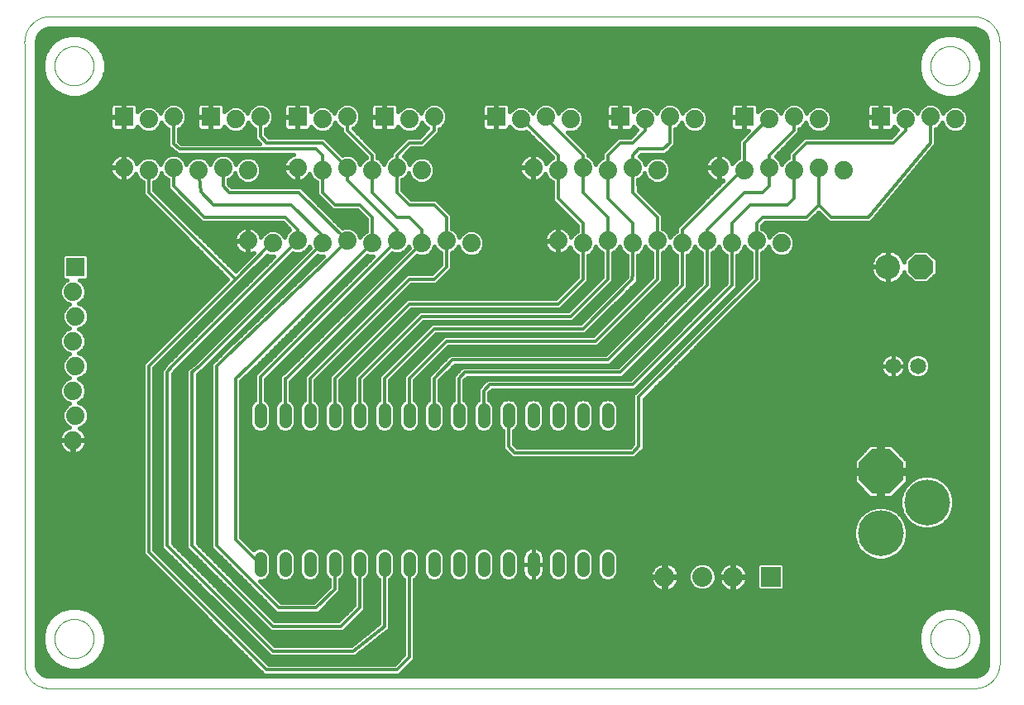
<source format=gtl>
G75*
%MOIN*%
%OFA0B0*%
%FSLAX25Y25*%
%IPPOS*%
%LPD*%
%AMOC8*
5,1,8,0,0,1.08239X$1,22.5*
%
%ADD10OC8,0.17717*%
%ADD11C,0.18504*%
%ADD12C,0.05150*%
%ADD13C,0.00000*%
%ADD14R,0.08000X0.08000*%
%ADD15C,0.08000*%
%ADD16C,0.10000*%
%ADD17OC8,0.10000*%
%ADD18C,0.06500*%
%ADD19R,0.07400X0.07400*%
%ADD20C,0.07400*%
%ADD21C,0.01600*%
%ADD22C,0.01200*%
D10*
X0350000Y0092500D03*
D11*
X0368750Y0080000D03*
X0350000Y0067500D03*
D12*
X0240000Y0057575D02*
X0240000Y0052425D01*
X0230000Y0052425D02*
X0230000Y0057575D01*
X0220000Y0057575D02*
X0220000Y0052425D01*
X0210000Y0052425D02*
X0210000Y0057575D01*
X0200000Y0057575D02*
X0200000Y0052425D01*
X0190000Y0052425D02*
X0190000Y0057575D01*
X0180000Y0057575D02*
X0180000Y0052425D01*
X0170000Y0052425D02*
X0170000Y0057575D01*
X0160000Y0057575D02*
X0160000Y0052425D01*
X0150000Y0052425D02*
X0150000Y0057575D01*
X0140000Y0057575D02*
X0140000Y0052425D01*
X0130000Y0052425D02*
X0130000Y0057575D01*
X0120000Y0057575D02*
X0120000Y0052425D01*
X0110000Y0052425D02*
X0110000Y0057575D01*
X0100000Y0057575D02*
X0100000Y0052425D01*
X0100000Y0112425D02*
X0100000Y0117575D01*
X0110000Y0117575D02*
X0110000Y0112425D01*
X0120000Y0112425D02*
X0120000Y0117575D01*
X0130000Y0117575D02*
X0130000Y0112425D01*
X0140000Y0112425D02*
X0140000Y0117575D01*
X0150000Y0117575D02*
X0150000Y0112425D01*
X0160000Y0112425D02*
X0160000Y0117575D01*
X0170000Y0117575D02*
X0170000Y0112425D01*
X0180000Y0112425D02*
X0180000Y0117575D01*
X0190000Y0117575D02*
X0190000Y0112425D01*
X0200000Y0112425D02*
X0200000Y0117575D01*
X0210000Y0117575D02*
X0210000Y0112425D01*
X0220000Y0112425D02*
X0220000Y0117575D01*
X0230000Y0117575D02*
X0230000Y0112425D01*
X0240000Y0112425D02*
X0240000Y0117575D01*
D13*
X0032559Y0005000D02*
X0014843Y0005000D01*
X0014605Y0005003D01*
X0014367Y0005011D01*
X0014130Y0005026D01*
X0013893Y0005046D01*
X0013657Y0005072D01*
X0013421Y0005103D01*
X0013186Y0005140D01*
X0012952Y0005183D01*
X0012719Y0005232D01*
X0012487Y0005286D01*
X0012257Y0005346D01*
X0012028Y0005411D01*
X0011801Y0005482D01*
X0011576Y0005558D01*
X0011353Y0005640D01*
X0011131Y0005727D01*
X0010912Y0005819D01*
X0010695Y0005917D01*
X0010481Y0006019D01*
X0010269Y0006127D01*
X0010059Y0006241D01*
X0009853Y0006359D01*
X0009649Y0006482D01*
X0009449Y0006610D01*
X0009252Y0006742D01*
X0009057Y0006880D01*
X0008867Y0007022D01*
X0008679Y0007169D01*
X0008496Y0007320D01*
X0008316Y0007475D01*
X0008140Y0007635D01*
X0007968Y0007799D01*
X0007799Y0007968D01*
X0007635Y0008140D01*
X0007475Y0008316D01*
X0007320Y0008496D01*
X0007169Y0008679D01*
X0007022Y0008867D01*
X0006880Y0009057D01*
X0006742Y0009252D01*
X0006610Y0009449D01*
X0006482Y0009649D01*
X0006359Y0009853D01*
X0006241Y0010059D01*
X0006127Y0010269D01*
X0006019Y0010481D01*
X0005917Y0010695D01*
X0005819Y0010912D01*
X0005727Y0011131D01*
X0005640Y0011353D01*
X0005558Y0011576D01*
X0005482Y0011801D01*
X0005411Y0012028D01*
X0005346Y0012257D01*
X0005286Y0012487D01*
X0005232Y0012719D01*
X0005183Y0012952D01*
X0005140Y0013186D01*
X0005103Y0013421D01*
X0005072Y0013657D01*
X0005046Y0013893D01*
X0005026Y0014130D01*
X0005011Y0014367D01*
X0005003Y0014605D01*
X0005000Y0014843D01*
X0005000Y0036500D01*
X0005000Y0265000D01*
X0004989Y0265252D01*
X0004984Y0265504D01*
X0004986Y0265757D01*
X0004993Y0266009D01*
X0005006Y0266261D01*
X0005026Y0266512D01*
X0005051Y0266763D01*
X0005083Y0267013D01*
X0005121Y0267263D01*
X0005164Y0267511D01*
X0005214Y0267758D01*
X0005270Y0268004D01*
X0005331Y0268249D01*
X0005399Y0268492D01*
X0005472Y0268733D01*
X0005551Y0268973D01*
X0005636Y0269210D01*
X0005727Y0269446D01*
X0005823Y0269679D01*
X0005925Y0269909D01*
X0006032Y0270138D01*
X0006145Y0270363D01*
X0006263Y0270586D01*
X0006387Y0270806D01*
X0006516Y0271022D01*
X0006650Y0271236D01*
X0006789Y0271446D01*
X0006934Y0271653D01*
X0007083Y0271857D01*
X0007237Y0272056D01*
X0007396Y0272252D01*
X0007560Y0272444D01*
X0007728Y0272632D01*
X0007900Y0272816D01*
X0008077Y0272995D01*
X0008259Y0273171D01*
X0008444Y0273342D01*
X0008634Y0273508D01*
X0008828Y0273670D01*
X0009025Y0273827D01*
X0009226Y0273979D01*
X0009431Y0274126D01*
X0009639Y0274268D01*
X0009851Y0274405D01*
X0010066Y0274537D01*
X0010284Y0274664D01*
X0010505Y0274786D01*
X0010729Y0274902D01*
X0010955Y0275012D01*
X0011185Y0275118D01*
X0011416Y0275217D01*
X0011650Y0275311D01*
X0011887Y0275399D01*
X0012125Y0275482D01*
X0012365Y0275559D01*
X0012607Y0275630D01*
X0012851Y0275695D01*
X0013096Y0275754D01*
X0013343Y0275807D01*
X0013590Y0275854D01*
X0013839Y0275895D01*
X0014089Y0275931D01*
X0014339Y0275960D01*
X0014591Y0275983D01*
X0014842Y0276000D01*
X0014843Y0276000D02*
X0064055Y0276000D01*
X0387598Y0276000D01*
X0387857Y0275989D01*
X0388115Y0275973D01*
X0388372Y0275950D01*
X0388630Y0275921D01*
X0388886Y0275886D01*
X0389141Y0275844D01*
X0389395Y0275797D01*
X0389648Y0275743D01*
X0389900Y0275683D01*
X0390150Y0275617D01*
X0390399Y0275545D01*
X0390646Y0275467D01*
X0390890Y0275384D01*
X0391133Y0275294D01*
X0391373Y0275198D01*
X0391611Y0275097D01*
X0391847Y0274990D01*
X0392080Y0274877D01*
X0392310Y0274759D01*
X0392537Y0274635D01*
X0392761Y0274506D01*
X0392982Y0274371D01*
X0393199Y0274231D01*
X0393413Y0274086D01*
X0393624Y0273936D01*
X0393831Y0273780D01*
X0394034Y0273620D01*
X0394233Y0273455D01*
X0394428Y0273285D01*
X0394619Y0273110D01*
X0394805Y0272931D01*
X0394988Y0272748D01*
X0395165Y0272560D01*
X0395339Y0272367D01*
X0395507Y0272171D01*
X0395671Y0271971D01*
X0395829Y0271766D01*
X0395983Y0271558D01*
X0396132Y0271347D01*
X0396276Y0271132D01*
X0396414Y0270913D01*
X0396547Y0270691D01*
X0396674Y0270466D01*
X0396797Y0270238D01*
X0396913Y0270007D01*
X0397024Y0269773D01*
X0397129Y0269537D01*
X0397229Y0269298D01*
X0397323Y0269057D01*
X0397411Y0268814D01*
X0397493Y0268568D01*
X0397569Y0268321D01*
X0397639Y0268072D01*
X0397703Y0267822D01*
X0397760Y0267569D01*
X0397812Y0267316D01*
X0397858Y0267061D01*
X0397897Y0266806D01*
X0397931Y0266549D01*
X0397958Y0266292D01*
X0397979Y0266034D01*
X0397993Y0265776D01*
X0398002Y0265517D01*
X0398004Y0265259D01*
X0398000Y0265000D01*
X0398000Y0243000D01*
X0398000Y0014843D01*
X0398000Y0014842D02*
X0397990Y0014598D01*
X0397975Y0014354D01*
X0397953Y0014110D01*
X0397926Y0013867D01*
X0397893Y0013624D01*
X0397854Y0013383D01*
X0397809Y0013142D01*
X0397758Y0012903D01*
X0397701Y0012665D01*
X0397639Y0012428D01*
X0397571Y0012193D01*
X0397498Y0011960D01*
X0397418Y0011728D01*
X0397334Y0011499D01*
X0397243Y0011271D01*
X0397147Y0011046D01*
X0397046Y0010823D01*
X0396940Y0010603D01*
X0396828Y0010385D01*
X0396711Y0010170D01*
X0396589Y0009958D01*
X0396461Y0009749D01*
X0396329Y0009544D01*
X0396192Y0009341D01*
X0396050Y0009142D01*
X0395903Y0008946D01*
X0395751Y0008754D01*
X0395595Y0008566D01*
X0395434Y0008381D01*
X0395269Y0008201D01*
X0395100Y0008024D01*
X0394926Y0007852D01*
X0394748Y0007683D01*
X0394567Y0007519D01*
X0394381Y0007360D01*
X0394191Y0007205D01*
X0393998Y0007055D01*
X0393802Y0006909D01*
X0393601Y0006769D01*
X0393398Y0006633D01*
X0393191Y0006502D01*
X0392981Y0006376D01*
X0392769Y0006255D01*
X0392553Y0006140D01*
X0392334Y0006029D01*
X0392113Y0005924D01*
X0391890Y0005825D01*
X0391664Y0005730D01*
X0391436Y0005642D01*
X0391206Y0005558D01*
X0390974Y0005481D01*
X0390740Y0005409D01*
X0390504Y0005343D01*
X0390267Y0005282D01*
X0390029Y0005227D01*
X0389789Y0005178D01*
X0389548Y0005135D01*
X0389307Y0005097D01*
X0389064Y0005066D01*
X0388821Y0005040D01*
X0388577Y0005020D01*
X0388332Y0005006D01*
X0388088Y0004998D01*
X0387843Y0004996D01*
X0387598Y0005000D01*
X0032559Y0005000D01*
X0017126Y0025000D02*
X0017128Y0025193D01*
X0017135Y0025386D01*
X0017147Y0025579D01*
X0017164Y0025772D01*
X0017185Y0025964D01*
X0017211Y0026155D01*
X0017242Y0026346D01*
X0017277Y0026536D01*
X0017317Y0026725D01*
X0017362Y0026913D01*
X0017411Y0027100D01*
X0017465Y0027286D01*
X0017523Y0027470D01*
X0017586Y0027653D01*
X0017654Y0027834D01*
X0017725Y0028013D01*
X0017802Y0028191D01*
X0017882Y0028367D01*
X0017967Y0028540D01*
X0018056Y0028712D01*
X0018149Y0028881D01*
X0018246Y0029048D01*
X0018348Y0029213D01*
X0018453Y0029375D01*
X0018562Y0029534D01*
X0018676Y0029691D01*
X0018793Y0029844D01*
X0018913Y0029995D01*
X0019038Y0030143D01*
X0019166Y0030288D01*
X0019297Y0030429D01*
X0019432Y0030568D01*
X0019571Y0030703D01*
X0019712Y0030834D01*
X0019857Y0030962D01*
X0020005Y0031087D01*
X0020156Y0031207D01*
X0020309Y0031324D01*
X0020466Y0031438D01*
X0020625Y0031547D01*
X0020787Y0031652D01*
X0020952Y0031754D01*
X0021119Y0031851D01*
X0021288Y0031944D01*
X0021460Y0032033D01*
X0021633Y0032118D01*
X0021809Y0032198D01*
X0021987Y0032275D01*
X0022166Y0032346D01*
X0022347Y0032414D01*
X0022530Y0032477D01*
X0022714Y0032535D01*
X0022900Y0032589D01*
X0023087Y0032638D01*
X0023275Y0032683D01*
X0023464Y0032723D01*
X0023654Y0032758D01*
X0023845Y0032789D01*
X0024036Y0032815D01*
X0024228Y0032836D01*
X0024421Y0032853D01*
X0024614Y0032865D01*
X0024807Y0032872D01*
X0025000Y0032874D01*
X0025193Y0032872D01*
X0025386Y0032865D01*
X0025579Y0032853D01*
X0025772Y0032836D01*
X0025964Y0032815D01*
X0026155Y0032789D01*
X0026346Y0032758D01*
X0026536Y0032723D01*
X0026725Y0032683D01*
X0026913Y0032638D01*
X0027100Y0032589D01*
X0027286Y0032535D01*
X0027470Y0032477D01*
X0027653Y0032414D01*
X0027834Y0032346D01*
X0028013Y0032275D01*
X0028191Y0032198D01*
X0028367Y0032118D01*
X0028540Y0032033D01*
X0028712Y0031944D01*
X0028881Y0031851D01*
X0029048Y0031754D01*
X0029213Y0031652D01*
X0029375Y0031547D01*
X0029534Y0031438D01*
X0029691Y0031324D01*
X0029844Y0031207D01*
X0029995Y0031087D01*
X0030143Y0030962D01*
X0030288Y0030834D01*
X0030429Y0030703D01*
X0030568Y0030568D01*
X0030703Y0030429D01*
X0030834Y0030288D01*
X0030962Y0030143D01*
X0031087Y0029995D01*
X0031207Y0029844D01*
X0031324Y0029691D01*
X0031438Y0029534D01*
X0031547Y0029375D01*
X0031652Y0029213D01*
X0031754Y0029048D01*
X0031851Y0028881D01*
X0031944Y0028712D01*
X0032033Y0028540D01*
X0032118Y0028367D01*
X0032198Y0028191D01*
X0032275Y0028013D01*
X0032346Y0027834D01*
X0032414Y0027653D01*
X0032477Y0027470D01*
X0032535Y0027286D01*
X0032589Y0027100D01*
X0032638Y0026913D01*
X0032683Y0026725D01*
X0032723Y0026536D01*
X0032758Y0026346D01*
X0032789Y0026155D01*
X0032815Y0025964D01*
X0032836Y0025772D01*
X0032853Y0025579D01*
X0032865Y0025386D01*
X0032872Y0025193D01*
X0032874Y0025000D01*
X0032872Y0024807D01*
X0032865Y0024614D01*
X0032853Y0024421D01*
X0032836Y0024228D01*
X0032815Y0024036D01*
X0032789Y0023845D01*
X0032758Y0023654D01*
X0032723Y0023464D01*
X0032683Y0023275D01*
X0032638Y0023087D01*
X0032589Y0022900D01*
X0032535Y0022714D01*
X0032477Y0022530D01*
X0032414Y0022347D01*
X0032346Y0022166D01*
X0032275Y0021987D01*
X0032198Y0021809D01*
X0032118Y0021633D01*
X0032033Y0021460D01*
X0031944Y0021288D01*
X0031851Y0021119D01*
X0031754Y0020952D01*
X0031652Y0020787D01*
X0031547Y0020625D01*
X0031438Y0020466D01*
X0031324Y0020309D01*
X0031207Y0020156D01*
X0031087Y0020005D01*
X0030962Y0019857D01*
X0030834Y0019712D01*
X0030703Y0019571D01*
X0030568Y0019432D01*
X0030429Y0019297D01*
X0030288Y0019166D01*
X0030143Y0019038D01*
X0029995Y0018913D01*
X0029844Y0018793D01*
X0029691Y0018676D01*
X0029534Y0018562D01*
X0029375Y0018453D01*
X0029213Y0018348D01*
X0029048Y0018246D01*
X0028881Y0018149D01*
X0028712Y0018056D01*
X0028540Y0017967D01*
X0028367Y0017882D01*
X0028191Y0017802D01*
X0028013Y0017725D01*
X0027834Y0017654D01*
X0027653Y0017586D01*
X0027470Y0017523D01*
X0027286Y0017465D01*
X0027100Y0017411D01*
X0026913Y0017362D01*
X0026725Y0017317D01*
X0026536Y0017277D01*
X0026346Y0017242D01*
X0026155Y0017211D01*
X0025964Y0017185D01*
X0025772Y0017164D01*
X0025579Y0017147D01*
X0025386Y0017135D01*
X0025193Y0017128D01*
X0025000Y0017126D01*
X0024807Y0017128D01*
X0024614Y0017135D01*
X0024421Y0017147D01*
X0024228Y0017164D01*
X0024036Y0017185D01*
X0023845Y0017211D01*
X0023654Y0017242D01*
X0023464Y0017277D01*
X0023275Y0017317D01*
X0023087Y0017362D01*
X0022900Y0017411D01*
X0022714Y0017465D01*
X0022530Y0017523D01*
X0022347Y0017586D01*
X0022166Y0017654D01*
X0021987Y0017725D01*
X0021809Y0017802D01*
X0021633Y0017882D01*
X0021460Y0017967D01*
X0021288Y0018056D01*
X0021119Y0018149D01*
X0020952Y0018246D01*
X0020787Y0018348D01*
X0020625Y0018453D01*
X0020466Y0018562D01*
X0020309Y0018676D01*
X0020156Y0018793D01*
X0020005Y0018913D01*
X0019857Y0019038D01*
X0019712Y0019166D01*
X0019571Y0019297D01*
X0019432Y0019432D01*
X0019297Y0019571D01*
X0019166Y0019712D01*
X0019038Y0019857D01*
X0018913Y0020005D01*
X0018793Y0020156D01*
X0018676Y0020309D01*
X0018562Y0020466D01*
X0018453Y0020625D01*
X0018348Y0020787D01*
X0018246Y0020952D01*
X0018149Y0021119D01*
X0018056Y0021288D01*
X0017967Y0021460D01*
X0017882Y0021633D01*
X0017802Y0021809D01*
X0017725Y0021987D01*
X0017654Y0022166D01*
X0017586Y0022347D01*
X0017523Y0022530D01*
X0017465Y0022714D01*
X0017411Y0022900D01*
X0017362Y0023087D01*
X0017317Y0023275D01*
X0017277Y0023464D01*
X0017242Y0023654D01*
X0017211Y0023845D01*
X0017185Y0024036D01*
X0017164Y0024228D01*
X0017147Y0024421D01*
X0017135Y0024614D01*
X0017128Y0024807D01*
X0017126Y0025000D01*
X0017126Y0256000D02*
X0017128Y0256193D01*
X0017135Y0256386D01*
X0017147Y0256579D01*
X0017164Y0256772D01*
X0017185Y0256964D01*
X0017211Y0257155D01*
X0017242Y0257346D01*
X0017277Y0257536D01*
X0017317Y0257725D01*
X0017362Y0257913D01*
X0017411Y0258100D01*
X0017465Y0258286D01*
X0017523Y0258470D01*
X0017586Y0258653D01*
X0017654Y0258834D01*
X0017725Y0259013D01*
X0017802Y0259191D01*
X0017882Y0259367D01*
X0017967Y0259540D01*
X0018056Y0259712D01*
X0018149Y0259881D01*
X0018246Y0260048D01*
X0018348Y0260213D01*
X0018453Y0260375D01*
X0018562Y0260534D01*
X0018676Y0260691D01*
X0018793Y0260844D01*
X0018913Y0260995D01*
X0019038Y0261143D01*
X0019166Y0261288D01*
X0019297Y0261429D01*
X0019432Y0261568D01*
X0019571Y0261703D01*
X0019712Y0261834D01*
X0019857Y0261962D01*
X0020005Y0262087D01*
X0020156Y0262207D01*
X0020309Y0262324D01*
X0020466Y0262438D01*
X0020625Y0262547D01*
X0020787Y0262652D01*
X0020952Y0262754D01*
X0021119Y0262851D01*
X0021288Y0262944D01*
X0021460Y0263033D01*
X0021633Y0263118D01*
X0021809Y0263198D01*
X0021987Y0263275D01*
X0022166Y0263346D01*
X0022347Y0263414D01*
X0022530Y0263477D01*
X0022714Y0263535D01*
X0022900Y0263589D01*
X0023087Y0263638D01*
X0023275Y0263683D01*
X0023464Y0263723D01*
X0023654Y0263758D01*
X0023845Y0263789D01*
X0024036Y0263815D01*
X0024228Y0263836D01*
X0024421Y0263853D01*
X0024614Y0263865D01*
X0024807Y0263872D01*
X0025000Y0263874D01*
X0025193Y0263872D01*
X0025386Y0263865D01*
X0025579Y0263853D01*
X0025772Y0263836D01*
X0025964Y0263815D01*
X0026155Y0263789D01*
X0026346Y0263758D01*
X0026536Y0263723D01*
X0026725Y0263683D01*
X0026913Y0263638D01*
X0027100Y0263589D01*
X0027286Y0263535D01*
X0027470Y0263477D01*
X0027653Y0263414D01*
X0027834Y0263346D01*
X0028013Y0263275D01*
X0028191Y0263198D01*
X0028367Y0263118D01*
X0028540Y0263033D01*
X0028712Y0262944D01*
X0028881Y0262851D01*
X0029048Y0262754D01*
X0029213Y0262652D01*
X0029375Y0262547D01*
X0029534Y0262438D01*
X0029691Y0262324D01*
X0029844Y0262207D01*
X0029995Y0262087D01*
X0030143Y0261962D01*
X0030288Y0261834D01*
X0030429Y0261703D01*
X0030568Y0261568D01*
X0030703Y0261429D01*
X0030834Y0261288D01*
X0030962Y0261143D01*
X0031087Y0260995D01*
X0031207Y0260844D01*
X0031324Y0260691D01*
X0031438Y0260534D01*
X0031547Y0260375D01*
X0031652Y0260213D01*
X0031754Y0260048D01*
X0031851Y0259881D01*
X0031944Y0259712D01*
X0032033Y0259540D01*
X0032118Y0259367D01*
X0032198Y0259191D01*
X0032275Y0259013D01*
X0032346Y0258834D01*
X0032414Y0258653D01*
X0032477Y0258470D01*
X0032535Y0258286D01*
X0032589Y0258100D01*
X0032638Y0257913D01*
X0032683Y0257725D01*
X0032723Y0257536D01*
X0032758Y0257346D01*
X0032789Y0257155D01*
X0032815Y0256964D01*
X0032836Y0256772D01*
X0032853Y0256579D01*
X0032865Y0256386D01*
X0032872Y0256193D01*
X0032874Y0256000D01*
X0032872Y0255807D01*
X0032865Y0255614D01*
X0032853Y0255421D01*
X0032836Y0255228D01*
X0032815Y0255036D01*
X0032789Y0254845D01*
X0032758Y0254654D01*
X0032723Y0254464D01*
X0032683Y0254275D01*
X0032638Y0254087D01*
X0032589Y0253900D01*
X0032535Y0253714D01*
X0032477Y0253530D01*
X0032414Y0253347D01*
X0032346Y0253166D01*
X0032275Y0252987D01*
X0032198Y0252809D01*
X0032118Y0252633D01*
X0032033Y0252460D01*
X0031944Y0252288D01*
X0031851Y0252119D01*
X0031754Y0251952D01*
X0031652Y0251787D01*
X0031547Y0251625D01*
X0031438Y0251466D01*
X0031324Y0251309D01*
X0031207Y0251156D01*
X0031087Y0251005D01*
X0030962Y0250857D01*
X0030834Y0250712D01*
X0030703Y0250571D01*
X0030568Y0250432D01*
X0030429Y0250297D01*
X0030288Y0250166D01*
X0030143Y0250038D01*
X0029995Y0249913D01*
X0029844Y0249793D01*
X0029691Y0249676D01*
X0029534Y0249562D01*
X0029375Y0249453D01*
X0029213Y0249348D01*
X0029048Y0249246D01*
X0028881Y0249149D01*
X0028712Y0249056D01*
X0028540Y0248967D01*
X0028367Y0248882D01*
X0028191Y0248802D01*
X0028013Y0248725D01*
X0027834Y0248654D01*
X0027653Y0248586D01*
X0027470Y0248523D01*
X0027286Y0248465D01*
X0027100Y0248411D01*
X0026913Y0248362D01*
X0026725Y0248317D01*
X0026536Y0248277D01*
X0026346Y0248242D01*
X0026155Y0248211D01*
X0025964Y0248185D01*
X0025772Y0248164D01*
X0025579Y0248147D01*
X0025386Y0248135D01*
X0025193Y0248128D01*
X0025000Y0248126D01*
X0024807Y0248128D01*
X0024614Y0248135D01*
X0024421Y0248147D01*
X0024228Y0248164D01*
X0024036Y0248185D01*
X0023845Y0248211D01*
X0023654Y0248242D01*
X0023464Y0248277D01*
X0023275Y0248317D01*
X0023087Y0248362D01*
X0022900Y0248411D01*
X0022714Y0248465D01*
X0022530Y0248523D01*
X0022347Y0248586D01*
X0022166Y0248654D01*
X0021987Y0248725D01*
X0021809Y0248802D01*
X0021633Y0248882D01*
X0021460Y0248967D01*
X0021288Y0249056D01*
X0021119Y0249149D01*
X0020952Y0249246D01*
X0020787Y0249348D01*
X0020625Y0249453D01*
X0020466Y0249562D01*
X0020309Y0249676D01*
X0020156Y0249793D01*
X0020005Y0249913D01*
X0019857Y0250038D01*
X0019712Y0250166D01*
X0019571Y0250297D01*
X0019432Y0250432D01*
X0019297Y0250571D01*
X0019166Y0250712D01*
X0019038Y0250857D01*
X0018913Y0251005D01*
X0018793Y0251156D01*
X0018676Y0251309D01*
X0018562Y0251466D01*
X0018453Y0251625D01*
X0018348Y0251787D01*
X0018246Y0251952D01*
X0018149Y0252119D01*
X0018056Y0252288D01*
X0017967Y0252460D01*
X0017882Y0252633D01*
X0017802Y0252809D01*
X0017725Y0252987D01*
X0017654Y0253166D01*
X0017586Y0253347D01*
X0017523Y0253530D01*
X0017465Y0253714D01*
X0017411Y0253900D01*
X0017362Y0254087D01*
X0017317Y0254275D01*
X0017277Y0254464D01*
X0017242Y0254654D01*
X0017211Y0254845D01*
X0017185Y0255036D01*
X0017164Y0255228D01*
X0017147Y0255421D01*
X0017135Y0255614D01*
X0017128Y0255807D01*
X0017126Y0256000D01*
X0370126Y0256000D02*
X0370128Y0256193D01*
X0370135Y0256386D01*
X0370147Y0256579D01*
X0370164Y0256772D01*
X0370185Y0256964D01*
X0370211Y0257155D01*
X0370242Y0257346D01*
X0370277Y0257536D01*
X0370317Y0257725D01*
X0370362Y0257913D01*
X0370411Y0258100D01*
X0370465Y0258286D01*
X0370523Y0258470D01*
X0370586Y0258653D01*
X0370654Y0258834D01*
X0370725Y0259013D01*
X0370802Y0259191D01*
X0370882Y0259367D01*
X0370967Y0259540D01*
X0371056Y0259712D01*
X0371149Y0259881D01*
X0371246Y0260048D01*
X0371348Y0260213D01*
X0371453Y0260375D01*
X0371562Y0260534D01*
X0371676Y0260691D01*
X0371793Y0260844D01*
X0371913Y0260995D01*
X0372038Y0261143D01*
X0372166Y0261288D01*
X0372297Y0261429D01*
X0372432Y0261568D01*
X0372571Y0261703D01*
X0372712Y0261834D01*
X0372857Y0261962D01*
X0373005Y0262087D01*
X0373156Y0262207D01*
X0373309Y0262324D01*
X0373466Y0262438D01*
X0373625Y0262547D01*
X0373787Y0262652D01*
X0373952Y0262754D01*
X0374119Y0262851D01*
X0374288Y0262944D01*
X0374460Y0263033D01*
X0374633Y0263118D01*
X0374809Y0263198D01*
X0374987Y0263275D01*
X0375166Y0263346D01*
X0375347Y0263414D01*
X0375530Y0263477D01*
X0375714Y0263535D01*
X0375900Y0263589D01*
X0376087Y0263638D01*
X0376275Y0263683D01*
X0376464Y0263723D01*
X0376654Y0263758D01*
X0376845Y0263789D01*
X0377036Y0263815D01*
X0377228Y0263836D01*
X0377421Y0263853D01*
X0377614Y0263865D01*
X0377807Y0263872D01*
X0378000Y0263874D01*
X0378193Y0263872D01*
X0378386Y0263865D01*
X0378579Y0263853D01*
X0378772Y0263836D01*
X0378964Y0263815D01*
X0379155Y0263789D01*
X0379346Y0263758D01*
X0379536Y0263723D01*
X0379725Y0263683D01*
X0379913Y0263638D01*
X0380100Y0263589D01*
X0380286Y0263535D01*
X0380470Y0263477D01*
X0380653Y0263414D01*
X0380834Y0263346D01*
X0381013Y0263275D01*
X0381191Y0263198D01*
X0381367Y0263118D01*
X0381540Y0263033D01*
X0381712Y0262944D01*
X0381881Y0262851D01*
X0382048Y0262754D01*
X0382213Y0262652D01*
X0382375Y0262547D01*
X0382534Y0262438D01*
X0382691Y0262324D01*
X0382844Y0262207D01*
X0382995Y0262087D01*
X0383143Y0261962D01*
X0383288Y0261834D01*
X0383429Y0261703D01*
X0383568Y0261568D01*
X0383703Y0261429D01*
X0383834Y0261288D01*
X0383962Y0261143D01*
X0384087Y0260995D01*
X0384207Y0260844D01*
X0384324Y0260691D01*
X0384438Y0260534D01*
X0384547Y0260375D01*
X0384652Y0260213D01*
X0384754Y0260048D01*
X0384851Y0259881D01*
X0384944Y0259712D01*
X0385033Y0259540D01*
X0385118Y0259367D01*
X0385198Y0259191D01*
X0385275Y0259013D01*
X0385346Y0258834D01*
X0385414Y0258653D01*
X0385477Y0258470D01*
X0385535Y0258286D01*
X0385589Y0258100D01*
X0385638Y0257913D01*
X0385683Y0257725D01*
X0385723Y0257536D01*
X0385758Y0257346D01*
X0385789Y0257155D01*
X0385815Y0256964D01*
X0385836Y0256772D01*
X0385853Y0256579D01*
X0385865Y0256386D01*
X0385872Y0256193D01*
X0385874Y0256000D01*
X0385872Y0255807D01*
X0385865Y0255614D01*
X0385853Y0255421D01*
X0385836Y0255228D01*
X0385815Y0255036D01*
X0385789Y0254845D01*
X0385758Y0254654D01*
X0385723Y0254464D01*
X0385683Y0254275D01*
X0385638Y0254087D01*
X0385589Y0253900D01*
X0385535Y0253714D01*
X0385477Y0253530D01*
X0385414Y0253347D01*
X0385346Y0253166D01*
X0385275Y0252987D01*
X0385198Y0252809D01*
X0385118Y0252633D01*
X0385033Y0252460D01*
X0384944Y0252288D01*
X0384851Y0252119D01*
X0384754Y0251952D01*
X0384652Y0251787D01*
X0384547Y0251625D01*
X0384438Y0251466D01*
X0384324Y0251309D01*
X0384207Y0251156D01*
X0384087Y0251005D01*
X0383962Y0250857D01*
X0383834Y0250712D01*
X0383703Y0250571D01*
X0383568Y0250432D01*
X0383429Y0250297D01*
X0383288Y0250166D01*
X0383143Y0250038D01*
X0382995Y0249913D01*
X0382844Y0249793D01*
X0382691Y0249676D01*
X0382534Y0249562D01*
X0382375Y0249453D01*
X0382213Y0249348D01*
X0382048Y0249246D01*
X0381881Y0249149D01*
X0381712Y0249056D01*
X0381540Y0248967D01*
X0381367Y0248882D01*
X0381191Y0248802D01*
X0381013Y0248725D01*
X0380834Y0248654D01*
X0380653Y0248586D01*
X0380470Y0248523D01*
X0380286Y0248465D01*
X0380100Y0248411D01*
X0379913Y0248362D01*
X0379725Y0248317D01*
X0379536Y0248277D01*
X0379346Y0248242D01*
X0379155Y0248211D01*
X0378964Y0248185D01*
X0378772Y0248164D01*
X0378579Y0248147D01*
X0378386Y0248135D01*
X0378193Y0248128D01*
X0378000Y0248126D01*
X0377807Y0248128D01*
X0377614Y0248135D01*
X0377421Y0248147D01*
X0377228Y0248164D01*
X0377036Y0248185D01*
X0376845Y0248211D01*
X0376654Y0248242D01*
X0376464Y0248277D01*
X0376275Y0248317D01*
X0376087Y0248362D01*
X0375900Y0248411D01*
X0375714Y0248465D01*
X0375530Y0248523D01*
X0375347Y0248586D01*
X0375166Y0248654D01*
X0374987Y0248725D01*
X0374809Y0248802D01*
X0374633Y0248882D01*
X0374460Y0248967D01*
X0374288Y0249056D01*
X0374119Y0249149D01*
X0373952Y0249246D01*
X0373787Y0249348D01*
X0373625Y0249453D01*
X0373466Y0249562D01*
X0373309Y0249676D01*
X0373156Y0249793D01*
X0373005Y0249913D01*
X0372857Y0250038D01*
X0372712Y0250166D01*
X0372571Y0250297D01*
X0372432Y0250432D01*
X0372297Y0250571D01*
X0372166Y0250712D01*
X0372038Y0250857D01*
X0371913Y0251005D01*
X0371793Y0251156D01*
X0371676Y0251309D01*
X0371562Y0251466D01*
X0371453Y0251625D01*
X0371348Y0251787D01*
X0371246Y0251952D01*
X0371149Y0252119D01*
X0371056Y0252288D01*
X0370967Y0252460D01*
X0370882Y0252633D01*
X0370802Y0252809D01*
X0370725Y0252987D01*
X0370654Y0253166D01*
X0370586Y0253347D01*
X0370523Y0253530D01*
X0370465Y0253714D01*
X0370411Y0253900D01*
X0370362Y0254087D01*
X0370317Y0254275D01*
X0370277Y0254464D01*
X0370242Y0254654D01*
X0370211Y0254845D01*
X0370185Y0255036D01*
X0370164Y0255228D01*
X0370147Y0255421D01*
X0370135Y0255614D01*
X0370128Y0255807D01*
X0370126Y0256000D01*
X0370126Y0025000D02*
X0370128Y0025193D01*
X0370135Y0025386D01*
X0370147Y0025579D01*
X0370164Y0025772D01*
X0370185Y0025964D01*
X0370211Y0026155D01*
X0370242Y0026346D01*
X0370277Y0026536D01*
X0370317Y0026725D01*
X0370362Y0026913D01*
X0370411Y0027100D01*
X0370465Y0027286D01*
X0370523Y0027470D01*
X0370586Y0027653D01*
X0370654Y0027834D01*
X0370725Y0028013D01*
X0370802Y0028191D01*
X0370882Y0028367D01*
X0370967Y0028540D01*
X0371056Y0028712D01*
X0371149Y0028881D01*
X0371246Y0029048D01*
X0371348Y0029213D01*
X0371453Y0029375D01*
X0371562Y0029534D01*
X0371676Y0029691D01*
X0371793Y0029844D01*
X0371913Y0029995D01*
X0372038Y0030143D01*
X0372166Y0030288D01*
X0372297Y0030429D01*
X0372432Y0030568D01*
X0372571Y0030703D01*
X0372712Y0030834D01*
X0372857Y0030962D01*
X0373005Y0031087D01*
X0373156Y0031207D01*
X0373309Y0031324D01*
X0373466Y0031438D01*
X0373625Y0031547D01*
X0373787Y0031652D01*
X0373952Y0031754D01*
X0374119Y0031851D01*
X0374288Y0031944D01*
X0374460Y0032033D01*
X0374633Y0032118D01*
X0374809Y0032198D01*
X0374987Y0032275D01*
X0375166Y0032346D01*
X0375347Y0032414D01*
X0375530Y0032477D01*
X0375714Y0032535D01*
X0375900Y0032589D01*
X0376087Y0032638D01*
X0376275Y0032683D01*
X0376464Y0032723D01*
X0376654Y0032758D01*
X0376845Y0032789D01*
X0377036Y0032815D01*
X0377228Y0032836D01*
X0377421Y0032853D01*
X0377614Y0032865D01*
X0377807Y0032872D01*
X0378000Y0032874D01*
X0378193Y0032872D01*
X0378386Y0032865D01*
X0378579Y0032853D01*
X0378772Y0032836D01*
X0378964Y0032815D01*
X0379155Y0032789D01*
X0379346Y0032758D01*
X0379536Y0032723D01*
X0379725Y0032683D01*
X0379913Y0032638D01*
X0380100Y0032589D01*
X0380286Y0032535D01*
X0380470Y0032477D01*
X0380653Y0032414D01*
X0380834Y0032346D01*
X0381013Y0032275D01*
X0381191Y0032198D01*
X0381367Y0032118D01*
X0381540Y0032033D01*
X0381712Y0031944D01*
X0381881Y0031851D01*
X0382048Y0031754D01*
X0382213Y0031652D01*
X0382375Y0031547D01*
X0382534Y0031438D01*
X0382691Y0031324D01*
X0382844Y0031207D01*
X0382995Y0031087D01*
X0383143Y0030962D01*
X0383288Y0030834D01*
X0383429Y0030703D01*
X0383568Y0030568D01*
X0383703Y0030429D01*
X0383834Y0030288D01*
X0383962Y0030143D01*
X0384087Y0029995D01*
X0384207Y0029844D01*
X0384324Y0029691D01*
X0384438Y0029534D01*
X0384547Y0029375D01*
X0384652Y0029213D01*
X0384754Y0029048D01*
X0384851Y0028881D01*
X0384944Y0028712D01*
X0385033Y0028540D01*
X0385118Y0028367D01*
X0385198Y0028191D01*
X0385275Y0028013D01*
X0385346Y0027834D01*
X0385414Y0027653D01*
X0385477Y0027470D01*
X0385535Y0027286D01*
X0385589Y0027100D01*
X0385638Y0026913D01*
X0385683Y0026725D01*
X0385723Y0026536D01*
X0385758Y0026346D01*
X0385789Y0026155D01*
X0385815Y0025964D01*
X0385836Y0025772D01*
X0385853Y0025579D01*
X0385865Y0025386D01*
X0385872Y0025193D01*
X0385874Y0025000D01*
X0385872Y0024807D01*
X0385865Y0024614D01*
X0385853Y0024421D01*
X0385836Y0024228D01*
X0385815Y0024036D01*
X0385789Y0023845D01*
X0385758Y0023654D01*
X0385723Y0023464D01*
X0385683Y0023275D01*
X0385638Y0023087D01*
X0385589Y0022900D01*
X0385535Y0022714D01*
X0385477Y0022530D01*
X0385414Y0022347D01*
X0385346Y0022166D01*
X0385275Y0021987D01*
X0385198Y0021809D01*
X0385118Y0021633D01*
X0385033Y0021460D01*
X0384944Y0021288D01*
X0384851Y0021119D01*
X0384754Y0020952D01*
X0384652Y0020787D01*
X0384547Y0020625D01*
X0384438Y0020466D01*
X0384324Y0020309D01*
X0384207Y0020156D01*
X0384087Y0020005D01*
X0383962Y0019857D01*
X0383834Y0019712D01*
X0383703Y0019571D01*
X0383568Y0019432D01*
X0383429Y0019297D01*
X0383288Y0019166D01*
X0383143Y0019038D01*
X0382995Y0018913D01*
X0382844Y0018793D01*
X0382691Y0018676D01*
X0382534Y0018562D01*
X0382375Y0018453D01*
X0382213Y0018348D01*
X0382048Y0018246D01*
X0381881Y0018149D01*
X0381712Y0018056D01*
X0381540Y0017967D01*
X0381367Y0017882D01*
X0381191Y0017802D01*
X0381013Y0017725D01*
X0380834Y0017654D01*
X0380653Y0017586D01*
X0380470Y0017523D01*
X0380286Y0017465D01*
X0380100Y0017411D01*
X0379913Y0017362D01*
X0379725Y0017317D01*
X0379536Y0017277D01*
X0379346Y0017242D01*
X0379155Y0017211D01*
X0378964Y0017185D01*
X0378772Y0017164D01*
X0378579Y0017147D01*
X0378386Y0017135D01*
X0378193Y0017128D01*
X0378000Y0017126D01*
X0377807Y0017128D01*
X0377614Y0017135D01*
X0377421Y0017147D01*
X0377228Y0017164D01*
X0377036Y0017185D01*
X0376845Y0017211D01*
X0376654Y0017242D01*
X0376464Y0017277D01*
X0376275Y0017317D01*
X0376087Y0017362D01*
X0375900Y0017411D01*
X0375714Y0017465D01*
X0375530Y0017523D01*
X0375347Y0017586D01*
X0375166Y0017654D01*
X0374987Y0017725D01*
X0374809Y0017802D01*
X0374633Y0017882D01*
X0374460Y0017967D01*
X0374288Y0018056D01*
X0374119Y0018149D01*
X0373952Y0018246D01*
X0373787Y0018348D01*
X0373625Y0018453D01*
X0373466Y0018562D01*
X0373309Y0018676D01*
X0373156Y0018793D01*
X0373005Y0018913D01*
X0372857Y0019038D01*
X0372712Y0019166D01*
X0372571Y0019297D01*
X0372432Y0019432D01*
X0372297Y0019571D01*
X0372166Y0019712D01*
X0372038Y0019857D01*
X0371913Y0020005D01*
X0371793Y0020156D01*
X0371676Y0020309D01*
X0371562Y0020466D01*
X0371453Y0020625D01*
X0371348Y0020787D01*
X0371246Y0020952D01*
X0371149Y0021119D01*
X0371056Y0021288D01*
X0370967Y0021460D01*
X0370882Y0021633D01*
X0370802Y0021809D01*
X0370725Y0021987D01*
X0370654Y0022166D01*
X0370586Y0022347D01*
X0370523Y0022530D01*
X0370465Y0022714D01*
X0370411Y0022900D01*
X0370362Y0023087D01*
X0370317Y0023275D01*
X0370277Y0023464D01*
X0370242Y0023654D01*
X0370211Y0023845D01*
X0370185Y0024036D01*
X0370164Y0024228D01*
X0370147Y0024421D01*
X0370135Y0024614D01*
X0370128Y0024807D01*
X0370126Y0025000D01*
D14*
X0305700Y0050000D03*
D15*
X0290520Y0050000D03*
X0278141Y0050000D03*
X0262961Y0050000D03*
D16*
X0352953Y0175000D03*
D17*
X0366063Y0175000D03*
D18*
X0365000Y0135000D03*
X0355000Y0135000D03*
D19*
X0350000Y0235500D03*
X0295000Y0235500D03*
X0245000Y0235500D03*
X0195000Y0235500D03*
X0150000Y0235500D03*
X0115000Y0235500D03*
X0080000Y0235500D03*
X0045000Y0235500D03*
X0025500Y0175000D03*
D20*
X0024500Y0165000D03*
X0025500Y0155000D03*
X0024500Y0145000D03*
X0025500Y0135000D03*
X0024500Y0125000D03*
X0025500Y0115000D03*
X0024500Y0105000D03*
X0105000Y0184500D03*
X0095000Y0185500D03*
X0115000Y0185500D03*
X0125000Y0184500D03*
X0135000Y0185500D03*
X0145000Y0184500D03*
X0155000Y0185500D03*
X0165000Y0184500D03*
X0175000Y0185500D03*
X0185000Y0184500D03*
X0220000Y0185500D03*
X0230000Y0184500D03*
X0240000Y0185500D03*
X0250000Y0184500D03*
X0260000Y0185500D03*
X0270000Y0184500D03*
X0280000Y0185500D03*
X0290000Y0184500D03*
X0300000Y0185500D03*
X0310000Y0184500D03*
X0315000Y0214000D03*
X0325000Y0215000D03*
X0335000Y0214000D03*
X0325000Y0234500D03*
X0315000Y0235500D03*
X0305000Y0234500D03*
X0305000Y0215000D03*
X0295000Y0214000D03*
X0285000Y0215000D03*
X0275000Y0234500D03*
X0265000Y0235500D03*
X0255000Y0234500D03*
X0250000Y0215000D03*
X0240000Y0214000D03*
X0230000Y0215000D03*
X0220000Y0214000D03*
X0210000Y0215000D03*
X0205000Y0234500D03*
X0215000Y0235500D03*
X0225000Y0234500D03*
X0260000Y0214000D03*
X0170000Y0235500D03*
X0160000Y0234500D03*
X0155000Y0215000D03*
X0145000Y0214000D03*
X0135000Y0215000D03*
X0125000Y0214000D03*
X0115000Y0215000D03*
X0095000Y0214000D03*
X0085000Y0215000D03*
X0075000Y0214000D03*
X0065000Y0215000D03*
X0055000Y0214000D03*
X0045000Y0215000D03*
X0055000Y0234500D03*
X0065000Y0235500D03*
X0090000Y0234500D03*
X0100000Y0235500D03*
X0125000Y0234500D03*
X0135000Y0235500D03*
X0165000Y0214000D03*
X0360000Y0234500D03*
X0370000Y0235500D03*
X0380000Y0234500D03*
D21*
X0375207Y0236778D02*
X0374493Y0238502D01*
X0373002Y0239993D01*
X0371054Y0240800D01*
X0368946Y0240800D01*
X0366998Y0239993D01*
X0365507Y0238502D01*
X0364793Y0236778D01*
X0364493Y0237502D01*
X0363002Y0238993D01*
X0361054Y0239800D01*
X0358946Y0239800D01*
X0356998Y0238993D01*
X0355507Y0237502D01*
X0355500Y0237486D01*
X0355500Y0239437D01*
X0355377Y0239895D01*
X0355140Y0240305D01*
X0354805Y0240640D01*
X0354395Y0240877D01*
X0353937Y0241000D01*
X0350200Y0241000D01*
X0350200Y0235700D01*
X0349800Y0235700D01*
X0349800Y0241000D01*
X0346063Y0241000D01*
X0345605Y0240877D01*
X0345195Y0240640D01*
X0344860Y0240305D01*
X0344623Y0239895D01*
X0344500Y0239437D01*
X0344500Y0235700D01*
X0349800Y0235700D01*
X0349800Y0235300D01*
X0350200Y0235300D01*
X0350200Y0230000D01*
X0353937Y0230000D01*
X0354395Y0230123D01*
X0354805Y0230360D01*
X0355140Y0230695D01*
X0355377Y0231105D01*
X0355492Y0231534D01*
X0355507Y0231498D01*
X0356947Y0230058D01*
X0354089Y0227200D01*
X0319089Y0227200D01*
X0314089Y0222200D01*
X0312800Y0220911D01*
X0312800Y0218825D01*
X0311998Y0218493D01*
X0310507Y0217002D01*
X0310207Y0216278D01*
X0309493Y0218002D01*
X0308002Y0219493D01*
X0307721Y0219610D01*
X0317200Y0229089D01*
X0317200Y0230675D01*
X0318002Y0231007D01*
X0319493Y0232498D01*
X0319793Y0233222D01*
X0320507Y0231498D01*
X0321998Y0230007D01*
X0323946Y0229200D01*
X0326054Y0229200D01*
X0328002Y0230007D01*
X0329493Y0231498D01*
X0330300Y0233446D01*
X0330300Y0235554D01*
X0329493Y0237502D01*
X0328002Y0238993D01*
X0326054Y0239800D01*
X0323946Y0239800D01*
X0321998Y0238993D01*
X0320507Y0237502D01*
X0320207Y0236778D01*
X0319493Y0238502D01*
X0318002Y0239993D01*
X0316054Y0240800D01*
X0313946Y0240800D01*
X0311998Y0239993D01*
X0310507Y0238502D01*
X0309793Y0236778D01*
X0309493Y0237502D01*
X0308002Y0238993D01*
X0306054Y0239800D01*
X0303946Y0239800D01*
X0301998Y0238993D01*
X0300507Y0237502D01*
X0300500Y0237486D01*
X0300500Y0239437D01*
X0300377Y0239895D01*
X0300140Y0240305D01*
X0299805Y0240640D01*
X0299395Y0240877D01*
X0298937Y0241000D01*
X0295200Y0241000D01*
X0295200Y0235700D01*
X0294800Y0235700D01*
X0294800Y0241000D01*
X0291063Y0241000D01*
X0290605Y0240877D01*
X0290195Y0240640D01*
X0289860Y0240305D01*
X0289623Y0239895D01*
X0289500Y0239437D01*
X0289500Y0235700D01*
X0294800Y0235700D01*
X0294800Y0235300D01*
X0295200Y0235300D01*
X0295200Y0230000D01*
X0296889Y0230000D01*
X0294089Y0227200D01*
X0292800Y0225911D01*
X0292800Y0218825D01*
X0291998Y0218493D01*
X0290507Y0217002D01*
X0290297Y0216496D01*
X0290097Y0217111D01*
X0289704Y0217883D01*
X0289195Y0218583D01*
X0288583Y0219195D01*
X0287883Y0219704D01*
X0287111Y0220097D01*
X0286288Y0220365D01*
X0285433Y0220500D01*
X0285200Y0220500D01*
X0285200Y0215200D01*
X0284800Y0215200D01*
X0284800Y0220500D01*
X0284567Y0220500D01*
X0283712Y0220365D01*
X0282889Y0220097D01*
X0282117Y0219704D01*
X0281417Y0219195D01*
X0280805Y0218583D01*
X0280296Y0217883D01*
X0279903Y0217111D01*
X0279635Y0216288D01*
X0279500Y0215433D01*
X0279500Y0215200D01*
X0284800Y0215200D01*
X0284800Y0214800D01*
X0285200Y0214800D01*
X0285200Y0209500D01*
X0285433Y0209500D01*
X0286288Y0209635D01*
X0286638Y0209749D01*
X0269089Y0192200D01*
X0267800Y0190911D01*
X0267800Y0189325D01*
X0266998Y0188993D01*
X0265507Y0187502D01*
X0265207Y0186778D01*
X0264493Y0188502D01*
X0263002Y0189993D01*
X0262200Y0190325D01*
X0262200Y0195911D01*
X0260911Y0197200D01*
X0252424Y0205687D01*
X0252315Y0210222D01*
X0253002Y0210507D01*
X0254493Y0211998D01*
X0254793Y0212722D01*
X0255507Y0210998D01*
X0256998Y0209507D01*
X0258946Y0208700D01*
X0261054Y0208700D01*
X0263002Y0209507D01*
X0264493Y0210998D01*
X0265300Y0212946D01*
X0265300Y0215054D01*
X0264493Y0217002D01*
X0263002Y0218493D01*
X0261054Y0219300D01*
X0258946Y0219300D01*
X0256998Y0218493D01*
X0255507Y0217002D01*
X0255207Y0216278D01*
X0254493Y0218002D01*
X0253002Y0219493D01*
X0252721Y0219610D01*
X0253411Y0220300D01*
X0263411Y0220300D01*
X0267200Y0224089D01*
X0267200Y0230675D01*
X0268002Y0231007D01*
X0269493Y0232498D01*
X0269793Y0233222D01*
X0270507Y0231498D01*
X0271998Y0230007D01*
X0273946Y0229200D01*
X0276054Y0229200D01*
X0278002Y0230007D01*
X0279493Y0231498D01*
X0280300Y0233446D01*
X0280300Y0235554D01*
X0279493Y0237502D01*
X0278002Y0238993D01*
X0276054Y0239800D01*
X0273946Y0239800D01*
X0271998Y0238993D01*
X0270507Y0237502D01*
X0270207Y0236778D01*
X0269493Y0238502D01*
X0268002Y0239993D01*
X0266054Y0240800D01*
X0263946Y0240800D01*
X0261998Y0239993D01*
X0260507Y0238502D01*
X0259793Y0236778D01*
X0259493Y0237502D01*
X0258002Y0238993D01*
X0256054Y0239800D01*
X0253946Y0239800D01*
X0251998Y0238993D01*
X0250507Y0237502D01*
X0250500Y0237486D01*
X0250500Y0239437D01*
X0250377Y0239895D01*
X0250140Y0240305D01*
X0249805Y0240640D01*
X0249395Y0240877D01*
X0248937Y0241000D01*
X0245200Y0241000D01*
X0245200Y0235700D01*
X0244800Y0235700D01*
X0244800Y0241000D01*
X0241063Y0241000D01*
X0240605Y0240877D01*
X0240195Y0240640D01*
X0239860Y0240305D01*
X0239623Y0239895D01*
X0239500Y0239437D01*
X0239500Y0235700D01*
X0244800Y0235700D01*
X0244800Y0235300D01*
X0245200Y0235300D01*
X0245200Y0230000D01*
X0248937Y0230000D01*
X0249395Y0230123D01*
X0249805Y0230360D01*
X0250140Y0230695D01*
X0250377Y0231105D01*
X0250492Y0231534D01*
X0250507Y0231498D01*
X0251947Y0230058D01*
X0249089Y0227200D01*
X0244089Y0227200D01*
X0242800Y0225911D01*
X0237800Y0220911D01*
X0237800Y0218825D01*
X0236998Y0218493D01*
X0235507Y0217002D01*
X0235207Y0216278D01*
X0234493Y0218002D01*
X0233002Y0219493D01*
X0232200Y0219825D01*
X0232200Y0220911D01*
X0230911Y0222200D01*
X0223887Y0229224D01*
X0223946Y0229200D01*
X0226054Y0229200D01*
X0228002Y0230007D01*
X0229493Y0231498D01*
X0230300Y0233446D01*
X0230300Y0235554D01*
X0229493Y0237502D01*
X0228002Y0238993D01*
X0226054Y0239800D01*
X0223946Y0239800D01*
X0221998Y0238993D01*
X0220507Y0237502D01*
X0220207Y0236778D01*
X0219493Y0238502D01*
X0218002Y0239993D01*
X0216054Y0240800D01*
X0213946Y0240800D01*
X0211998Y0239993D01*
X0210507Y0238502D01*
X0209793Y0236778D01*
X0209493Y0237502D01*
X0208002Y0238993D01*
X0206054Y0239800D01*
X0203946Y0239800D01*
X0201998Y0238993D01*
X0200507Y0237502D01*
X0200500Y0237486D01*
X0200500Y0239437D01*
X0200377Y0239895D01*
X0200140Y0240305D01*
X0199805Y0240640D01*
X0199395Y0240877D01*
X0198937Y0241000D01*
X0195200Y0241000D01*
X0195200Y0235700D01*
X0194800Y0235700D01*
X0194800Y0241000D01*
X0191063Y0241000D01*
X0190605Y0240877D01*
X0190195Y0240640D01*
X0189860Y0240305D01*
X0189623Y0239895D01*
X0189500Y0239437D01*
X0189500Y0235700D01*
X0194800Y0235700D01*
X0194800Y0235300D01*
X0195200Y0235300D01*
X0195200Y0230000D01*
X0198937Y0230000D01*
X0199395Y0230123D01*
X0199805Y0230360D01*
X0200140Y0230695D01*
X0200377Y0231105D01*
X0200492Y0231534D01*
X0200507Y0231498D01*
X0201998Y0230007D01*
X0203946Y0229200D01*
X0206054Y0229200D01*
X0207210Y0229679D01*
X0217800Y0219089D01*
X0217800Y0218825D01*
X0216998Y0218493D01*
X0215507Y0217002D01*
X0215297Y0216496D01*
X0215097Y0217111D01*
X0214704Y0217883D01*
X0214195Y0218583D01*
X0213583Y0219195D01*
X0212883Y0219704D01*
X0212111Y0220097D01*
X0211288Y0220365D01*
X0210433Y0220500D01*
X0210200Y0220500D01*
X0210200Y0215200D01*
X0209800Y0215200D01*
X0209800Y0220500D01*
X0209567Y0220500D01*
X0208712Y0220365D01*
X0207889Y0220097D01*
X0207117Y0219704D01*
X0206417Y0219195D01*
X0205805Y0218583D01*
X0205296Y0217883D01*
X0204903Y0217111D01*
X0204635Y0216288D01*
X0204500Y0215433D01*
X0204500Y0215200D01*
X0209800Y0215200D01*
X0209800Y0214800D01*
X0210200Y0214800D01*
X0210200Y0209500D01*
X0210433Y0209500D01*
X0211288Y0209635D01*
X0212111Y0209903D01*
X0212883Y0210296D01*
X0213583Y0210805D01*
X0214195Y0211417D01*
X0214704Y0212117D01*
X0214891Y0212484D01*
X0215507Y0210998D01*
X0216998Y0209507D01*
X0217800Y0209175D01*
X0217800Y0201589D01*
X0227800Y0191589D01*
X0227800Y0189325D01*
X0226998Y0188993D01*
X0225507Y0187502D01*
X0225297Y0186996D01*
X0225097Y0187611D01*
X0224704Y0188383D01*
X0224195Y0189083D01*
X0223583Y0189695D01*
X0222883Y0190204D01*
X0222111Y0190597D01*
X0221288Y0190865D01*
X0220433Y0191000D01*
X0220200Y0191000D01*
X0220200Y0185700D01*
X0219800Y0185700D01*
X0219800Y0191000D01*
X0219567Y0191000D01*
X0218712Y0190865D01*
X0217889Y0190597D01*
X0217117Y0190204D01*
X0216417Y0189695D01*
X0215805Y0189083D01*
X0215296Y0188383D01*
X0214903Y0187611D01*
X0214635Y0186788D01*
X0214500Y0185933D01*
X0214500Y0185700D01*
X0219800Y0185700D01*
X0219800Y0185300D01*
X0220200Y0185300D01*
X0220200Y0180000D01*
X0220433Y0180000D01*
X0221288Y0180135D01*
X0222111Y0180403D01*
X0222883Y0180796D01*
X0223583Y0181305D01*
X0224195Y0181917D01*
X0224704Y0182617D01*
X0224891Y0182984D01*
X0225507Y0181498D01*
X0226998Y0180007D01*
X0227800Y0179675D01*
X0227800Y0170911D01*
X0219089Y0162200D01*
X0159089Y0162200D01*
X0157800Y0160911D01*
X0127800Y0130911D01*
X0127800Y0121182D01*
X0127635Y0121114D01*
X0126461Y0119940D01*
X0125825Y0118405D01*
X0125825Y0111595D01*
X0126461Y0110060D01*
X0127635Y0108886D01*
X0129170Y0108250D01*
X0130830Y0108250D01*
X0132365Y0108886D01*
X0133539Y0110060D01*
X0134175Y0111595D01*
X0134175Y0118405D01*
X0133539Y0119940D01*
X0132365Y0121114D01*
X0132200Y0121182D01*
X0132200Y0129089D01*
X0160911Y0157800D01*
X0220911Y0157800D01*
X0230911Y0167800D01*
X0232200Y0169089D01*
X0232200Y0179675D01*
X0233002Y0180007D01*
X0234493Y0181498D01*
X0235207Y0183222D01*
X0235507Y0182498D01*
X0236998Y0181007D01*
X0237800Y0180675D01*
X0237800Y0170911D01*
X0224089Y0157200D01*
X0164089Y0157200D01*
X0162800Y0155911D01*
X0137800Y0130911D01*
X0137800Y0121182D01*
X0137635Y0121114D01*
X0136461Y0119940D01*
X0135825Y0118405D01*
X0135825Y0111595D01*
X0136461Y0110060D01*
X0137635Y0108886D01*
X0139170Y0108250D01*
X0140830Y0108250D01*
X0142365Y0108886D01*
X0143539Y0110060D01*
X0144175Y0111595D01*
X0144175Y0118405D01*
X0143539Y0119940D01*
X0142365Y0121114D01*
X0142200Y0121182D01*
X0142200Y0129089D01*
X0165911Y0152800D01*
X0225911Y0152800D01*
X0240911Y0167800D01*
X0242200Y0169089D01*
X0242200Y0180675D01*
X0243002Y0181007D01*
X0244493Y0182498D01*
X0244793Y0183222D01*
X0245507Y0181498D01*
X0246998Y0180007D01*
X0247800Y0179675D01*
X0247800Y0172303D01*
X0247721Y0170832D01*
X0229089Y0152200D01*
X0169089Y0152200D01*
X0149089Y0132200D01*
X0147800Y0130911D01*
X0147800Y0121182D01*
X0147635Y0121114D01*
X0146461Y0119940D01*
X0145825Y0118405D01*
X0145825Y0111595D01*
X0146461Y0110060D01*
X0147635Y0108886D01*
X0149170Y0108250D01*
X0150830Y0108250D01*
X0152365Y0108886D01*
X0153539Y0110060D01*
X0154175Y0111595D01*
X0154175Y0118405D01*
X0153539Y0119940D01*
X0152365Y0121114D01*
X0152200Y0121182D01*
X0152200Y0129089D01*
X0170911Y0147800D01*
X0230911Y0147800D01*
X0232200Y0149089D01*
X0251386Y0168275D01*
X0252020Y0168844D01*
X0252023Y0168912D01*
X0252072Y0168961D01*
X0252072Y0169813D01*
X0252151Y0171284D01*
X0252200Y0171333D01*
X0252200Y0172185D01*
X0252246Y0173036D01*
X0252200Y0173087D01*
X0252200Y0179675D01*
X0253002Y0180007D01*
X0254493Y0181498D01*
X0255207Y0183222D01*
X0255507Y0182498D01*
X0256998Y0181007D01*
X0257800Y0180675D01*
X0257800Y0170911D01*
X0234089Y0147200D01*
X0174089Y0147200D01*
X0172800Y0145911D01*
X0157800Y0130911D01*
X0157800Y0121182D01*
X0157635Y0121114D01*
X0156461Y0119940D01*
X0155825Y0118405D01*
X0155825Y0111595D01*
X0156461Y0110060D01*
X0157635Y0108886D01*
X0159170Y0108250D01*
X0160830Y0108250D01*
X0162365Y0108886D01*
X0163539Y0110060D01*
X0164175Y0111595D01*
X0164175Y0118405D01*
X0163539Y0119940D01*
X0162365Y0121114D01*
X0162200Y0121182D01*
X0162200Y0129089D01*
X0175911Y0142800D01*
X0235911Y0142800D01*
X0260911Y0167800D01*
X0262200Y0169089D01*
X0262200Y0180675D01*
X0263002Y0181007D01*
X0264493Y0182498D01*
X0264793Y0183222D01*
X0265507Y0181498D01*
X0266998Y0180007D01*
X0267800Y0179675D01*
X0267800Y0168411D01*
X0239089Y0139700D01*
X0176589Y0139700D01*
X0175300Y0138411D01*
X0167800Y0130911D01*
X0167800Y0121182D01*
X0167635Y0121114D01*
X0166461Y0119940D01*
X0165825Y0118405D01*
X0165825Y0111595D01*
X0166461Y0110060D01*
X0167635Y0108886D01*
X0169170Y0108250D01*
X0170830Y0108250D01*
X0172365Y0108886D01*
X0173539Y0110060D01*
X0174175Y0111595D01*
X0174175Y0118405D01*
X0173539Y0119940D01*
X0172365Y0121114D01*
X0172200Y0121182D01*
X0172200Y0129089D01*
X0178411Y0135300D01*
X0240911Y0135300D01*
X0270911Y0165300D01*
X0272200Y0166589D01*
X0272200Y0179675D01*
X0273002Y0180007D01*
X0274493Y0181498D01*
X0275207Y0183222D01*
X0275507Y0182498D01*
X0276998Y0181007D01*
X0277800Y0180675D01*
X0277800Y0168411D01*
X0244089Y0134700D01*
X0181589Y0134700D01*
X0180300Y0133411D01*
X0177800Y0130911D01*
X0177800Y0121182D01*
X0177635Y0121114D01*
X0176461Y0119940D01*
X0175825Y0118405D01*
X0175825Y0111595D01*
X0176461Y0110060D01*
X0177635Y0108886D01*
X0179170Y0108250D01*
X0180830Y0108250D01*
X0182365Y0108886D01*
X0183539Y0110060D01*
X0184175Y0111595D01*
X0184175Y0118405D01*
X0183539Y0119940D01*
X0182365Y0121114D01*
X0182200Y0121182D01*
X0182200Y0129089D01*
X0183411Y0130300D01*
X0245911Y0130300D01*
X0280911Y0165300D01*
X0282200Y0166589D01*
X0282200Y0180675D01*
X0283002Y0181007D01*
X0284493Y0182498D01*
X0284793Y0183222D01*
X0285507Y0181498D01*
X0286998Y0180007D01*
X0287800Y0179675D01*
X0287800Y0168411D01*
X0249089Y0129700D01*
X0191589Y0129700D01*
X0190300Y0128411D01*
X0187800Y0125911D01*
X0187800Y0121182D01*
X0187635Y0121114D01*
X0186461Y0119940D01*
X0185825Y0118405D01*
X0185825Y0111595D01*
X0186461Y0110060D01*
X0187635Y0108886D01*
X0189170Y0108250D01*
X0190830Y0108250D01*
X0192365Y0108886D01*
X0193539Y0110060D01*
X0194175Y0111595D01*
X0194175Y0118405D01*
X0193539Y0119940D01*
X0192365Y0121114D01*
X0192200Y0121182D01*
X0192200Y0124089D01*
X0193411Y0125300D01*
X0250911Y0125300D01*
X0290911Y0165300D01*
X0292200Y0166589D01*
X0292200Y0179675D01*
X0293002Y0180007D01*
X0294493Y0181498D01*
X0295207Y0183222D01*
X0295507Y0182498D01*
X0296998Y0181007D01*
X0297800Y0180675D01*
X0297800Y0170911D01*
X0251589Y0124700D01*
X0250300Y0123411D01*
X0250300Y0103411D01*
X0249089Y0102200D01*
X0203411Y0102200D01*
X0202200Y0103411D01*
X0202200Y0108818D01*
X0202365Y0108886D01*
X0203539Y0110060D01*
X0204175Y0111595D01*
X0204175Y0118405D01*
X0203539Y0119940D01*
X0202365Y0121114D01*
X0200830Y0121750D01*
X0199170Y0121750D01*
X0197635Y0121114D01*
X0196461Y0119940D01*
X0195825Y0118405D01*
X0195825Y0111595D01*
X0196461Y0110060D01*
X0197635Y0108886D01*
X0197800Y0108818D01*
X0197800Y0101589D01*
X0199089Y0100300D01*
X0201589Y0097800D01*
X0250911Y0097800D01*
X0252200Y0099089D01*
X0254700Y0101589D01*
X0254700Y0121589D01*
X0300911Y0167800D01*
X0302200Y0169089D01*
X0302200Y0180675D01*
X0303002Y0181007D01*
X0304493Y0182498D01*
X0304793Y0183222D01*
X0305507Y0181498D01*
X0306998Y0180007D01*
X0308946Y0179200D01*
X0311054Y0179200D01*
X0313002Y0180007D01*
X0314493Y0181498D01*
X0315300Y0183446D01*
X0315300Y0185554D01*
X0314493Y0187502D01*
X0313002Y0188993D01*
X0311054Y0189800D01*
X0308946Y0189800D01*
X0306998Y0188993D01*
X0305507Y0187502D01*
X0305207Y0186778D01*
X0304493Y0188502D01*
X0303002Y0189993D01*
X0302200Y0190325D01*
X0302200Y0191589D01*
X0303411Y0192800D01*
X0320911Y0192800D01*
X0322200Y0194089D01*
X0325000Y0196889D01*
X0327800Y0194089D01*
X0329089Y0192800D01*
X0344203Y0192800D01*
X0344292Y0192727D01*
X0345100Y0192800D01*
X0345911Y0192800D01*
X0345992Y0192881D01*
X0346107Y0192892D01*
X0346626Y0193515D01*
X0347200Y0194089D01*
X0347200Y0194203D01*
X0371626Y0223515D01*
X0372200Y0224089D01*
X0372200Y0224203D01*
X0372273Y0224292D01*
X0372200Y0225100D01*
X0372200Y0230675D01*
X0373002Y0231007D01*
X0374493Y0232498D01*
X0374793Y0233222D01*
X0375507Y0231498D01*
X0376998Y0230007D01*
X0378946Y0229200D01*
X0381054Y0229200D01*
X0383002Y0230007D01*
X0384493Y0231498D01*
X0385300Y0233446D01*
X0385300Y0235554D01*
X0384493Y0237502D01*
X0383002Y0238993D01*
X0381054Y0239800D01*
X0378946Y0239800D01*
X0376998Y0238993D01*
X0375507Y0237502D01*
X0375207Y0236778D01*
X0375205Y0236784D02*
X0375209Y0236784D01*
X0374543Y0238383D02*
X0376387Y0238383D01*
X0373014Y0239981D02*
X0393200Y0239981D01*
X0393200Y0238383D02*
X0383613Y0238383D01*
X0384791Y0236784D02*
X0393200Y0236784D01*
X0393200Y0235186D02*
X0385300Y0235186D01*
X0385300Y0233587D02*
X0393200Y0233587D01*
X0393200Y0231989D02*
X0384696Y0231989D01*
X0383385Y0230390D02*
X0393200Y0230390D01*
X0393200Y0228792D02*
X0372200Y0228792D01*
X0372200Y0230390D02*
X0376615Y0230390D01*
X0375304Y0231989D02*
X0373984Y0231989D01*
X0372200Y0227193D02*
X0393200Y0227193D01*
X0393200Y0225595D02*
X0372200Y0225595D01*
X0372107Y0223996D02*
X0393200Y0223996D01*
X0393200Y0222398D02*
X0370695Y0222398D01*
X0369363Y0220799D02*
X0393200Y0220799D01*
X0393200Y0219201D02*
X0368031Y0219201D01*
X0366699Y0217602D02*
X0393200Y0217602D01*
X0393200Y0216003D02*
X0365367Y0216003D01*
X0364035Y0214405D02*
X0393200Y0214405D01*
X0393200Y0212806D02*
X0362702Y0212806D01*
X0361370Y0211208D02*
X0393200Y0211208D01*
X0393200Y0209609D02*
X0360038Y0209609D01*
X0358706Y0208011D02*
X0393200Y0208011D01*
X0393200Y0206412D02*
X0357374Y0206412D01*
X0356042Y0204814D02*
X0393200Y0204814D01*
X0393200Y0203215D02*
X0354710Y0203215D01*
X0353378Y0201617D02*
X0393200Y0201617D01*
X0393200Y0200018D02*
X0352046Y0200018D01*
X0350714Y0198420D02*
X0393200Y0198420D01*
X0393200Y0196821D02*
X0349382Y0196821D01*
X0348049Y0195223D02*
X0393200Y0195223D01*
X0393200Y0193624D02*
X0346736Y0193624D01*
X0350762Y0181453D02*
X0349939Y0181112D01*
X0349167Y0180666D01*
X0348460Y0180123D01*
X0347829Y0179493D01*
X0347287Y0178786D01*
X0346841Y0178014D01*
X0346500Y0177190D01*
X0346269Y0176329D01*
X0346153Y0175446D01*
X0346153Y0175200D01*
X0352753Y0175200D01*
X0352753Y0181800D01*
X0352507Y0181800D01*
X0351623Y0181684D01*
X0350762Y0181453D01*
X0349461Y0180836D02*
X0313832Y0180836D01*
X0314881Y0182435D02*
X0393200Y0182435D01*
X0393200Y0184033D02*
X0315300Y0184033D01*
X0315268Y0185632D02*
X0393200Y0185632D01*
X0393200Y0187230D02*
X0314606Y0187230D01*
X0313167Y0188829D02*
X0393200Y0188829D01*
X0393200Y0190427D02*
X0302200Y0190427D01*
X0302637Y0192026D02*
X0393200Y0192026D01*
X0393200Y0180836D02*
X0369561Y0180836D01*
X0368797Y0181600D02*
X0372663Y0177734D01*
X0372663Y0172266D01*
X0368797Y0168400D01*
X0363329Y0168400D01*
X0359463Y0172266D01*
X0359463Y0173023D01*
X0359406Y0172810D01*
X0359065Y0171986D01*
X0358619Y0171214D01*
X0358076Y0170507D01*
X0357446Y0169877D01*
X0356739Y0169334D01*
X0355967Y0168888D01*
X0355143Y0168547D01*
X0354282Y0168316D01*
X0353398Y0168200D01*
X0353153Y0168200D01*
X0353153Y0174800D01*
X0352753Y0174800D01*
X0352753Y0168200D01*
X0352507Y0168200D01*
X0351623Y0168316D01*
X0350762Y0168547D01*
X0349939Y0168888D01*
X0349167Y0169334D01*
X0348460Y0169877D01*
X0347829Y0170507D01*
X0347287Y0171214D01*
X0346841Y0171986D01*
X0346500Y0172810D01*
X0346269Y0173671D01*
X0346153Y0174554D01*
X0346153Y0174800D01*
X0352753Y0174800D01*
X0352753Y0175200D01*
X0353153Y0175200D01*
X0353153Y0181800D01*
X0353398Y0181800D01*
X0354282Y0181684D01*
X0355143Y0181453D01*
X0355967Y0181112D01*
X0356739Y0180666D01*
X0357446Y0180123D01*
X0358076Y0179493D01*
X0358619Y0178786D01*
X0359065Y0178014D01*
X0359406Y0177190D01*
X0359463Y0176977D01*
X0359463Y0177734D01*
X0363329Y0181600D01*
X0368797Y0181600D01*
X0371159Y0179238D02*
X0393200Y0179238D01*
X0393200Y0177639D02*
X0372663Y0177639D01*
X0372663Y0176041D02*
X0393200Y0176041D01*
X0393200Y0174442D02*
X0372663Y0174442D01*
X0372663Y0172844D02*
X0393200Y0172844D01*
X0393200Y0171245D02*
X0371642Y0171245D01*
X0370043Y0169647D02*
X0393200Y0169647D01*
X0393200Y0168048D02*
X0301159Y0168048D01*
X0302200Y0169647D02*
X0348759Y0169647D01*
X0347269Y0171245D02*
X0302200Y0171245D01*
X0302200Y0172844D02*
X0346491Y0172844D01*
X0346168Y0174442D02*
X0302200Y0174442D01*
X0302200Y0176041D02*
X0346231Y0176041D01*
X0346686Y0177639D02*
X0302200Y0177639D01*
X0302200Y0179238D02*
X0308855Y0179238D01*
X0311145Y0179238D02*
X0347633Y0179238D01*
X0352753Y0179238D02*
X0353153Y0179238D01*
X0353153Y0180836D02*
X0352753Y0180836D01*
X0352753Y0177639D02*
X0353153Y0177639D01*
X0353153Y0176041D02*
X0352753Y0176041D01*
X0352753Y0174442D02*
X0353153Y0174442D01*
X0353153Y0172844D02*
X0352753Y0172844D01*
X0352753Y0171245D02*
X0353153Y0171245D01*
X0353153Y0169647D02*
X0352753Y0169647D01*
X0357146Y0169647D02*
X0362083Y0169647D01*
X0360484Y0171245D02*
X0358637Y0171245D01*
X0359415Y0172844D02*
X0359463Y0172844D01*
X0359463Y0177639D02*
X0359220Y0177639D01*
X0358272Y0179238D02*
X0360967Y0179238D01*
X0362565Y0180836D02*
X0356444Y0180836D01*
X0328264Y0193624D02*
X0321736Y0193624D01*
X0322200Y0194089D02*
X0322200Y0194089D01*
X0323334Y0195223D02*
X0326666Y0195223D01*
X0325067Y0196821D02*
X0324933Y0196821D01*
X0306833Y0188829D02*
X0304167Y0188829D01*
X0305020Y0187230D02*
X0305394Y0187230D01*
X0305119Y0182435D02*
X0304430Y0182435D01*
X0306168Y0180836D02*
X0302590Y0180836D01*
X0297800Y0179238D02*
X0292200Y0179238D01*
X0292200Y0177639D02*
X0297800Y0177639D01*
X0297800Y0176041D02*
X0292200Y0176041D01*
X0292200Y0174442D02*
X0297800Y0174442D01*
X0297800Y0172844D02*
X0292200Y0172844D01*
X0292200Y0171245D02*
X0297800Y0171245D01*
X0296535Y0169647D02*
X0292200Y0169647D01*
X0292200Y0168048D02*
X0294937Y0168048D01*
X0293338Y0166450D02*
X0292061Y0166450D01*
X0291740Y0164851D02*
X0290462Y0164851D01*
X0290141Y0163253D02*
X0288864Y0163253D01*
X0288543Y0161654D02*
X0287265Y0161654D01*
X0286944Y0160056D02*
X0285667Y0160056D01*
X0285346Y0158457D02*
X0284068Y0158457D01*
X0283747Y0156859D02*
X0282470Y0156859D01*
X0282149Y0155260D02*
X0280871Y0155260D01*
X0280550Y0153662D02*
X0279273Y0153662D01*
X0278952Y0152063D02*
X0277674Y0152063D01*
X0277353Y0150465D02*
X0276076Y0150465D01*
X0275755Y0148866D02*
X0274477Y0148866D01*
X0274156Y0147268D02*
X0272879Y0147268D01*
X0272558Y0145669D02*
X0271280Y0145669D01*
X0270959Y0144070D02*
X0269682Y0144070D01*
X0269361Y0142472D02*
X0268083Y0142472D01*
X0267762Y0140873D02*
X0266485Y0140873D01*
X0266164Y0139275D02*
X0264886Y0139275D01*
X0264565Y0137676D02*
X0263288Y0137676D01*
X0262967Y0136078D02*
X0261689Y0136078D01*
X0261368Y0134479D02*
X0260091Y0134479D01*
X0259770Y0132881D02*
X0258492Y0132881D01*
X0258171Y0131282D02*
X0256894Y0131282D01*
X0256573Y0129684D02*
X0255295Y0129684D01*
X0254974Y0128085D02*
X0253697Y0128085D01*
X0253376Y0126487D02*
X0252098Y0126487D01*
X0251777Y0124888D02*
X0193000Y0124888D01*
X0192200Y0123290D02*
X0250300Y0123290D01*
X0250300Y0121691D02*
X0240971Y0121691D01*
X0240830Y0121750D02*
X0239170Y0121750D01*
X0237635Y0121114D01*
X0236461Y0119940D01*
X0235825Y0118405D01*
X0235825Y0111595D01*
X0236461Y0110060D01*
X0237635Y0108886D01*
X0239170Y0108250D01*
X0240830Y0108250D01*
X0242365Y0108886D01*
X0243539Y0110060D01*
X0244175Y0111595D01*
X0244175Y0118405D01*
X0243539Y0119940D01*
X0242365Y0121114D01*
X0240830Y0121750D01*
X0239029Y0121691D02*
X0230971Y0121691D01*
X0230830Y0121750D02*
X0229170Y0121750D01*
X0227635Y0121114D01*
X0226461Y0119940D01*
X0225825Y0118405D01*
X0225825Y0111595D01*
X0226461Y0110060D01*
X0227635Y0108886D01*
X0229170Y0108250D01*
X0230830Y0108250D01*
X0232365Y0108886D01*
X0233539Y0110060D01*
X0234175Y0111595D01*
X0234175Y0118405D01*
X0233539Y0119940D01*
X0232365Y0121114D01*
X0230830Y0121750D01*
X0229029Y0121691D02*
X0220971Y0121691D01*
X0220830Y0121750D02*
X0219170Y0121750D01*
X0217635Y0121114D01*
X0216461Y0119940D01*
X0215825Y0118405D01*
X0215825Y0111595D01*
X0216461Y0110060D01*
X0217635Y0108886D01*
X0219170Y0108250D01*
X0220830Y0108250D01*
X0222365Y0108886D01*
X0223539Y0110060D01*
X0224175Y0111595D01*
X0224175Y0118405D01*
X0223539Y0119940D01*
X0222365Y0121114D01*
X0220830Y0121750D01*
X0219029Y0121691D02*
X0210971Y0121691D01*
X0210830Y0121750D02*
X0209170Y0121750D01*
X0207635Y0121114D01*
X0206461Y0119940D01*
X0205825Y0118405D01*
X0205825Y0111595D01*
X0206461Y0110060D01*
X0207635Y0108886D01*
X0209170Y0108250D01*
X0210830Y0108250D01*
X0212365Y0108886D01*
X0213539Y0110060D01*
X0214175Y0111595D01*
X0214175Y0118405D01*
X0213539Y0119940D01*
X0212365Y0121114D01*
X0210830Y0121750D01*
X0209029Y0121691D02*
X0200971Y0121691D01*
X0199029Y0121691D02*
X0192200Y0121691D01*
X0193386Y0120093D02*
X0196614Y0120093D01*
X0195862Y0118494D02*
X0194138Y0118494D01*
X0194175Y0116896D02*
X0195825Y0116896D01*
X0195825Y0115297D02*
X0194175Y0115297D01*
X0194175Y0113699D02*
X0195825Y0113699D01*
X0195825Y0112100D02*
X0194175Y0112100D01*
X0193722Y0110502D02*
X0196278Y0110502D01*
X0197618Y0108903D02*
X0192382Y0108903D01*
X0187618Y0108903D02*
X0182382Y0108903D01*
X0183722Y0110502D02*
X0186278Y0110502D01*
X0185825Y0112100D02*
X0184175Y0112100D01*
X0184175Y0113699D02*
X0185825Y0113699D01*
X0185825Y0115297D02*
X0184175Y0115297D01*
X0184175Y0116896D02*
X0185825Y0116896D01*
X0185862Y0118494D02*
X0184138Y0118494D01*
X0183386Y0120093D02*
X0186614Y0120093D01*
X0187800Y0121691D02*
X0182200Y0121691D01*
X0182200Y0123290D02*
X0187800Y0123290D01*
X0187800Y0124888D02*
X0182200Y0124888D01*
X0182200Y0126487D02*
X0188376Y0126487D01*
X0189974Y0128085D02*
X0182200Y0128085D01*
X0182795Y0129684D02*
X0191573Y0129684D01*
X0181368Y0134479D02*
X0177591Y0134479D01*
X0175992Y0132881D02*
X0179770Y0132881D01*
X0180300Y0133411D02*
X0180300Y0133411D01*
X0178171Y0131282D02*
X0174394Y0131282D01*
X0172795Y0129684D02*
X0177800Y0129684D01*
X0177800Y0128085D02*
X0172200Y0128085D01*
X0172200Y0126487D02*
X0177800Y0126487D01*
X0177800Y0124888D02*
X0172200Y0124888D01*
X0172200Y0123290D02*
X0177800Y0123290D01*
X0177800Y0121691D02*
X0172200Y0121691D01*
X0173386Y0120093D02*
X0176614Y0120093D01*
X0175862Y0118494D02*
X0174138Y0118494D01*
X0174175Y0116896D02*
X0175825Y0116896D01*
X0175825Y0115297D02*
X0174175Y0115297D01*
X0174175Y0113699D02*
X0175825Y0113699D01*
X0175825Y0112100D02*
X0174175Y0112100D01*
X0173722Y0110502D02*
X0176278Y0110502D01*
X0177618Y0108903D02*
X0172382Y0108903D01*
X0167618Y0108903D02*
X0162382Y0108903D01*
X0163722Y0110502D02*
X0166278Y0110502D01*
X0165825Y0112100D02*
X0164175Y0112100D01*
X0164175Y0113699D02*
X0165825Y0113699D01*
X0165825Y0115297D02*
X0164175Y0115297D01*
X0164175Y0116896D02*
X0165825Y0116896D01*
X0165862Y0118494D02*
X0164138Y0118494D01*
X0163386Y0120093D02*
X0166614Y0120093D01*
X0167800Y0121691D02*
X0162200Y0121691D01*
X0162200Y0123290D02*
X0167800Y0123290D01*
X0167800Y0124888D02*
X0162200Y0124888D01*
X0162200Y0126487D02*
X0167800Y0126487D01*
X0167800Y0128085D02*
X0162200Y0128085D01*
X0162795Y0129684D02*
X0167800Y0129684D01*
X0168171Y0131282D02*
X0164394Y0131282D01*
X0165992Y0132881D02*
X0169770Y0132881D01*
X0171368Y0134479D02*
X0167591Y0134479D01*
X0169189Y0136078D02*
X0172967Y0136078D01*
X0174565Y0137676D02*
X0170788Y0137676D01*
X0172386Y0139275D02*
X0176164Y0139275D01*
X0173985Y0140873D02*
X0240262Y0140873D01*
X0241861Y0142472D02*
X0175583Y0142472D01*
X0172558Y0145669D02*
X0168780Y0145669D01*
X0167182Y0144070D02*
X0170959Y0144070D01*
X0169361Y0142472D02*
X0165583Y0142472D01*
X0163985Y0140873D02*
X0167762Y0140873D01*
X0166164Y0139275D02*
X0162386Y0139275D01*
X0160788Y0137676D02*
X0164565Y0137676D01*
X0162967Y0136078D02*
X0159189Y0136078D01*
X0157591Y0134479D02*
X0161368Y0134479D01*
X0159770Y0132881D02*
X0155992Y0132881D01*
X0154394Y0131282D02*
X0158171Y0131282D01*
X0157800Y0129684D02*
X0152795Y0129684D01*
X0152200Y0128085D02*
X0157800Y0128085D01*
X0157800Y0126487D02*
X0152200Y0126487D01*
X0152200Y0124888D02*
X0157800Y0124888D01*
X0157800Y0123290D02*
X0152200Y0123290D01*
X0152200Y0121691D02*
X0157800Y0121691D01*
X0156614Y0120093D02*
X0153386Y0120093D01*
X0154138Y0118494D02*
X0155862Y0118494D01*
X0155825Y0116896D02*
X0154175Y0116896D01*
X0154175Y0115297D02*
X0155825Y0115297D01*
X0155825Y0113699D02*
X0154175Y0113699D01*
X0154175Y0112100D02*
X0155825Y0112100D01*
X0156278Y0110502D02*
X0153722Y0110502D01*
X0152382Y0108903D02*
X0157618Y0108903D01*
X0147618Y0108903D02*
X0142382Y0108903D01*
X0143722Y0110502D02*
X0146278Y0110502D01*
X0145825Y0112100D02*
X0144175Y0112100D01*
X0144175Y0113699D02*
X0145825Y0113699D01*
X0145825Y0115297D02*
X0144175Y0115297D01*
X0144175Y0116896D02*
X0145825Y0116896D01*
X0145862Y0118494D02*
X0144138Y0118494D01*
X0143386Y0120093D02*
X0146614Y0120093D01*
X0147800Y0121691D02*
X0142200Y0121691D01*
X0142200Y0123290D02*
X0147800Y0123290D01*
X0147800Y0124888D02*
X0142200Y0124888D01*
X0142200Y0126487D02*
X0147800Y0126487D01*
X0147800Y0128085D02*
X0142200Y0128085D01*
X0142795Y0129684D02*
X0147800Y0129684D01*
X0148171Y0131282D02*
X0144394Y0131282D01*
X0145992Y0132881D02*
X0149770Y0132881D01*
X0151368Y0134479D02*
X0147591Y0134479D01*
X0149189Y0136078D02*
X0152967Y0136078D01*
X0154565Y0137676D02*
X0150788Y0137676D01*
X0152386Y0139275D02*
X0156164Y0139275D01*
X0157762Y0140873D02*
X0153985Y0140873D01*
X0155583Y0142472D02*
X0159361Y0142472D01*
X0160959Y0144070D02*
X0157182Y0144070D01*
X0158780Y0145669D02*
X0162558Y0145669D01*
X0164156Y0147268D02*
X0160379Y0147268D01*
X0161977Y0148866D02*
X0165755Y0148866D01*
X0167353Y0150465D02*
X0163576Y0150465D01*
X0165174Y0152063D02*
X0168952Y0152063D01*
X0170379Y0147268D02*
X0234156Y0147268D01*
X0235755Y0148866D02*
X0231977Y0148866D01*
X0233576Y0150465D02*
X0237353Y0150465D01*
X0238952Y0152063D02*
X0235174Y0152063D01*
X0236773Y0153662D02*
X0240550Y0153662D01*
X0242149Y0155260D02*
X0238371Y0155260D01*
X0239970Y0156859D02*
X0243747Y0156859D01*
X0245346Y0158457D02*
X0241568Y0158457D01*
X0243167Y0160056D02*
X0246944Y0160056D01*
X0248543Y0161654D02*
X0244765Y0161654D01*
X0246364Y0163253D02*
X0250141Y0163253D01*
X0251740Y0164851D02*
X0247962Y0164851D01*
X0249561Y0166450D02*
X0253338Y0166450D01*
X0254937Y0168048D02*
X0251159Y0168048D01*
X0252072Y0169647D02*
X0256535Y0169647D01*
X0257800Y0171245D02*
X0252149Y0171245D01*
X0252236Y0172844D02*
X0257800Y0172844D01*
X0257800Y0174442D02*
X0252200Y0174442D01*
X0252200Y0176041D02*
X0257800Y0176041D01*
X0257800Y0177639D02*
X0252200Y0177639D01*
X0252200Y0179238D02*
X0257800Y0179238D01*
X0257410Y0180836D02*
X0253832Y0180836D01*
X0254881Y0182435D02*
X0255570Y0182435D01*
X0262590Y0180836D02*
X0266168Y0180836D01*
X0265119Y0182435D02*
X0264430Y0182435D01*
X0262200Y0179238D02*
X0267800Y0179238D01*
X0267800Y0177639D02*
X0262200Y0177639D01*
X0262200Y0176041D02*
X0267800Y0176041D01*
X0267800Y0174442D02*
X0262200Y0174442D01*
X0262200Y0172844D02*
X0267800Y0172844D01*
X0267800Y0171245D02*
X0262200Y0171245D01*
X0262200Y0169647D02*
X0267800Y0169647D01*
X0267437Y0168048D02*
X0261159Y0168048D01*
X0259561Y0166450D02*
X0265838Y0166450D01*
X0264240Y0164851D02*
X0257962Y0164851D01*
X0256364Y0163253D02*
X0262641Y0163253D01*
X0261043Y0161654D02*
X0254765Y0161654D01*
X0253167Y0160056D02*
X0259444Y0160056D01*
X0257846Y0158457D02*
X0251568Y0158457D01*
X0249970Y0156859D02*
X0256247Y0156859D01*
X0254649Y0155260D02*
X0248371Y0155260D01*
X0246773Y0153662D02*
X0253050Y0153662D01*
X0251452Y0152063D02*
X0245174Y0152063D01*
X0243576Y0150465D02*
X0249853Y0150465D01*
X0248255Y0148866D02*
X0241977Y0148866D01*
X0240379Y0147268D02*
X0246656Y0147268D01*
X0245058Y0145669D02*
X0238780Y0145669D01*
X0237182Y0144070D02*
X0243459Y0144070D01*
X0248083Y0142472D02*
X0251861Y0142472D01*
X0253459Y0144070D02*
X0249682Y0144070D01*
X0251280Y0145669D02*
X0255058Y0145669D01*
X0256656Y0147268D02*
X0252879Y0147268D01*
X0254477Y0148866D02*
X0258255Y0148866D01*
X0259853Y0150465D02*
X0256076Y0150465D01*
X0257674Y0152063D02*
X0261452Y0152063D01*
X0263050Y0153662D02*
X0259273Y0153662D01*
X0260871Y0155260D02*
X0264649Y0155260D01*
X0266247Y0156859D02*
X0262470Y0156859D01*
X0264068Y0158457D02*
X0267846Y0158457D01*
X0269444Y0160056D02*
X0265667Y0160056D01*
X0267265Y0161654D02*
X0271043Y0161654D01*
X0272641Y0163253D02*
X0268864Y0163253D01*
X0270462Y0164851D02*
X0274240Y0164851D01*
X0275838Y0166450D02*
X0272061Y0166450D01*
X0272200Y0168048D02*
X0277437Y0168048D01*
X0277800Y0169647D02*
X0272200Y0169647D01*
X0272200Y0171245D02*
X0277800Y0171245D01*
X0277800Y0172844D02*
X0272200Y0172844D01*
X0272200Y0174442D02*
X0277800Y0174442D01*
X0277800Y0176041D02*
X0272200Y0176041D01*
X0272200Y0177639D02*
X0277800Y0177639D01*
X0277800Y0179238D02*
X0272200Y0179238D01*
X0273832Y0180836D02*
X0277410Y0180836D01*
X0275570Y0182435D02*
X0274881Y0182435D01*
X0282590Y0180836D02*
X0286168Y0180836D01*
X0285119Y0182435D02*
X0284430Y0182435D01*
X0282200Y0179238D02*
X0287800Y0179238D01*
X0287800Y0177639D02*
X0282200Y0177639D01*
X0282200Y0176041D02*
X0287800Y0176041D01*
X0287800Y0174442D02*
X0282200Y0174442D01*
X0282200Y0172844D02*
X0287800Y0172844D01*
X0287800Y0171245D02*
X0282200Y0171245D01*
X0282200Y0169647D02*
X0287800Y0169647D01*
X0287437Y0168048D02*
X0282200Y0168048D01*
X0282061Y0166450D02*
X0285838Y0166450D01*
X0284240Y0164851D02*
X0280462Y0164851D01*
X0278864Y0163253D02*
X0282641Y0163253D01*
X0281043Y0161654D02*
X0277265Y0161654D01*
X0275667Y0160056D02*
X0279444Y0160056D01*
X0277846Y0158457D02*
X0274068Y0158457D01*
X0272470Y0156859D02*
X0276247Y0156859D01*
X0274649Y0155260D02*
X0270871Y0155260D01*
X0269273Y0153662D02*
X0273050Y0153662D01*
X0271452Y0152063D02*
X0267674Y0152063D01*
X0266076Y0150465D02*
X0269853Y0150465D01*
X0268255Y0148866D02*
X0264477Y0148866D01*
X0262879Y0147268D02*
X0266656Y0147268D01*
X0265058Y0145669D02*
X0261280Y0145669D01*
X0259682Y0144070D02*
X0263459Y0144070D01*
X0261861Y0142472D02*
X0258083Y0142472D01*
X0256485Y0140873D02*
X0260262Y0140873D01*
X0258664Y0139275D02*
X0254886Y0139275D01*
X0253288Y0137676D02*
X0257065Y0137676D01*
X0255467Y0136078D02*
X0251689Y0136078D01*
X0250091Y0134479D02*
X0253868Y0134479D01*
X0252270Y0132881D02*
X0248492Y0132881D01*
X0246894Y0131282D02*
X0250671Y0131282D01*
X0245467Y0136078D02*
X0241689Y0136078D01*
X0243288Y0137676D02*
X0247065Y0137676D01*
X0248664Y0139275D02*
X0244886Y0139275D01*
X0246485Y0140873D02*
X0250262Y0140873D01*
X0262795Y0129684D02*
X0393200Y0129684D01*
X0393200Y0131282D02*
X0368141Y0131282D01*
X0367747Y0130888D02*
X0369112Y0132253D01*
X0369850Y0134035D01*
X0369850Y0135965D01*
X0369112Y0137747D01*
X0367747Y0139112D01*
X0365965Y0139850D01*
X0364035Y0139850D01*
X0362253Y0139112D01*
X0360888Y0137747D01*
X0360150Y0135965D01*
X0360150Y0134035D01*
X0360888Y0132253D01*
X0362253Y0130888D01*
X0364035Y0130150D01*
X0365965Y0130150D01*
X0367747Y0130888D01*
X0369372Y0132881D02*
X0393200Y0132881D01*
X0393200Y0134479D02*
X0369850Y0134479D01*
X0369803Y0136078D02*
X0393200Y0136078D01*
X0393200Y0137676D02*
X0369141Y0137676D01*
X0367353Y0139275D02*
X0393200Y0139275D01*
X0393200Y0140873D02*
X0273985Y0140873D01*
X0272386Y0139275D02*
X0352292Y0139275D01*
X0352353Y0139319D02*
X0351710Y0138852D01*
X0351148Y0138290D01*
X0350681Y0137647D01*
X0350320Y0136939D01*
X0350074Y0136183D01*
X0349950Y0135397D01*
X0349950Y0135000D01*
X0355000Y0135000D01*
X0360050Y0135000D01*
X0360050Y0135397D01*
X0359926Y0136183D01*
X0359680Y0136939D01*
X0359319Y0137647D01*
X0358852Y0138290D01*
X0358290Y0138852D01*
X0357647Y0139319D01*
X0356939Y0139680D01*
X0356183Y0139926D01*
X0355397Y0140050D01*
X0355000Y0140050D01*
X0355000Y0135000D01*
X0355000Y0135000D01*
X0355000Y0135000D01*
X0360050Y0135000D01*
X0360050Y0134603D01*
X0359926Y0133817D01*
X0359680Y0133061D01*
X0359319Y0132353D01*
X0358852Y0131710D01*
X0358290Y0131148D01*
X0357647Y0130681D01*
X0356939Y0130320D01*
X0356183Y0130074D01*
X0355397Y0129950D01*
X0355000Y0129950D01*
X0355000Y0135000D01*
X0355000Y0135000D01*
X0355000Y0135000D01*
X0355000Y0140050D01*
X0354603Y0140050D01*
X0353817Y0139926D01*
X0353061Y0139680D01*
X0352353Y0139319D01*
X0350702Y0137676D02*
X0270788Y0137676D01*
X0269189Y0136078D02*
X0350058Y0136078D01*
X0349950Y0135000D02*
X0349950Y0134603D01*
X0350074Y0133817D01*
X0350320Y0133061D01*
X0350681Y0132353D01*
X0351148Y0131710D01*
X0351710Y0131148D01*
X0352353Y0130681D01*
X0353061Y0130320D01*
X0353817Y0130074D01*
X0354603Y0129950D01*
X0355000Y0129950D01*
X0355000Y0135000D01*
X0349950Y0135000D01*
X0349970Y0134479D02*
X0267591Y0134479D01*
X0265992Y0132881D02*
X0350412Y0132881D01*
X0351576Y0131282D02*
X0264394Y0131282D01*
X0261197Y0128085D02*
X0393200Y0128085D01*
X0393200Y0126487D02*
X0259598Y0126487D01*
X0258000Y0124888D02*
X0393200Y0124888D01*
X0393200Y0123290D02*
X0256401Y0123290D01*
X0254803Y0121691D02*
X0393200Y0121691D01*
X0393200Y0120093D02*
X0254700Y0120093D01*
X0254700Y0118494D02*
X0393200Y0118494D01*
X0393200Y0116896D02*
X0254700Y0116896D01*
X0254700Y0115297D02*
X0393200Y0115297D01*
X0393200Y0113699D02*
X0254700Y0113699D01*
X0254700Y0112100D02*
X0393200Y0112100D01*
X0393200Y0110502D02*
X0254700Y0110502D01*
X0254700Y0108903D02*
X0393200Y0108903D01*
X0393200Y0107305D02*
X0254700Y0107305D01*
X0254700Y0105706D02*
X0393200Y0105706D01*
X0393200Y0104108D02*
X0254700Y0104108D01*
X0254700Y0102509D02*
X0344936Y0102509D01*
X0345585Y0103158D02*
X0339342Y0096915D01*
X0339342Y0093300D01*
X0349200Y0093300D01*
X0349200Y0103158D01*
X0345585Y0103158D01*
X0343338Y0100911D02*
X0254022Y0100911D01*
X0252423Y0099312D02*
X0341739Y0099312D01*
X0340141Y0097714D02*
X0092200Y0097714D01*
X0092200Y0099312D02*
X0200077Y0099312D01*
X0198478Y0100911D02*
X0092200Y0100911D01*
X0092200Y0102509D02*
X0197800Y0102509D01*
X0197800Y0104108D02*
X0092200Y0104108D01*
X0092200Y0105706D02*
X0197800Y0105706D01*
X0197800Y0107305D02*
X0092200Y0107305D01*
X0092200Y0108903D02*
X0097618Y0108903D01*
X0097635Y0108886D02*
X0099170Y0108250D01*
X0100830Y0108250D01*
X0102365Y0108886D01*
X0103539Y0110060D01*
X0104175Y0111595D01*
X0104175Y0118405D01*
X0103539Y0119940D01*
X0102365Y0121114D01*
X0102200Y0121182D01*
X0102200Y0129589D01*
X0153144Y0180532D01*
X0153946Y0180200D01*
X0156054Y0180200D01*
X0158002Y0181007D01*
X0159493Y0182498D01*
X0159793Y0183222D01*
X0160032Y0182644D01*
X0109589Y0132200D01*
X0109089Y0132200D01*
X0107800Y0130911D01*
X0107800Y0121182D01*
X0107635Y0121114D01*
X0106461Y0119940D01*
X0105825Y0118405D01*
X0105825Y0111595D01*
X0106461Y0110060D01*
X0107635Y0108886D01*
X0109170Y0108250D01*
X0110830Y0108250D01*
X0112365Y0108886D01*
X0113539Y0110060D01*
X0114175Y0111595D01*
X0114175Y0118405D01*
X0113539Y0119940D01*
X0112365Y0121114D01*
X0112200Y0121182D01*
X0112200Y0128589D01*
X0163144Y0179532D01*
X0163946Y0179200D01*
X0166054Y0179200D01*
X0168002Y0180007D01*
X0169493Y0181498D01*
X0170207Y0183222D01*
X0170507Y0182498D01*
X0171998Y0181007D01*
X0172800Y0180675D01*
X0172800Y0175911D01*
X0169089Y0172200D01*
X0159089Y0172200D01*
X0157800Y0170911D01*
X0117800Y0130911D01*
X0117800Y0121182D01*
X0117635Y0121114D01*
X0116461Y0119940D01*
X0115825Y0118405D01*
X0115825Y0111595D01*
X0116461Y0110060D01*
X0117635Y0108886D01*
X0119170Y0108250D01*
X0120830Y0108250D01*
X0122365Y0108886D01*
X0123539Y0110060D01*
X0124175Y0111595D01*
X0124175Y0118405D01*
X0123539Y0119940D01*
X0122365Y0121114D01*
X0122200Y0121182D01*
X0122200Y0129089D01*
X0160911Y0167800D01*
X0170911Y0167800D01*
X0175911Y0172800D01*
X0177200Y0174089D01*
X0177200Y0180675D01*
X0178002Y0181007D01*
X0179493Y0182498D01*
X0179793Y0183222D01*
X0180507Y0181498D01*
X0181998Y0180007D01*
X0183946Y0179200D01*
X0186054Y0179200D01*
X0188002Y0180007D01*
X0189493Y0181498D01*
X0190300Y0183446D01*
X0190300Y0185554D01*
X0189493Y0187502D01*
X0188002Y0188993D01*
X0186054Y0189800D01*
X0183946Y0189800D01*
X0181998Y0188993D01*
X0180507Y0187502D01*
X0180207Y0186778D01*
X0179493Y0188502D01*
X0178002Y0189993D01*
X0177200Y0190325D01*
X0177200Y0195911D01*
X0175911Y0197200D01*
X0170911Y0202200D01*
X0160911Y0202200D01*
X0157200Y0205911D01*
X0157200Y0210175D01*
X0158002Y0210507D01*
X0159493Y0211998D01*
X0159793Y0212722D01*
X0160507Y0210998D01*
X0161998Y0209507D01*
X0163946Y0208700D01*
X0166054Y0208700D01*
X0168002Y0209507D01*
X0169493Y0210998D01*
X0170300Y0212946D01*
X0170300Y0215054D01*
X0169493Y0217002D01*
X0168002Y0218493D01*
X0166054Y0219300D01*
X0163946Y0219300D01*
X0161998Y0218493D01*
X0160507Y0217002D01*
X0160207Y0216278D01*
X0159493Y0218002D01*
X0158002Y0219493D01*
X0157721Y0219610D01*
X0160911Y0222800D01*
X0165911Y0222800D01*
X0170911Y0227800D01*
X0172200Y0229089D01*
X0172200Y0230675D01*
X0173002Y0231007D01*
X0174493Y0232498D01*
X0175300Y0234446D01*
X0175300Y0236554D01*
X0174493Y0238502D01*
X0173002Y0239993D01*
X0171054Y0240800D01*
X0168946Y0240800D01*
X0166998Y0239993D01*
X0165507Y0238502D01*
X0164793Y0236778D01*
X0164493Y0237502D01*
X0163002Y0238993D01*
X0161054Y0239800D01*
X0158946Y0239800D01*
X0156998Y0238993D01*
X0155507Y0237502D01*
X0155500Y0237486D01*
X0155500Y0239437D01*
X0155377Y0239895D01*
X0155140Y0240305D01*
X0154805Y0240640D01*
X0154395Y0240877D01*
X0153937Y0241000D01*
X0150200Y0241000D01*
X0150200Y0235700D01*
X0149800Y0235700D01*
X0149800Y0241000D01*
X0146063Y0241000D01*
X0145605Y0240877D01*
X0145195Y0240640D01*
X0144860Y0240305D01*
X0144623Y0239895D01*
X0144500Y0239437D01*
X0144500Y0235700D01*
X0149800Y0235700D01*
X0149800Y0235300D01*
X0150200Y0235300D01*
X0150200Y0230000D01*
X0153937Y0230000D01*
X0154395Y0230123D01*
X0154805Y0230360D01*
X0155140Y0230695D01*
X0155377Y0231105D01*
X0155492Y0231534D01*
X0155507Y0231498D01*
X0156998Y0230007D01*
X0158946Y0229200D01*
X0161054Y0229200D01*
X0163002Y0230007D01*
X0164493Y0231498D01*
X0165207Y0233222D01*
X0165507Y0232498D01*
X0166998Y0231007D01*
X0167633Y0230744D01*
X0164089Y0227200D01*
X0159089Y0227200D01*
X0157800Y0225911D01*
X0152800Y0220911D01*
X0152800Y0219825D01*
X0151998Y0219493D01*
X0150507Y0218002D01*
X0149793Y0216278D01*
X0149493Y0217002D01*
X0148002Y0218493D01*
X0147200Y0218825D01*
X0147200Y0220911D01*
X0137367Y0230744D01*
X0138002Y0231007D01*
X0139493Y0232498D01*
X0140300Y0234446D01*
X0140300Y0236554D01*
X0139493Y0238502D01*
X0138002Y0239993D01*
X0136054Y0240800D01*
X0133946Y0240800D01*
X0131998Y0239993D01*
X0130507Y0238502D01*
X0129793Y0236778D01*
X0129493Y0237502D01*
X0128002Y0238993D01*
X0126054Y0239800D01*
X0123946Y0239800D01*
X0121998Y0238993D01*
X0120507Y0237502D01*
X0120500Y0237486D01*
X0120500Y0239437D01*
X0120377Y0239895D01*
X0120140Y0240305D01*
X0119805Y0240640D01*
X0119395Y0240877D01*
X0118937Y0241000D01*
X0115200Y0241000D01*
X0115200Y0235700D01*
X0114800Y0235700D01*
X0114800Y0241000D01*
X0111063Y0241000D01*
X0110605Y0240877D01*
X0110195Y0240640D01*
X0109860Y0240305D01*
X0109623Y0239895D01*
X0109500Y0239437D01*
X0109500Y0235700D01*
X0114800Y0235700D01*
X0114800Y0235300D01*
X0115200Y0235300D01*
X0115200Y0230000D01*
X0118937Y0230000D01*
X0119395Y0230123D01*
X0119805Y0230360D01*
X0120140Y0230695D01*
X0120377Y0231105D01*
X0120492Y0231534D01*
X0120507Y0231498D01*
X0121998Y0230007D01*
X0123946Y0229200D01*
X0126054Y0229200D01*
X0128002Y0230007D01*
X0129493Y0231498D01*
X0130207Y0233222D01*
X0130507Y0232498D01*
X0131998Y0231007D01*
X0132800Y0230675D01*
X0132800Y0229089D01*
X0142800Y0219089D01*
X0142800Y0218825D01*
X0141998Y0218493D01*
X0140507Y0217002D01*
X0140207Y0216278D01*
X0139493Y0218002D01*
X0138002Y0219493D01*
X0136054Y0220300D01*
X0133946Y0220300D01*
X0133144Y0219968D01*
X0125911Y0227200D01*
X0103411Y0227200D01*
X0102200Y0228411D01*
X0102200Y0230675D01*
X0103002Y0231007D01*
X0104493Y0232498D01*
X0105300Y0234446D01*
X0105300Y0236554D01*
X0104493Y0238502D01*
X0103002Y0239993D01*
X0101054Y0240800D01*
X0098946Y0240800D01*
X0096998Y0239993D01*
X0095507Y0238502D01*
X0094793Y0236778D01*
X0094493Y0237502D01*
X0093002Y0238993D01*
X0091054Y0239800D01*
X0088946Y0239800D01*
X0086998Y0238993D01*
X0085507Y0237502D01*
X0085500Y0237486D01*
X0085500Y0239437D01*
X0085377Y0239895D01*
X0085140Y0240305D01*
X0084805Y0240640D01*
X0084395Y0240877D01*
X0083937Y0241000D01*
X0080200Y0241000D01*
X0080200Y0235700D01*
X0079800Y0235700D01*
X0079800Y0241000D01*
X0076063Y0241000D01*
X0075605Y0240877D01*
X0075195Y0240640D01*
X0074860Y0240305D01*
X0074623Y0239895D01*
X0074500Y0239437D01*
X0074500Y0235700D01*
X0079800Y0235700D01*
X0079800Y0235300D01*
X0080200Y0235300D01*
X0080200Y0230000D01*
X0083937Y0230000D01*
X0084395Y0230123D01*
X0084805Y0230360D01*
X0085140Y0230695D01*
X0085377Y0231105D01*
X0085492Y0231534D01*
X0085507Y0231498D01*
X0086998Y0230007D01*
X0088946Y0229200D01*
X0091054Y0229200D01*
X0093002Y0230007D01*
X0094493Y0231498D01*
X0095207Y0233222D01*
X0095507Y0232498D01*
X0096998Y0231007D01*
X0097800Y0230675D01*
X0097800Y0226589D01*
X0099689Y0224700D01*
X0068272Y0224700D01*
X0067200Y0225557D01*
X0067200Y0230675D01*
X0068002Y0231007D01*
X0069493Y0232498D01*
X0070300Y0234446D01*
X0070300Y0236554D01*
X0069493Y0238502D01*
X0068002Y0239993D01*
X0066054Y0240800D01*
X0063946Y0240800D01*
X0061998Y0239993D01*
X0060507Y0238502D01*
X0059793Y0236778D01*
X0059493Y0237502D01*
X0058002Y0238993D01*
X0056054Y0239800D01*
X0053946Y0239800D01*
X0051998Y0238993D01*
X0050507Y0237502D01*
X0050500Y0237486D01*
X0050500Y0239437D01*
X0050377Y0239895D01*
X0050140Y0240305D01*
X0049805Y0240640D01*
X0049395Y0240877D01*
X0048937Y0241000D01*
X0045200Y0241000D01*
X0045200Y0235700D01*
X0044800Y0235700D01*
X0044800Y0241000D01*
X0041063Y0241000D01*
X0040605Y0240877D01*
X0040195Y0240640D01*
X0039860Y0240305D01*
X0039623Y0239895D01*
X0039500Y0239437D01*
X0039500Y0235700D01*
X0044800Y0235700D01*
X0044800Y0235300D01*
X0045200Y0235300D01*
X0045200Y0230000D01*
X0048937Y0230000D01*
X0049395Y0230123D01*
X0049805Y0230360D01*
X0050140Y0230695D01*
X0050377Y0231105D01*
X0050492Y0231534D01*
X0050507Y0231498D01*
X0051998Y0230007D01*
X0053946Y0229200D01*
X0056054Y0229200D01*
X0058002Y0230007D01*
X0059493Y0231498D01*
X0060207Y0233222D01*
X0060507Y0232498D01*
X0061998Y0231007D01*
X0062800Y0230675D01*
X0062800Y0225272D01*
X0062713Y0225163D01*
X0062800Y0224378D01*
X0062800Y0223589D01*
X0062899Y0223490D01*
X0062914Y0223351D01*
X0063530Y0222858D01*
X0064089Y0222300D01*
X0064228Y0222300D01*
X0066031Y0220858D01*
X0066589Y0220300D01*
X0066728Y0220300D01*
X0066837Y0220213D01*
X0067622Y0220300D01*
X0113513Y0220300D01*
X0112889Y0220097D01*
X0112117Y0219704D01*
X0111417Y0219195D01*
X0110805Y0218583D01*
X0110296Y0217883D01*
X0109903Y0217111D01*
X0109635Y0216288D01*
X0109500Y0215433D01*
X0109500Y0215200D01*
X0114800Y0215200D01*
X0114800Y0214800D01*
X0115200Y0214800D01*
X0115200Y0209500D01*
X0115433Y0209500D01*
X0116288Y0209635D01*
X0117111Y0209903D01*
X0117883Y0210296D01*
X0118583Y0210805D01*
X0119195Y0211417D01*
X0119704Y0212117D01*
X0119891Y0212484D01*
X0120507Y0210998D01*
X0121998Y0209507D01*
X0122800Y0209175D01*
X0122800Y0204089D01*
X0127800Y0199089D01*
X0129089Y0197800D01*
X0139089Y0197800D01*
X0142800Y0194089D01*
X0142800Y0189325D01*
X0141998Y0188993D01*
X0140507Y0187502D01*
X0140207Y0186778D01*
X0139493Y0188502D01*
X0138002Y0189993D01*
X0136054Y0190800D01*
X0133946Y0190800D01*
X0133144Y0190468D01*
X0116411Y0207200D01*
X0088411Y0207200D01*
X0087200Y0208411D01*
X0087200Y0210175D01*
X0088002Y0210507D01*
X0089493Y0211998D01*
X0089793Y0212722D01*
X0090507Y0210998D01*
X0091998Y0209507D01*
X0093946Y0208700D01*
X0096054Y0208700D01*
X0098002Y0209507D01*
X0099493Y0210998D01*
X0100300Y0212946D01*
X0100300Y0215054D01*
X0099493Y0217002D01*
X0098002Y0218493D01*
X0096054Y0219300D01*
X0093946Y0219300D01*
X0091998Y0218493D01*
X0090507Y0217002D01*
X0090207Y0216278D01*
X0089493Y0218002D01*
X0088002Y0219493D01*
X0086054Y0220300D01*
X0083946Y0220300D01*
X0081998Y0219493D01*
X0080507Y0218002D01*
X0079793Y0216278D01*
X0079493Y0217002D01*
X0078002Y0218493D01*
X0076054Y0219300D01*
X0073946Y0219300D01*
X0071998Y0218493D01*
X0070507Y0217002D01*
X0070207Y0216278D01*
X0069493Y0218002D01*
X0068002Y0219493D01*
X0066054Y0220300D01*
X0063946Y0220300D01*
X0061998Y0219493D01*
X0060507Y0218002D01*
X0059793Y0216278D01*
X0059493Y0217002D01*
X0058002Y0218493D01*
X0056054Y0219300D01*
X0053946Y0219300D01*
X0051998Y0218493D01*
X0050507Y0217002D01*
X0050297Y0216496D01*
X0050097Y0217111D01*
X0049704Y0217883D01*
X0049195Y0218583D01*
X0048583Y0219195D01*
X0047883Y0219704D01*
X0047111Y0220097D01*
X0046288Y0220365D01*
X0045433Y0220500D01*
X0045200Y0220500D01*
X0045200Y0215200D01*
X0044800Y0215200D01*
X0044800Y0220500D01*
X0044567Y0220500D01*
X0043712Y0220365D01*
X0042889Y0220097D01*
X0042117Y0219704D01*
X0041417Y0219195D01*
X0040805Y0218583D01*
X0040296Y0217883D01*
X0039903Y0217111D01*
X0039635Y0216288D01*
X0039500Y0215433D01*
X0039500Y0215200D01*
X0044800Y0215200D01*
X0044800Y0214800D01*
X0045200Y0214800D01*
X0045200Y0209500D01*
X0045433Y0209500D01*
X0046288Y0209635D01*
X0047111Y0209903D01*
X0047883Y0210296D01*
X0048583Y0210805D01*
X0049195Y0211417D01*
X0049704Y0212117D01*
X0049891Y0212484D01*
X0050507Y0210998D01*
X0051998Y0209507D01*
X0052800Y0209175D01*
X0052800Y0204089D01*
X0086889Y0170000D01*
X0054089Y0137200D01*
X0052800Y0135911D01*
X0052800Y0059089D01*
X0100300Y0011589D01*
X0101589Y0010300D01*
X0155911Y0010300D01*
X0160911Y0015300D01*
X0162200Y0016589D01*
X0162200Y0048818D01*
X0162365Y0048886D01*
X0163539Y0050060D01*
X0164175Y0051595D01*
X0164175Y0058405D01*
X0163539Y0059940D01*
X0162365Y0061114D01*
X0160830Y0061750D01*
X0159170Y0061750D01*
X0157635Y0061114D01*
X0156461Y0059940D01*
X0155825Y0058405D01*
X0155825Y0051595D01*
X0156461Y0050060D01*
X0157635Y0048886D01*
X0157800Y0048818D01*
X0157800Y0018411D01*
X0154089Y0014700D01*
X0103411Y0014700D01*
X0057200Y0060911D01*
X0057200Y0134089D01*
X0090911Y0167800D01*
X0092200Y0169089D01*
X0102790Y0179679D01*
X0103946Y0179200D01*
X0105589Y0179200D01*
X0063490Y0137101D01*
X0063351Y0137086D01*
X0062858Y0136470D01*
X0062300Y0135911D01*
X0062300Y0135772D01*
X0060858Y0133969D01*
X0060300Y0133411D01*
X0060300Y0133272D01*
X0060213Y0133163D01*
X0060300Y0132378D01*
X0060300Y0061589D01*
X0102800Y0019089D01*
X0104089Y0017800D01*
X0137378Y0017800D01*
X0138163Y0017713D01*
X0138272Y0017800D01*
X0138411Y0017800D01*
X0138969Y0018358D01*
X0150772Y0027800D01*
X0150911Y0027800D01*
X0151470Y0028358D01*
X0152086Y0028851D01*
X0152101Y0028990D01*
X0152200Y0029089D01*
X0152200Y0029878D01*
X0152287Y0030663D01*
X0152200Y0030772D01*
X0152200Y0048818D01*
X0152365Y0048886D01*
X0153539Y0050060D01*
X0154175Y0051595D01*
X0154175Y0058405D01*
X0153539Y0059940D01*
X0152365Y0061114D01*
X0150830Y0061750D01*
X0149170Y0061750D01*
X0147635Y0061114D01*
X0146461Y0059940D01*
X0145825Y0058405D01*
X0145825Y0051595D01*
X0146461Y0050060D01*
X0147635Y0048886D01*
X0147800Y0048818D01*
X0147800Y0031057D01*
X0136728Y0022200D01*
X0105911Y0022200D01*
X0064700Y0063411D01*
X0064700Y0131728D01*
X0066142Y0133531D01*
X0113144Y0180532D01*
X0113946Y0180200D01*
X0116054Y0180200D01*
X0118002Y0181007D01*
X0119493Y0182498D01*
X0119793Y0183222D01*
X0120032Y0182644D01*
X0074015Y0136626D01*
X0071703Y0134700D01*
X0071589Y0134700D01*
X0071015Y0134126D01*
X0070392Y0133607D01*
X0070381Y0133492D01*
X0070300Y0133411D01*
X0070300Y0132600D01*
X0070227Y0131792D01*
X0070300Y0131704D01*
X0070300Y0061589D01*
X0071589Y0060300D01*
X0102800Y0029089D01*
X0102800Y0029089D01*
X0104089Y0027800D01*
X0133411Y0027800D01*
X0140911Y0035300D01*
X0142200Y0036589D01*
X0142200Y0048818D01*
X0142365Y0048886D01*
X0143539Y0050060D01*
X0144175Y0051595D01*
X0144175Y0058405D01*
X0143539Y0059940D01*
X0142365Y0061114D01*
X0140830Y0061750D01*
X0139170Y0061750D01*
X0137635Y0061114D01*
X0136461Y0059940D01*
X0135825Y0058405D01*
X0135825Y0051595D01*
X0136461Y0050060D01*
X0137635Y0048886D01*
X0137800Y0048818D01*
X0137800Y0038411D01*
X0131589Y0032200D01*
X0105911Y0032200D01*
X0074700Y0063411D01*
X0074700Y0131470D01*
X0076297Y0132800D01*
X0076411Y0132800D01*
X0076985Y0133374D01*
X0077608Y0133893D01*
X0077619Y0134008D01*
X0123144Y0179532D01*
X0123946Y0179200D01*
X0125520Y0179200D01*
X0085616Y0141196D01*
X0085585Y0141196D01*
X0084959Y0140571D01*
X0084319Y0139961D01*
X0084318Y0139929D01*
X0081589Y0137200D01*
X0080300Y0135911D01*
X0080300Y0061589D01*
X0105300Y0036589D01*
X0106589Y0035300D01*
X0123411Y0035300D01*
X0130911Y0042800D01*
X0132200Y0044089D01*
X0132200Y0048818D01*
X0132365Y0048886D01*
X0133539Y0050060D01*
X0134175Y0051595D01*
X0134175Y0058405D01*
X0133539Y0059940D01*
X0132365Y0061114D01*
X0130830Y0061750D01*
X0129170Y0061750D01*
X0127635Y0061114D01*
X0126461Y0059940D01*
X0125825Y0058405D01*
X0125825Y0051595D01*
X0126461Y0050060D01*
X0127635Y0048886D01*
X0127800Y0048818D01*
X0127800Y0045911D01*
X0121589Y0039700D01*
X0108411Y0039700D01*
X0099861Y0048250D01*
X0100830Y0048250D01*
X0102365Y0048886D01*
X0103539Y0050060D01*
X0104175Y0051595D01*
X0104175Y0058405D01*
X0103539Y0059940D01*
X0102365Y0061114D01*
X0100830Y0061750D01*
X0099170Y0061750D01*
X0097635Y0061114D01*
X0097316Y0060795D01*
X0092200Y0065911D01*
X0092200Y0129027D01*
X0096351Y0132800D01*
X0096411Y0132800D01*
X0097019Y0133407D01*
X0097654Y0133985D01*
X0097657Y0134046D01*
X0143144Y0179532D01*
X0143946Y0179200D01*
X0145589Y0179200D01*
X0097800Y0131411D01*
X0097800Y0121182D01*
X0097635Y0121114D01*
X0096461Y0119940D01*
X0095825Y0118405D01*
X0095825Y0111595D01*
X0096461Y0110060D01*
X0097635Y0108886D01*
X0096278Y0110502D02*
X0092200Y0110502D01*
X0092200Y0112100D02*
X0095825Y0112100D01*
X0095825Y0113699D02*
X0092200Y0113699D01*
X0092200Y0115297D02*
X0095825Y0115297D01*
X0095825Y0116896D02*
X0092200Y0116896D01*
X0092200Y0118494D02*
X0095862Y0118494D01*
X0096614Y0120093D02*
X0092200Y0120093D01*
X0092200Y0121691D02*
X0097800Y0121691D01*
X0097800Y0123290D02*
X0092200Y0123290D01*
X0092200Y0124888D02*
X0097800Y0124888D01*
X0097800Y0126487D02*
X0092200Y0126487D01*
X0092200Y0128085D02*
X0097800Y0128085D01*
X0097800Y0129684D02*
X0092923Y0129684D01*
X0094681Y0131282D02*
X0097800Y0131282D01*
X0096492Y0132881D02*
X0099270Y0132881D01*
X0098091Y0134479D02*
X0100868Y0134479D01*
X0099689Y0136078D02*
X0102467Y0136078D01*
X0101288Y0137676D02*
X0104065Y0137676D01*
X0102886Y0139275D02*
X0105664Y0139275D01*
X0104485Y0140873D02*
X0107262Y0140873D01*
X0106083Y0142472D02*
X0108861Y0142472D01*
X0107682Y0144070D02*
X0110459Y0144070D01*
X0109280Y0145669D02*
X0112058Y0145669D01*
X0110879Y0147268D02*
X0113656Y0147268D01*
X0112477Y0148866D02*
X0115255Y0148866D01*
X0114076Y0150465D02*
X0116853Y0150465D01*
X0115674Y0152063D02*
X0118452Y0152063D01*
X0117273Y0153662D02*
X0120050Y0153662D01*
X0118871Y0155260D02*
X0121649Y0155260D01*
X0120470Y0156859D02*
X0123247Y0156859D01*
X0122068Y0158457D02*
X0124846Y0158457D01*
X0123667Y0160056D02*
X0126444Y0160056D01*
X0125265Y0161654D02*
X0128043Y0161654D01*
X0126864Y0163253D02*
X0129641Y0163253D01*
X0128462Y0164851D02*
X0131240Y0164851D01*
X0130061Y0166450D02*
X0132838Y0166450D01*
X0131659Y0168048D02*
X0134437Y0168048D01*
X0133258Y0169647D02*
X0136035Y0169647D01*
X0134856Y0171245D02*
X0137634Y0171245D01*
X0136455Y0172844D02*
X0139232Y0172844D01*
X0138053Y0174442D02*
X0140831Y0174442D01*
X0139652Y0176041D02*
X0142429Y0176041D01*
X0141250Y0177639D02*
X0144028Y0177639D01*
X0143855Y0179238D02*
X0142849Y0179238D01*
X0147053Y0174442D02*
X0151831Y0174442D01*
X0150232Y0172844D02*
X0145455Y0172844D01*
X0143856Y0171245D02*
X0148634Y0171245D01*
X0147035Y0169647D02*
X0142258Y0169647D01*
X0140659Y0168048D02*
X0145437Y0168048D01*
X0143838Y0166450D02*
X0139061Y0166450D01*
X0137462Y0164851D02*
X0142240Y0164851D01*
X0140641Y0163253D02*
X0135864Y0163253D01*
X0134265Y0161654D02*
X0139043Y0161654D01*
X0137444Y0160056D02*
X0132667Y0160056D01*
X0131068Y0158457D02*
X0135846Y0158457D01*
X0134247Y0156859D02*
X0129470Y0156859D01*
X0127871Y0155260D02*
X0132649Y0155260D01*
X0131050Y0153662D02*
X0126273Y0153662D01*
X0124674Y0152063D02*
X0129452Y0152063D01*
X0127853Y0150465D02*
X0123076Y0150465D01*
X0121477Y0148866D02*
X0126255Y0148866D01*
X0124656Y0147268D02*
X0119879Y0147268D01*
X0118280Y0145669D02*
X0123058Y0145669D01*
X0121459Y0144070D02*
X0116682Y0144070D01*
X0115083Y0142472D02*
X0119861Y0142472D01*
X0118262Y0140873D02*
X0113485Y0140873D01*
X0111886Y0139275D02*
X0116664Y0139275D01*
X0115065Y0137676D02*
X0110288Y0137676D01*
X0108689Y0136078D02*
X0113467Y0136078D01*
X0111868Y0134479D02*
X0107091Y0134479D01*
X0105492Y0132881D02*
X0110270Y0132881D01*
X0108171Y0131282D02*
X0103894Y0131282D01*
X0102295Y0129684D02*
X0107800Y0129684D01*
X0107800Y0128085D02*
X0102200Y0128085D01*
X0102200Y0126487D02*
X0107800Y0126487D01*
X0107800Y0124888D02*
X0102200Y0124888D01*
X0102200Y0123290D02*
X0107800Y0123290D01*
X0107800Y0121691D02*
X0102200Y0121691D01*
X0103386Y0120093D02*
X0106614Y0120093D01*
X0105862Y0118494D02*
X0104138Y0118494D01*
X0104175Y0116896D02*
X0105825Y0116896D01*
X0105825Y0115297D02*
X0104175Y0115297D01*
X0104175Y0113699D02*
X0105825Y0113699D01*
X0105825Y0112100D02*
X0104175Y0112100D01*
X0103722Y0110502D02*
X0106278Y0110502D01*
X0107618Y0108903D02*
X0102382Y0108903D01*
X0112382Y0108903D02*
X0117618Y0108903D01*
X0116278Y0110502D02*
X0113722Y0110502D01*
X0114175Y0112100D02*
X0115825Y0112100D01*
X0115825Y0113699D02*
X0114175Y0113699D01*
X0114175Y0115297D02*
X0115825Y0115297D01*
X0115825Y0116896D02*
X0114175Y0116896D01*
X0114138Y0118494D02*
X0115862Y0118494D01*
X0116614Y0120093D02*
X0113386Y0120093D01*
X0112200Y0121691D02*
X0117800Y0121691D01*
X0117800Y0123290D02*
X0112200Y0123290D01*
X0112200Y0124888D02*
X0117800Y0124888D01*
X0117800Y0126487D02*
X0112200Y0126487D01*
X0112200Y0128085D02*
X0117800Y0128085D01*
X0117800Y0129684D02*
X0113295Y0129684D01*
X0114894Y0131282D02*
X0118171Y0131282D01*
X0119770Y0132881D02*
X0116492Y0132881D01*
X0118091Y0134479D02*
X0121368Y0134479D01*
X0122967Y0136078D02*
X0119689Y0136078D01*
X0121288Y0137676D02*
X0124565Y0137676D01*
X0126164Y0139275D02*
X0122886Y0139275D01*
X0124485Y0140873D02*
X0127762Y0140873D01*
X0129361Y0142472D02*
X0126083Y0142472D01*
X0127682Y0144070D02*
X0130959Y0144070D01*
X0132558Y0145669D02*
X0129280Y0145669D01*
X0130879Y0147268D02*
X0134156Y0147268D01*
X0135755Y0148866D02*
X0132477Y0148866D01*
X0134076Y0150465D02*
X0137353Y0150465D01*
X0138952Y0152063D02*
X0135674Y0152063D01*
X0137273Y0153662D02*
X0140550Y0153662D01*
X0142149Y0155260D02*
X0138871Y0155260D01*
X0140470Y0156859D02*
X0143747Y0156859D01*
X0145346Y0158457D02*
X0142068Y0158457D01*
X0143667Y0160056D02*
X0146944Y0160056D01*
X0148543Y0161654D02*
X0145265Y0161654D01*
X0146864Y0163253D02*
X0150141Y0163253D01*
X0151740Y0164851D02*
X0148462Y0164851D01*
X0150061Y0166450D02*
X0153338Y0166450D01*
X0154937Y0168048D02*
X0151659Y0168048D01*
X0153258Y0169647D02*
X0156535Y0169647D01*
X0158134Y0171245D02*
X0154856Y0171245D01*
X0156455Y0172844D02*
X0169732Y0172844D01*
X0171331Y0174442D02*
X0158053Y0174442D01*
X0159652Y0176041D02*
X0172800Y0176041D01*
X0172800Y0177639D02*
X0161250Y0177639D01*
X0162849Y0179238D02*
X0163855Y0179238D01*
X0166145Y0179238D02*
X0172800Y0179238D01*
X0172410Y0180836D02*
X0168832Y0180836D01*
X0169881Y0182435D02*
X0170570Y0182435D01*
X0177590Y0180836D02*
X0181168Y0180836D01*
X0180119Y0182435D02*
X0179430Y0182435D01*
X0177200Y0179238D02*
X0183855Y0179238D01*
X0186145Y0179238D02*
X0227800Y0179238D01*
X0227800Y0177639D02*
X0177200Y0177639D01*
X0177200Y0176041D02*
X0227800Y0176041D01*
X0227800Y0174442D02*
X0177200Y0174442D01*
X0175955Y0172844D02*
X0227800Y0172844D01*
X0227800Y0171245D02*
X0174356Y0171245D01*
X0172758Y0169647D02*
X0226535Y0169647D01*
X0224937Y0168048D02*
X0171159Y0168048D01*
X0159561Y0166450D02*
X0223338Y0166450D01*
X0221740Y0164851D02*
X0157962Y0164851D01*
X0156364Y0163253D02*
X0220141Y0163253D01*
X0223167Y0160056D02*
X0226944Y0160056D01*
X0228543Y0161654D02*
X0224765Y0161654D01*
X0226364Y0163253D02*
X0230141Y0163253D01*
X0231740Y0164851D02*
X0227962Y0164851D01*
X0229561Y0166450D02*
X0233338Y0166450D01*
X0234937Y0168048D02*
X0231159Y0168048D01*
X0232200Y0169647D02*
X0236535Y0169647D01*
X0237800Y0171245D02*
X0232200Y0171245D01*
X0232200Y0172844D02*
X0237800Y0172844D01*
X0237800Y0174442D02*
X0232200Y0174442D01*
X0232200Y0176041D02*
X0237800Y0176041D01*
X0237800Y0177639D02*
X0232200Y0177639D01*
X0232200Y0179238D02*
X0237800Y0179238D01*
X0237410Y0180836D02*
X0233832Y0180836D01*
X0234881Y0182435D02*
X0235570Y0182435D01*
X0242590Y0180836D02*
X0246168Y0180836D01*
X0245119Y0182435D02*
X0244430Y0182435D01*
X0242200Y0179238D02*
X0247800Y0179238D01*
X0247800Y0177639D02*
X0242200Y0177639D01*
X0242200Y0176041D02*
X0247800Y0176041D01*
X0247800Y0174442D02*
X0242200Y0174442D01*
X0242200Y0172844D02*
X0247800Y0172844D01*
X0247743Y0171245D02*
X0242200Y0171245D01*
X0242200Y0169647D02*
X0246535Y0169647D01*
X0244937Y0168048D02*
X0241159Y0168048D01*
X0239561Y0166450D02*
X0243338Y0166450D01*
X0241740Y0164851D02*
X0237962Y0164851D01*
X0236364Y0163253D02*
X0240141Y0163253D01*
X0238543Y0161654D02*
X0234765Y0161654D01*
X0233167Y0160056D02*
X0236944Y0160056D01*
X0235346Y0158457D02*
X0231568Y0158457D01*
X0229970Y0156859D02*
X0233747Y0156859D01*
X0232149Y0155260D02*
X0228371Y0155260D01*
X0226773Y0153662D02*
X0230550Y0153662D01*
X0225346Y0158457D02*
X0221568Y0158457D01*
X0219800Y0180000D02*
X0219800Y0185300D01*
X0214500Y0185300D01*
X0214500Y0185067D01*
X0214635Y0184212D01*
X0214903Y0183389D01*
X0215296Y0182617D01*
X0215805Y0181917D01*
X0216417Y0181305D01*
X0217117Y0180796D01*
X0217889Y0180403D01*
X0218712Y0180135D01*
X0219567Y0180000D01*
X0219800Y0180000D01*
X0219800Y0180836D02*
X0220200Y0180836D01*
X0220200Y0182435D02*
X0219800Y0182435D01*
X0219800Y0184033D02*
X0220200Y0184033D01*
X0219800Y0185632D02*
X0190268Y0185632D01*
X0190300Y0184033D02*
X0214694Y0184033D01*
X0215429Y0182435D02*
X0189881Y0182435D01*
X0188832Y0180836D02*
X0217062Y0180836D01*
X0222938Y0180836D02*
X0226168Y0180836D01*
X0225119Y0182435D02*
X0224571Y0182435D01*
X0225221Y0187230D02*
X0225394Y0187230D01*
X0224380Y0188829D02*
X0226833Y0188829D01*
X0227800Y0190427D02*
X0222444Y0190427D01*
X0220200Y0190427D02*
X0219800Y0190427D01*
X0219800Y0188829D02*
X0220200Y0188829D01*
X0220200Y0187230D02*
X0219800Y0187230D01*
X0217556Y0190427D02*
X0177200Y0190427D01*
X0177200Y0192026D02*
X0227363Y0192026D01*
X0225764Y0193624D02*
X0177200Y0193624D01*
X0177200Y0195223D02*
X0224166Y0195223D01*
X0222567Y0196821D02*
X0176290Y0196821D01*
X0174691Y0198420D02*
X0220969Y0198420D01*
X0219370Y0200018D02*
X0173093Y0200018D01*
X0171494Y0201617D02*
X0217800Y0201617D01*
X0217800Y0203215D02*
X0159896Y0203215D01*
X0158297Y0204814D02*
X0217800Y0204814D01*
X0217800Y0206412D02*
X0157200Y0206412D01*
X0157200Y0208011D02*
X0217800Y0208011D01*
X0216895Y0209609D02*
X0211124Y0209609D01*
X0210200Y0209609D02*
X0209800Y0209609D01*
X0209800Y0209500D02*
X0209800Y0214800D01*
X0204500Y0214800D01*
X0204500Y0214567D01*
X0204635Y0213712D01*
X0204903Y0212889D01*
X0205296Y0212117D01*
X0205805Y0211417D01*
X0206417Y0210805D01*
X0207117Y0210296D01*
X0207889Y0209903D01*
X0208712Y0209635D01*
X0209567Y0209500D01*
X0209800Y0209500D01*
X0208876Y0209609D02*
X0168105Y0209609D01*
X0169580Y0211208D02*
X0206014Y0211208D01*
X0204945Y0212806D02*
X0170242Y0212806D01*
X0170300Y0214405D02*
X0204526Y0214405D01*
X0204590Y0216003D02*
X0169907Y0216003D01*
X0168893Y0217602D02*
X0205153Y0217602D01*
X0206424Y0219201D02*
X0166294Y0219201D01*
X0163706Y0219201D02*
X0158295Y0219201D01*
X0158910Y0220799D02*
X0216090Y0220799D01*
X0217688Y0219201D02*
X0213576Y0219201D01*
X0214847Y0217602D02*
X0216107Y0217602D01*
X0214491Y0222398D02*
X0160509Y0222398D01*
X0157483Y0225595D02*
X0142517Y0225595D01*
X0140918Y0227193D02*
X0159082Y0227193D01*
X0157800Y0225911D02*
X0157800Y0225911D01*
X0155885Y0223996D02*
X0144115Y0223996D01*
X0145714Y0222398D02*
X0154286Y0222398D01*
X0152800Y0220799D02*
X0147200Y0220799D01*
X0147200Y0219201D02*
X0151705Y0219201D01*
X0150341Y0217602D02*
X0148893Y0217602D01*
X0142688Y0219201D02*
X0138295Y0219201D01*
X0139659Y0217602D02*
X0141107Y0217602D01*
X0141090Y0220799D02*
X0132312Y0220799D01*
X0130714Y0222398D02*
X0139491Y0222398D01*
X0137893Y0223996D02*
X0129115Y0223996D01*
X0127517Y0225595D02*
X0136294Y0225595D01*
X0134696Y0227193D02*
X0125918Y0227193D01*
X0128385Y0230390D02*
X0132800Y0230390D01*
X0133097Y0228792D02*
X0102200Y0228792D01*
X0102200Y0230390D02*
X0110164Y0230390D01*
X0110195Y0230360D02*
X0110605Y0230123D01*
X0111063Y0230000D01*
X0114800Y0230000D01*
X0114800Y0235300D01*
X0109500Y0235300D01*
X0109500Y0231563D01*
X0109623Y0231105D01*
X0109860Y0230695D01*
X0110195Y0230360D01*
X0109500Y0231989D02*
X0103984Y0231989D01*
X0104944Y0233587D02*
X0109500Y0233587D01*
X0109500Y0235186D02*
X0105300Y0235186D01*
X0105205Y0236784D02*
X0109500Y0236784D01*
X0109500Y0238383D02*
X0104543Y0238383D01*
X0103014Y0239981D02*
X0109673Y0239981D01*
X0114800Y0239981D02*
X0115200Y0239981D01*
X0115200Y0238383D02*
X0114800Y0238383D01*
X0114800Y0236784D02*
X0115200Y0236784D01*
X0115200Y0235186D02*
X0114800Y0235186D01*
X0114800Y0233587D02*
X0115200Y0233587D01*
X0115200Y0231989D02*
X0114800Y0231989D01*
X0114800Y0230390D02*
X0115200Y0230390D01*
X0119836Y0230390D02*
X0121615Y0230390D01*
X0129696Y0231989D02*
X0131016Y0231989D01*
X0129795Y0236784D02*
X0129791Y0236784D01*
X0130457Y0238383D02*
X0128613Y0238383D01*
X0131986Y0239981D02*
X0120327Y0239981D01*
X0120500Y0238383D02*
X0121387Y0238383D01*
X0138014Y0239981D02*
X0144673Y0239981D01*
X0144500Y0238383D02*
X0139543Y0238383D01*
X0140205Y0236784D02*
X0144500Y0236784D01*
X0144500Y0235300D02*
X0144500Y0231563D01*
X0144623Y0231105D01*
X0144860Y0230695D01*
X0145195Y0230360D01*
X0145605Y0230123D01*
X0146063Y0230000D01*
X0149800Y0230000D01*
X0149800Y0235300D01*
X0144500Y0235300D01*
X0144500Y0235186D02*
X0140300Y0235186D01*
X0139944Y0233587D02*
X0144500Y0233587D01*
X0144500Y0231989D02*
X0138984Y0231989D01*
X0137721Y0230390D02*
X0145164Y0230390D01*
X0149800Y0230390D02*
X0150200Y0230390D01*
X0150200Y0231989D02*
X0149800Y0231989D01*
X0149800Y0233587D02*
X0150200Y0233587D01*
X0150200Y0235186D02*
X0149800Y0235186D01*
X0149800Y0236784D02*
X0150200Y0236784D01*
X0150200Y0238383D02*
X0149800Y0238383D01*
X0149800Y0239981D02*
X0150200Y0239981D01*
X0155327Y0239981D02*
X0166986Y0239981D01*
X0165457Y0238383D02*
X0163613Y0238383D01*
X0164791Y0236784D02*
X0164795Y0236784D01*
X0164696Y0231989D02*
X0166016Y0231989D01*
X0167279Y0230390D02*
X0163385Y0230390D01*
X0165680Y0228792D02*
X0139320Y0228792D01*
X0154836Y0230390D02*
X0156615Y0230390D01*
X0156387Y0238383D02*
X0155500Y0238383D01*
X0173014Y0239981D02*
X0189673Y0239981D01*
X0189500Y0238383D02*
X0174543Y0238383D01*
X0175205Y0236784D02*
X0189500Y0236784D01*
X0189500Y0235300D02*
X0189500Y0231563D01*
X0189623Y0231105D01*
X0189860Y0230695D01*
X0190195Y0230360D01*
X0190605Y0230123D01*
X0191063Y0230000D01*
X0194800Y0230000D01*
X0194800Y0235300D01*
X0189500Y0235300D01*
X0189500Y0235186D02*
X0175300Y0235186D01*
X0174944Y0233587D02*
X0189500Y0233587D01*
X0189500Y0231989D02*
X0173984Y0231989D01*
X0172200Y0230390D02*
X0190164Y0230390D01*
X0194800Y0230390D02*
X0195200Y0230390D01*
X0195200Y0231989D02*
X0194800Y0231989D01*
X0194800Y0233587D02*
X0195200Y0233587D01*
X0195200Y0235186D02*
X0194800Y0235186D01*
X0194800Y0236784D02*
X0195200Y0236784D01*
X0195200Y0238383D02*
X0194800Y0238383D01*
X0194800Y0239981D02*
X0195200Y0239981D01*
X0200327Y0239981D02*
X0211986Y0239981D01*
X0210457Y0238383D02*
X0208613Y0238383D01*
X0209791Y0236784D02*
X0209795Y0236784D01*
X0201387Y0238383D02*
X0200500Y0238383D01*
X0199836Y0230390D02*
X0201615Y0230390D01*
X0208097Y0228792D02*
X0171903Y0228792D01*
X0170304Y0227193D02*
X0209696Y0227193D01*
X0211294Y0225595D02*
X0168706Y0225595D01*
X0167107Y0223996D02*
X0212893Y0223996D01*
X0210200Y0219201D02*
X0209800Y0219201D01*
X0209800Y0217602D02*
X0210200Y0217602D01*
X0210200Y0216003D02*
X0209800Y0216003D01*
X0209800Y0214405D02*
X0210200Y0214405D01*
X0210200Y0212806D02*
X0209800Y0212806D01*
X0209800Y0211208D02*
X0210200Y0211208D01*
X0213986Y0211208D02*
X0215420Y0211208D01*
X0230714Y0222398D02*
X0239286Y0222398D01*
X0237800Y0220799D02*
X0232200Y0220799D01*
X0233295Y0219201D02*
X0237800Y0219201D01*
X0236107Y0217602D02*
X0234659Y0217602D01*
X0229115Y0223996D02*
X0240885Y0223996D01*
X0242483Y0225595D02*
X0227517Y0225595D01*
X0225918Y0227193D02*
X0244082Y0227193D01*
X0244800Y0230000D02*
X0241063Y0230000D01*
X0240605Y0230123D01*
X0240195Y0230360D01*
X0239860Y0230695D01*
X0239623Y0231105D01*
X0239500Y0231563D01*
X0239500Y0235300D01*
X0244800Y0235300D01*
X0244800Y0230000D01*
X0244800Y0230390D02*
X0245200Y0230390D01*
X0245200Y0231989D02*
X0244800Y0231989D01*
X0244800Y0233587D02*
X0245200Y0233587D01*
X0245200Y0235186D02*
X0244800Y0235186D01*
X0244800Y0236784D02*
X0245200Y0236784D01*
X0245200Y0238383D02*
X0244800Y0238383D01*
X0244800Y0239981D02*
X0245200Y0239981D01*
X0239673Y0239981D02*
X0218014Y0239981D01*
X0219543Y0238383D02*
X0221387Y0238383D01*
X0220209Y0236784D02*
X0220205Y0236784D01*
X0228613Y0238383D02*
X0239500Y0238383D01*
X0239500Y0236784D02*
X0229791Y0236784D01*
X0230300Y0235186D02*
X0239500Y0235186D01*
X0239500Y0233587D02*
X0230300Y0233587D01*
X0229696Y0231989D02*
X0239500Y0231989D01*
X0240164Y0230390D02*
X0228385Y0230390D01*
X0224320Y0228792D02*
X0250680Y0228792D01*
X0249836Y0230390D02*
X0251615Y0230390D01*
X0259791Y0236784D02*
X0259795Y0236784D01*
X0260457Y0238383D02*
X0258613Y0238383D01*
X0261986Y0239981D02*
X0250327Y0239981D01*
X0250500Y0238383D02*
X0251387Y0238383D01*
X0268014Y0239981D02*
X0289673Y0239981D01*
X0289500Y0238383D02*
X0278613Y0238383D01*
X0279791Y0236784D02*
X0289500Y0236784D01*
X0289500Y0235300D02*
X0289500Y0231563D01*
X0289623Y0231105D01*
X0289860Y0230695D01*
X0290195Y0230360D01*
X0290605Y0230123D01*
X0291063Y0230000D01*
X0294800Y0230000D01*
X0294800Y0235300D01*
X0289500Y0235300D01*
X0289500Y0235186D02*
X0280300Y0235186D01*
X0280300Y0233587D02*
X0289500Y0233587D01*
X0289500Y0231989D02*
X0279696Y0231989D01*
X0278385Y0230390D02*
X0290164Y0230390D01*
X0294800Y0230390D02*
X0295200Y0230390D01*
X0295200Y0231989D02*
X0294800Y0231989D01*
X0294800Y0233587D02*
X0295200Y0233587D01*
X0295200Y0235186D02*
X0294800Y0235186D01*
X0294800Y0236784D02*
X0295200Y0236784D01*
X0295200Y0238383D02*
X0294800Y0238383D01*
X0294800Y0239981D02*
X0295200Y0239981D01*
X0300327Y0239981D02*
X0311986Y0239981D01*
X0310457Y0238383D02*
X0308613Y0238383D01*
X0309791Y0236784D02*
X0309795Y0236784D01*
X0301387Y0238383D02*
X0300500Y0238383D01*
X0295680Y0228792D02*
X0267200Y0228792D01*
X0267200Y0230390D02*
X0271615Y0230390D01*
X0270304Y0231989D02*
X0268984Y0231989D01*
X0267200Y0227193D02*
X0294082Y0227193D01*
X0292800Y0225595D02*
X0267200Y0225595D01*
X0267107Y0223996D02*
X0292800Y0223996D01*
X0292800Y0222398D02*
X0265509Y0222398D01*
X0263910Y0220799D02*
X0292800Y0220799D01*
X0292800Y0219201D02*
X0288576Y0219201D01*
X0289847Y0217602D02*
X0291107Y0217602D01*
X0285200Y0217602D02*
X0284800Y0217602D01*
X0284800Y0219201D02*
X0285200Y0219201D01*
X0285200Y0216003D02*
X0284800Y0216003D01*
X0284800Y0214800D02*
X0279500Y0214800D01*
X0279500Y0214567D01*
X0279635Y0213712D01*
X0279903Y0212889D01*
X0280296Y0212117D01*
X0280805Y0211417D01*
X0281417Y0210805D01*
X0282117Y0210296D01*
X0282889Y0209903D01*
X0283712Y0209635D01*
X0284567Y0209500D01*
X0284800Y0209500D01*
X0284800Y0214800D01*
X0284800Y0214405D02*
X0285200Y0214405D01*
X0285200Y0212806D02*
X0284800Y0212806D01*
X0284800Y0211208D02*
X0285200Y0211208D01*
X0285200Y0209609D02*
X0284800Y0209609D01*
X0283876Y0209609D02*
X0263105Y0209609D01*
X0264580Y0211208D02*
X0281014Y0211208D01*
X0279945Y0212806D02*
X0265242Y0212806D01*
X0265300Y0214405D02*
X0279526Y0214405D01*
X0279590Y0216003D02*
X0264907Y0216003D01*
X0263893Y0217602D02*
X0280153Y0217602D01*
X0281424Y0219201D02*
X0261294Y0219201D01*
X0258706Y0219201D02*
X0253295Y0219201D01*
X0254659Y0217602D02*
X0256107Y0217602D01*
X0255420Y0211208D02*
X0253703Y0211208D01*
X0252330Y0209609D02*
X0256895Y0209609D01*
X0252368Y0208011D02*
X0284900Y0208011D01*
X0286124Y0209609D02*
X0286498Y0209609D01*
X0283301Y0206412D02*
X0252407Y0206412D01*
X0253297Y0204814D02*
X0281703Y0204814D01*
X0280104Y0203215D02*
X0254896Y0203215D01*
X0256494Y0201617D02*
X0278506Y0201617D01*
X0276907Y0200018D02*
X0258093Y0200018D01*
X0259691Y0198420D02*
X0275309Y0198420D01*
X0273710Y0196821D02*
X0261290Y0196821D01*
X0260911Y0197200D02*
X0260911Y0197200D01*
X0262200Y0195223D02*
X0272112Y0195223D01*
X0270513Y0193624D02*
X0262200Y0193624D01*
X0262200Y0192026D02*
X0268915Y0192026D01*
X0267800Y0190427D02*
X0262200Y0190427D01*
X0264167Y0188829D02*
X0266833Y0188829D01*
X0265394Y0187230D02*
X0265020Y0187230D01*
X0293832Y0180836D02*
X0297410Y0180836D01*
X0295570Y0182435D02*
X0294881Y0182435D01*
X0299561Y0166450D02*
X0393200Y0166450D01*
X0393200Y0164851D02*
X0297962Y0164851D01*
X0296364Y0163253D02*
X0393200Y0163253D01*
X0393200Y0161654D02*
X0294765Y0161654D01*
X0293167Y0160056D02*
X0393200Y0160056D01*
X0393200Y0158457D02*
X0291568Y0158457D01*
X0289970Y0156859D02*
X0393200Y0156859D01*
X0393200Y0155260D02*
X0288371Y0155260D01*
X0286773Y0153662D02*
X0393200Y0153662D01*
X0393200Y0152063D02*
X0285174Y0152063D01*
X0283576Y0150465D02*
X0393200Y0150465D01*
X0393200Y0148866D02*
X0281977Y0148866D01*
X0280379Y0147268D02*
X0393200Y0147268D01*
X0393200Y0145669D02*
X0278780Y0145669D01*
X0277182Y0144070D02*
X0393200Y0144070D01*
X0393200Y0142472D02*
X0275583Y0142472D01*
X0250300Y0120093D02*
X0243386Y0120093D01*
X0244138Y0118494D02*
X0250300Y0118494D01*
X0250300Y0116896D02*
X0244175Y0116896D01*
X0244175Y0115297D02*
X0250300Y0115297D01*
X0250300Y0113699D02*
X0244175Y0113699D01*
X0244175Y0112100D02*
X0250300Y0112100D01*
X0250300Y0110502D02*
X0243722Y0110502D01*
X0242382Y0108903D02*
X0250300Y0108903D01*
X0250300Y0107305D02*
X0202200Y0107305D01*
X0202200Y0105706D02*
X0250300Y0105706D01*
X0250300Y0104108D02*
X0202200Y0104108D01*
X0203102Y0102509D02*
X0249398Y0102509D01*
X0237618Y0108903D02*
X0232382Y0108903D01*
X0233722Y0110502D02*
X0236278Y0110502D01*
X0235825Y0112100D02*
X0234175Y0112100D01*
X0234175Y0113699D02*
X0235825Y0113699D01*
X0235825Y0115297D02*
X0234175Y0115297D01*
X0234175Y0116896D02*
X0235825Y0116896D01*
X0235862Y0118494D02*
X0234138Y0118494D01*
X0233386Y0120093D02*
X0236614Y0120093D01*
X0226614Y0120093D02*
X0223386Y0120093D01*
X0224138Y0118494D02*
X0225862Y0118494D01*
X0225825Y0116896D02*
X0224175Y0116896D01*
X0224175Y0115297D02*
X0225825Y0115297D01*
X0225825Y0113699D02*
X0224175Y0113699D01*
X0224175Y0112100D02*
X0225825Y0112100D01*
X0226278Y0110502D02*
X0223722Y0110502D01*
X0222382Y0108903D02*
X0227618Y0108903D01*
X0217618Y0108903D02*
X0212382Y0108903D01*
X0213722Y0110502D02*
X0216278Y0110502D01*
X0215825Y0112100D02*
X0214175Y0112100D01*
X0214175Y0113699D02*
X0215825Y0113699D01*
X0215825Y0115297D02*
X0214175Y0115297D01*
X0214175Y0116896D02*
X0215825Y0116896D01*
X0215862Y0118494D02*
X0214138Y0118494D01*
X0213386Y0120093D02*
X0216614Y0120093D01*
X0206614Y0120093D02*
X0203386Y0120093D01*
X0204138Y0118494D02*
X0205862Y0118494D01*
X0205825Y0116896D02*
X0204175Y0116896D01*
X0204175Y0115297D02*
X0205825Y0115297D01*
X0205825Y0113699D02*
X0204175Y0113699D01*
X0204175Y0112100D02*
X0205825Y0112100D01*
X0206278Y0110502D02*
X0203722Y0110502D01*
X0202382Y0108903D02*
X0207618Y0108903D01*
X0155755Y0148866D02*
X0151977Y0148866D01*
X0150379Y0147268D02*
X0154156Y0147268D01*
X0152558Y0145669D02*
X0148780Y0145669D01*
X0147182Y0144070D02*
X0150959Y0144070D01*
X0149361Y0142472D02*
X0145583Y0142472D01*
X0143985Y0140873D02*
X0147762Y0140873D01*
X0146164Y0139275D02*
X0142386Y0139275D01*
X0140788Y0137676D02*
X0144565Y0137676D01*
X0142967Y0136078D02*
X0139189Y0136078D01*
X0137591Y0134479D02*
X0141368Y0134479D01*
X0139770Y0132881D02*
X0135992Y0132881D01*
X0134394Y0131282D02*
X0138171Y0131282D01*
X0137800Y0129684D02*
X0132795Y0129684D01*
X0132200Y0128085D02*
X0137800Y0128085D01*
X0137800Y0126487D02*
X0132200Y0126487D01*
X0132200Y0124888D02*
X0137800Y0124888D01*
X0137800Y0123290D02*
X0132200Y0123290D01*
X0132200Y0121691D02*
X0137800Y0121691D01*
X0136614Y0120093D02*
X0133386Y0120093D01*
X0134138Y0118494D02*
X0135862Y0118494D01*
X0135825Y0116896D02*
X0134175Y0116896D01*
X0134175Y0115297D02*
X0135825Y0115297D01*
X0135825Y0113699D02*
X0134175Y0113699D01*
X0134175Y0112100D02*
X0135825Y0112100D01*
X0136278Y0110502D02*
X0133722Y0110502D01*
X0132382Y0108903D02*
X0137618Y0108903D01*
X0127618Y0108903D02*
X0122382Y0108903D01*
X0123722Y0110502D02*
X0126278Y0110502D01*
X0125825Y0112100D02*
X0124175Y0112100D01*
X0124175Y0113699D02*
X0125825Y0113699D01*
X0125825Y0115297D02*
X0124175Y0115297D01*
X0124175Y0116896D02*
X0125825Y0116896D01*
X0125862Y0118494D02*
X0124138Y0118494D01*
X0123386Y0120093D02*
X0126614Y0120093D01*
X0127800Y0121691D02*
X0122200Y0121691D01*
X0122200Y0123290D02*
X0127800Y0123290D01*
X0127800Y0124888D02*
X0122200Y0124888D01*
X0122200Y0126487D02*
X0127800Y0126487D01*
X0127800Y0128085D02*
X0122200Y0128085D01*
X0122795Y0129684D02*
X0127800Y0129684D01*
X0128171Y0131282D02*
X0124394Y0131282D01*
X0125992Y0132881D02*
X0129770Y0132881D01*
X0131368Y0134479D02*
X0127591Y0134479D01*
X0129189Y0136078D02*
X0132967Y0136078D01*
X0134565Y0137676D02*
X0130788Y0137676D01*
X0132386Y0139275D02*
X0136164Y0139275D01*
X0137762Y0140873D02*
X0133985Y0140873D01*
X0135583Y0142472D02*
X0139361Y0142472D01*
X0140959Y0144070D02*
X0137182Y0144070D01*
X0138780Y0145669D02*
X0142558Y0145669D01*
X0144156Y0147268D02*
X0140379Y0147268D01*
X0141977Y0148866D02*
X0145755Y0148866D01*
X0147353Y0150465D02*
X0143576Y0150465D01*
X0145174Y0152063D02*
X0148952Y0152063D01*
X0150550Y0153662D02*
X0146773Y0153662D01*
X0148371Y0155260D02*
X0152149Y0155260D01*
X0153747Y0156859D02*
X0149970Y0156859D01*
X0151568Y0158457D02*
X0155346Y0158457D01*
X0156944Y0160056D02*
X0153167Y0160056D01*
X0154765Y0161654D02*
X0158543Y0161654D01*
X0159970Y0156859D02*
X0163747Y0156859D01*
X0162149Y0155260D02*
X0158371Y0155260D01*
X0156773Y0153662D02*
X0160550Y0153662D01*
X0158952Y0152063D02*
X0155174Y0152063D01*
X0153576Y0150465D02*
X0157353Y0150465D01*
X0153429Y0176041D02*
X0148652Y0176041D01*
X0150250Y0177639D02*
X0155028Y0177639D01*
X0156626Y0179238D02*
X0151849Y0179238D01*
X0157590Y0180836D02*
X0158225Y0180836D01*
X0159430Y0182435D02*
X0159823Y0182435D01*
X0142800Y0190427D02*
X0136954Y0190427D01*
X0139167Y0188829D02*
X0141833Y0188829D01*
X0140394Y0187230D02*
X0140020Y0187230D01*
X0142800Y0192026D02*
X0131585Y0192026D01*
X0129987Y0193624D02*
X0142800Y0193624D01*
X0141666Y0195223D02*
X0128388Y0195223D01*
X0126790Y0196821D02*
X0140067Y0196821D01*
X0128469Y0198420D02*
X0125191Y0198420D01*
X0123593Y0200018D02*
X0126870Y0200018D01*
X0125272Y0201617D02*
X0121994Y0201617D01*
X0120396Y0203215D02*
X0123673Y0203215D01*
X0122800Y0204814D02*
X0118797Y0204814D01*
X0117199Y0206412D02*
X0122800Y0206412D01*
X0122800Y0208011D02*
X0087600Y0208011D01*
X0087200Y0209609D02*
X0091895Y0209609D01*
X0090420Y0211208D02*
X0088703Y0211208D01*
X0089659Y0217602D02*
X0091107Y0217602D01*
X0093706Y0219201D02*
X0088295Y0219201D01*
X0081705Y0219201D02*
X0076294Y0219201D01*
X0073706Y0219201D02*
X0068295Y0219201D01*
X0069659Y0217602D02*
X0071107Y0217602D01*
X0066090Y0220799D02*
X0009800Y0220799D01*
X0009800Y0219201D02*
X0041424Y0219201D01*
X0040153Y0217602D02*
X0009800Y0217602D01*
X0009800Y0216003D02*
X0039590Y0216003D01*
X0039500Y0214800D02*
X0039500Y0214567D01*
X0039635Y0213712D01*
X0039903Y0212889D01*
X0040296Y0212117D01*
X0040805Y0211417D01*
X0041417Y0210805D01*
X0042117Y0210296D01*
X0042889Y0209903D01*
X0043712Y0209635D01*
X0044567Y0209500D01*
X0044800Y0209500D01*
X0044800Y0214800D01*
X0039500Y0214800D01*
X0039526Y0214405D02*
X0009800Y0214405D01*
X0009800Y0212806D02*
X0039945Y0212806D01*
X0041014Y0211208D02*
X0009800Y0211208D01*
X0009800Y0209609D02*
X0043876Y0209609D01*
X0044800Y0209609D02*
X0045200Y0209609D01*
X0046124Y0209609D02*
X0051895Y0209609D01*
X0052800Y0208011D02*
X0009800Y0208011D01*
X0009800Y0206412D02*
X0052800Y0206412D01*
X0052800Y0204814D02*
X0009800Y0204814D01*
X0009800Y0203215D02*
X0053673Y0203215D01*
X0055272Y0201617D02*
X0009800Y0201617D01*
X0009800Y0200018D02*
X0056870Y0200018D01*
X0058469Y0198420D02*
X0009800Y0198420D01*
X0009800Y0196821D02*
X0060067Y0196821D01*
X0061666Y0195223D02*
X0009800Y0195223D01*
X0009800Y0193624D02*
X0063264Y0193624D01*
X0064863Y0192026D02*
X0009800Y0192026D01*
X0009800Y0190427D02*
X0066461Y0190427D01*
X0068060Y0188829D02*
X0009800Y0188829D01*
X0009800Y0187230D02*
X0069658Y0187230D01*
X0071257Y0185632D02*
X0009800Y0185632D01*
X0009800Y0184033D02*
X0072855Y0184033D01*
X0074454Y0182435D02*
X0009800Y0182435D01*
X0009800Y0180836D02*
X0076052Y0180836D01*
X0077651Y0179238D02*
X0030800Y0179238D01*
X0030800Y0179363D02*
X0029863Y0180300D01*
X0021137Y0180300D01*
X0020200Y0179363D01*
X0020200Y0170637D01*
X0021137Y0169700D01*
X0021997Y0169700D01*
X0021498Y0169493D01*
X0020007Y0168002D01*
X0019200Y0166054D01*
X0019200Y0163946D01*
X0020007Y0161998D01*
X0021498Y0160507D01*
X0023222Y0159793D01*
X0022498Y0159493D01*
X0021007Y0158002D01*
X0020200Y0156054D01*
X0020200Y0153946D01*
X0021007Y0151998D01*
X0022498Y0150507D01*
X0023222Y0150207D01*
X0021498Y0149493D01*
X0020007Y0148002D01*
X0019200Y0146054D01*
X0019200Y0143946D01*
X0020007Y0141998D01*
X0021498Y0140507D01*
X0023222Y0139793D01*
X0022498Y0139493D01*
X0021007Y0138002D01*
X0020200Y0136054D01*
X0020200Y0133946D01*
X0021007Y0131998D01*
X0022498Y0130507D01*
X0023222Y0130207D01*
X0021498Y0129493D01*
X0020007Y0128002D01*
X0019200Y0126054D01*
X0019200Y0123946D01*
X0020007Y0121998D01*
X0021498Y0120507D01*
X0023222Y0119793D01*
X0022498Y0119493D01*
X0021007Y0118002D01*
X0020200Y0116054D01*
X0020200Y0113946D01*
X0021007Y0111998D01*
X0022498Y0110507D01*
X0023004Y0110297D01*
X0022389Y0110097D01*
X0021617Y0109704D01*
X0020917Y0109195D01*
X0020305Y0108583D01*
X0019796Y0107883D01*
X0019403Y0107111D01*
X0019135Y0106288D01*
X0019000Y0105433D01*
X0019000Y0105200D01*
X0024300Y0105200D01*
X0024300Y0104800D01*
X0019000Y0104800D01*
X0019000Y0104567D01*
X0019135Y0103712D01*
X0019403Y0102889D01*
X0019796Y0102117D01*
X0020305Y0101417D01*
X0020917Y0100805D01*
X0021617Y0100296D01*
X0022389Y0099903D01*
X0023212Y0099635D01*
X0024067Y0099500D01*
X0024300Y0099500D01*
X0024300Y0104800D01*
X0024700Y0104800D01*
X0024700Y0105200D01*
X0030000Y0105200D01*
X0030000Y0105433D01*
X0029865Y0106288D01*
X0029597Y0107111D01*
X0029204Y0107883D01*
X0028695Y0108583D01*
X0028083Y0109195D01*
X0027383Y0109704D01*
X0027015Y0109891D01*
X0028502Y0110507D01*
X0029993Y0111998D01*
X0030800Y0113946D01*
X0030800Y0116054D01*
X0029993Y0118002D01*
X0028502Y0119493D01*
X0026778Y0120207D01*
X0027502Y0120507D01*
X0028993Y0121998D01*
X0029800Y0123946D01*
X0029800Y0126054D01*
X0028993Y0128002D01*
X0027502Y0129493D01*
X0026778Y0129793D01*
X0028502Y0130507D01*
X0029993Y0131998D01*
X0030800Y0133946D01*
X0030800Y0136054D01*
X0029993Y0138002D01*
X0028502Y0139493D01*
X0026778Y0140207D01*
X0027502Y0140507D01*
X0028993Y0141998D01*
X0029800Y0143946D01*
X0029800Y0146054D01*
X0028993Y0148002D01*
X0027502Y0149493D01*
X0026778Y0149793D01*
X0028502Y0150507D01*
X0029993Y0151998D01*
X0030800Y0153946D01*
X0030800Y0156054D01*
X0029993Y0158002D01*
X0028502Y0159493D01*
X0026778Y0160207D01*
X0027502Y0160507D01*
X0028993Y0161998D01*
X0029800Y0163946D01*
X0029800Y0166054D01*
X0028993Y0168002D01*
X0027502Y0169493D01*
X0027003Y0169700D01*
X0029863Y0169700D01*
X0030800Y0170637D01*
X0030800Y0179363D01*
X0030800Y0177639D02*
X0079249Y0177639D01*
X0080848Y0176041D02*
X0030800Y0176041D01*
X0030800Y0174442D02*
X0082447Y0174442D01*
X0084045Y0172844D02*
X0030800Y0172844D01*
X0030800Y0171245D02*
X0085644Y0171245D01*
X0086535Y0169647D02*
X0027131Y0169647D01*
X0028947Y0168048D02*
X0084937Y0168048D01*
X0083338Y0166450D02*
X0029636Y0166450D01*
X0029800Y0164851D02*
X0081740Y0164851D01*
X0080141Y0163253D02*
X0029513Y0163253D01*
X0028649Y0161654D02*
X0078543Y0161654D01*
X0076944Y0160056D02*
X0027144Y0160056D01*
X0029538Y0158457D02*
X0075346Y0158457D01*
X0073747Y0156859D02*
X0030467Y0156859D01*
X0030800Y0155260D02*
X0072149Y0155260D01*
X0070550Y0153662D02*
X0030682Y0153662D01*
X0030020Y0152063D02*
X0068952Y0152063D01*
X0067353Y0150465D02*
X0028400Y0150465D01*
X0028129Y0148866D02*
X0065755Y0148866D01*
X0064156Y0147268D02*
X0029297Y0147268D01*
X0029800Y0145669D02*
X0062558Y0145669D01*
X0060959Y0144070D02*
X0029800Y0144070D01*
X0029190Y0142472D02*
X0059361Y0142472D01*
X0057762Y0140873D02*
X0027869Y0140873D01*
X0028720Y0139275D02*
X0056164Y0139275D01*
X0054565Y0137676D02*
X0030128Y0137676D01*
X0030790Y0136078D02*
X0052967Y0136078D01*
X0052800Y0134479D02*
X0030800Y0134479D01*
X0030359Y0132881D02*
X0052800Y0132881D01*
X0052800Y0131282D02*
X0029278Y0131282D01*
X0027042Y0129684D02*
X0052800Y0129684D01*
X0052800Y0128085D02*
X0028910Y0128085D01*
X0029621Y0126487D02*
X0052800Y0126487D01*
X0052800Y0124888D02*
X0029800Y0124888D01*
X0029528Y0123290D02*
X0052800Y0123290D01*
X0052800Y0121691D02*
X0028687Y0121691D01*
X0027054Y0120093D02*
X0052800Y0120093D01*
X0052800Y0118494D02*
X0029501Y0118494D01*
X0030451Y0116896D02*
X0052800Y0116896D01*
X0052800Y0115297D02*
X0030800Y0115297D01*
X0030698Y0113699D02*
X0052800Y0113699D01*
X0052800Y0112100D02*
X0030036Y0112100D01*
X0028490Y0110502D02*
X0052800Y0110502D01*
X0052800Y0108903D02*
X0028375Y0108903D01*
X0029498Y0107305D02*
X0052800Y0107305D01*
X0052800Y0105706D02*
X0029957Y0105706D01*
X0030000Y0104800D02*
X0024700Y0104800D01*
X0024700Y0099500D01*
X0024933Y0099500D01*
X0025788Y0099635D01*
X0026611Y0099903D01*
X0027383Y0100296D01*
X0028083Y0100805D01*
X0028695Y0101417D01*
X0029204Y0102117D01*
X0029597Y0102889D01*
X0029865Y0103712D01*
X0030000Y0104567D01*
X0030000Y0104800D01*
X0029927Y0104108D02*
X0052800Y0104108D01*
X0052800Y0102509D02*
X0029404Y0102509D01*
X0028189Y0100911D02*
X0052800Y0100911D01*
X0052800Y0099312D02*
X0009800Y0099312D01*
X0009800Y0097714D02*
X0052800Y0097714D01*
X0052800Y0096115D02*
X0009800Y0096115D01*
X0009800Y0094517D02*
X0052800Y0094517D01*
X0052800Y0092918D02*
X0009800Y0092918D01*
X0009800Y0091320D02*
X0052800Y0091320D01*
X0052800Y0089721D02*
X0009800Y0089721D01*
X0009800Y0088123D02*
X0052800Y0088123D01*
X0052800Y0086524D02*
X0009800Y0086524D01*
X0009800Y0084926D02*
X0052800Y0084926D01*
X0052800Y0083327D02*
X0009800Y0083327D01*
X0009800Y0081729D02*
X0052800Y0081729D01*
X0052800Y0080130D02*
X0009800Y0080130D01*
X0009800Y0078532D02*
X0052800Y0078532D01*
X0052800Y0076933D02*
X0009800Y0076933D01*
X0009800Y0075334D02*
X0052800Y0075334D01*
X0052800Y0073736D02*
X0009800Y0073736D01*
X0009800Y0072137D02*
X0052800Y0072137D01*
X0052800Y0070539D02*
X0009800Y0070539D01*
X0009800Y0068940D02*
X0052800Y0068940D01*
X0052800Y0067342D02*
X0009800Y0067342D01*
X0009800Y0065743D02*
X0052800Y0065743D01*
X0052800Y0064145D02*
X0009800Y0064145D01*
X0009800Y0062546D02*
X0052800Y0062546D01*
X0052800Y0060948D02*
X0009800Y0060948D01*
X0009800Y0059349D02*
X0052800Y0059349D01*
X0054138Y0057751D02*
X0009800Y0057751D01*
X0009800Y0056152D02*
X0055736Y0056152D01*
X0057335Y0054554D02*
X0009800Y0054554D01*
X0009800Y0052955D02*
X0058933Y0052955D01*
X0060532Y0051357D02*
X0009800Y0051357D01*
X0009800Y0049758D02*
X0062130Y0049758D01*
X0063729Y0048160D02*
X0009800Y0048160D01*
X0009800Y0046561D02*
X0065327Y0046561D01*
X0066926Y0044963D02*
X0009800Y0044963D01*
X0009800Y0043364D02*
X0068524Y0043364D01*
X0070123Y0041766D02*
X0009800Y0041766D01*
X0009800Y0040167D02*
X0071721Y0040167D01*
X0073320Y0038569D02*
X0009800Y0038569D01*
X0009800Y0036970D02*
X0020705Y0036970D01*
X0020108Y0036810D02*
X0017218Y0035142D01*
X0014858Y0032782D01*
X0013190Y0029892D01*
X0012326Y0026669D01*
X0012326Y0023331D01*
X0013190Y0020108D01*
X0014858Y0017218D01*
X0017218Y0014858D01*
X0020108Y0013190D01*
X0023331Y0012326D01*
X0026669Y0012326D01*
X0029892Y0013190D01*
X0032782Y0014858D01*
X0035142Y0017218D01*
X0036810Y0020108D01*
X0037674Y0023331D01*
X0037674Y0026669D01*
X0036810Y0029892D01*
X0035142Y0032782D01*
X0032782Y0035142D01*
X0029892Y0036810D01*
X0026669Y0037674D01*
X0023331Y0037674D01*
X0020108Y0036810D01*
X0017616Y0035372D02*
X0009800Y0035372D01*
X0009800Y0033773D02*
X0015849Y0033773D01*
X0014508Y0032175D02*
X0009800Y0032175D01*
X0009800Y0030576D02*
X0013585Y0030576D01*
X0012945Y0028978D02*
X0009800Y0028978D01*
X0009800Y0027379D02*
X0012516Y0027379D01*
X0012326Y0025781D02*
X0009800Y0025781D01*
X0009800Y0024182D02*
X0012326Y0024182D01*
X0012526Y0022584D02*
X0009800Y0022584D01*
X0009800Y0020985D02*
X0012955Y0020985D01*
X0013606Y0019387D02*
X0009800Y0019387D01*
X0009800Y0017788D02*
X0014529Y0017788D01*
X0015887Y0016190D02*
X0009800Y0016190D01*
X0009800Y0014843D02*
X0009800Y0264183D01*
X0009846Y0264313D01*
X0009800Y0265133D01*
X0009800Y0265955D01*
X0009799Y0265956D01*
X0009800Y0266004D01*
X0010101Y0267444D01*
X0010765Y0268757D01*
X0011747Y0269854D01*
X0012978Y0270659D01*
X0014377Y0271118D01*
X0015048Y0271200D01*
X0387484Y0271200D01*
X0388233Y0271130D01*
X0389710Y0270689D01*
X0391023Y0269882D01*
X0392083Y0268762D01*
X0392816Y0267406D01*
X0393173Y0265906D01*
X0393200Y0265184D01*
X0393200Y0265067D01*
X0393175Y0264180D01*
X0393200Y0264115D01*
X0393200Y0014955D01*
X0393137Y0014281D01*
X0392740Y0012949D01*
X0392012Y0011764D01*
X0391002Y0010809D01*
X0389779Y0010147D01*
X0388427Y0009825D01*
X0387779Y0009800D01*
X0387664Y0009800D01*
X0386776Y0009825D01*
X0386712Y0009800D01*
X0014843Y0009800D01*
X0014184Y0009843D01*
X0012913Y0010184D01*
X0011773Y0010842D01*
X0010842Y0011773D01*
X0010184Y0012913D01*
X0009843Y0014184D01*
X0009800Y0014843D01*
X0009816Y0014591D02*
X0017681Y0014591D01*
X0020844Y0012993D02*
X0010162Y0012993D01*
X0011221Y0011394D02*
X0100495Y0011394D01*
X0098896Y0012993D02*
X0029156Y0012993D01*
X0032319Y0014591D02*
X0097298Y0014591D01*
X0095699Y0016190D02*
X0034113Y0016190D01*
X0035471Y0017788D02*
X0094101Y0017788D01*
X0092502Y0019387D02*
X0036394Y0019387D01*
X0037045Y0020985D02*
X0090904Y0020985D01*
X0089305Y0022584D02*
X0037474Y0022584D01*
X0037674Y0024182D02*
X0087707Y0024182D01*
X0086108Y0025781D02*
X0037674Y0025781D01*
X0037484Y0027379D02*
X0084510Y0027379D01*
X0082911Y0028978D02*
X0037055Y0028978D01*
X0036415Y0030576D02*
X0081313Y0030576D01*
X0079714Y0032175D02*
X0035492Y0032175D01*
X0034151Y0033773D02*
X0078116Y0033773D01*
X0076517Y0035372D02*
X0032384Y0035372D01*
X0029295Y0036970D02*
X0074918Y0036970D01*
X0077944Y0040167D02*
X0081721Y0040167D01*
X0080123Y0041766D02*
X0076345Y0041766D01*
X0074747Y0043364D02*
X0078524Y0043364D01*
X0076926Y0044963D02*
X0073148Y0044963D01*
X0071550Y0046561D02*
X0075327Y0046561D01*
X0073729Y0048160D02*
X0069951Y0048160D01*
X0068353Y0049758D02*
X0072130Y0049758D01*
X0070532Y0051357D02*
X0066754Y0051357D01*
X0065156Y0052955D02*
X0068933Y0052955D01*
X0067335Y0054554D02*
X0063557Y0054554D01*
X0061959Y0056152D02*
X0065736Y0056152D01*
X0064138Y0057751D02*
X0060360Y0057751D01*
X0058762Y0059349D02*
X0062539Y0059349D01*
X0060941Y0060948D02*
X0057200Y0060948D01*
X0057200Y0062546D02*
X0060300Y0062546D01*
X0060300Y0064145D02*
X0057200Y0064145D01*
X0057200Y0065743D02*
X0060300Y0065743D01*
X0060300Y0067342D02*
X0057200Y0067342D01*
X0057200Y0068940D02*
X0060300Y0068940D01*
X0060300Y0070539D02*
X0057200Y0070539D01*
X0057200Y0072137D02*
X0060300Y0072137D01*
X0060300Y0073736D02*
X0057200Y0073736D01*
X0057200Y0075334D02*
X0060300Y0075334D01*
X0060300Y0076933D02*
X0057200Y0076933D01*
X0057200Y0078532D02*
X0060300Y0078532D01*
X0060300Y0080130D02*
X0057200Y0080130D01*
X0057200Y0081729D02*
X0060300Y0081729D01*
X0060300Y0083327D02*
X0057200Y0083327D01*
X0057200Y0084926D02*
X0060300Y0084926D01*
X0060300Y0086524D02*
X0057200Y0086524D01*
X0057200Y0088123D02*
X0060300Y0088123D01*
X0060300Y0089721D02*
X0057200Y0089721D01*
X0057200Y0091320D02*
X0060300Y0091320D01*
X0060300Y0092918D02*
X0057200Y0092918D01*
X0057200Y0094517D02*
X0060300Y0094517D01*
X0060300Y0096115D02*
X0057200Y0096115D01*
X0057200Y0097714D02*
X0060300Y0097714D01*
X0060300Y0099312D02*
X0057200Y0099312D01*
X0057200Y0100911D02*
X0060300Y0100911D01*
X0060300Y0102509D02*
X0057200Y0102509D01*
X0057200Y0104108D02*
X0060300Y0104108D01*
X0060300Y0105706D02*
X0057200Y0105706D01*
X0057200Y0107305D02*
X0060300Y0107305D01*
X0060300Y0108903D02*
X0057200Y0108903D01*
X0057200Y0110502D02*
X0060300Y0110502D01*
X0060300Y0112100D02*
X0057200Y0112100D01*
X0057200Y0113699D02*
X0060300Y0113699D01*
X0060300Y0115297D02*
X0057200Y0115297D01*
X0057200Y0116896D02*
X0060300Y0116896D01*
X0060300Y0118494D02*
X0057200Y0118494D01*
X0057200Y0120093D02*
X0060300Y0120093D01*
X0060300Y0121691D02*
X0057200Y0121691D01*
X0057200Y0123290D02*
X0060300Y0123290D01*
X0060300Y0124888D02*
X0057200Y0124888D01*
X0057200Y0126487D02*
X0060300Y0126487D01*
X0060300Y0128085D02*
X0057200Y0128085D01*
X0057200Y0129684D02*
X0060300Y0129684D01*
X0060300Y0131282D02*
X0057200Y0131282D01*
X0057200Y0132881D02*
X0060244Y0132881D01*
X0061266Y0134479D02*
X0057591Y0134479D01*
X0059189Y0136078D02*
X0062467Y0136078D01*
X0064065Y0137676D02*
X0060788Y0137676D01*
X0062386Y0139275D02*
X0065664Y0139275D01*
X0067262Y0140873D02*
X0063985Y0140873D01*
X0065583Y0142472D02*
X0068861Y0142472D01*
X0070459Y0144070D02*
X0067182Y0144070D01*
X0068780Y0145669D02*
X0072058Y0145669D01*
X0073656Y0147268D02*
X0070379Y0147268D01*
X0071977Y0148866D02*
X0075255Y0148866D01*
X0076853Y0150465D02*
X0073576Y0150465D01*
X0075174Y0152063D02*
X0078452Y0152063D01*
X0080050Y0153662D02*
X0076773Y0153662D01*
X0078371Y0155260D02*
X0081649Y0155260D01*
X0083247Y0156859D02*
X0079970Y0156859D01*
X0081568Y0158457D02*
X0084846Y0158457D01*
X0086444Y0160056D02*
X0083167Y0160056D01*
X0084765Y0161654D02*
X0088043Y0161654D01*
X0089641Y0163253D02*
X0086364Y0163253D01*
X0087962Y0164851D02*
X0091240Y0164851D01*
X0092838Y0166450D02*
X0089561Y0166450D01*
X0091159Y0168048D02*
X0094437Y0168048D01*
X0096035Y0169647D02*
X0092758Y0169647D01*
X0094356Y0171245D02*
X0097634Y0171245D01*
X0099232Y0172844D02*
X0095955Y0172844D01*
X0097553Y0174442D02*
X0100831Y0174442D01*
X0102429Y0176041D02*
X0099152Y0176041D01*
X0100750Y0177639D02*
X0104028Y0177639D01*
X0103855Y0179238D02*
X0102349Y0179238D01*
X0097479Y0180590D02*
X0090000Y0173111D01*
X0057200Y0205911D01*
X0057200Y0209175D01*
X0058002Y0209507D01*
X0059493Y0210998D01*
X0060207Y0212722D01*
X0060507Y0211998D01*
X0061998Y0210507D01*
X0062800Y0210175D01*
X0062800Y0206589D01*
X0064089Y0205300D01*
X0075300Y0194089D01*
X0076589Y0192800D01*
X0109089Y0192800D01*
X0111947Y0189942D01*
X0110507Y0188502D01*
X0109793Y0186778D01*
X0109493Y0187502D01*
X0108002Y0188993D01*
X0106054Y0189800D01*
X0103946Y0189800D01*
X0101998Y0188993D01*
X0100507Y0187502D01*
X0100297Y0186996D01*
X0100097Y0187611D01*
X0099704Y0188383D01*
X0099195Y0189083D01*
X0098583Y0189695D01*
X0097883Y0190204D01*
X0097111Y0190597D01*
X0096288Y0190865D01*
X0095433Y0191000D01*
X0095200Y0191000D01*
X0095200Y0185700D01*
X0094800Y0185700D01*
X0094800Y0191000D01*
X0094567Y0191000D01*
X0093712Y0190865D01*
X0092889Y0190597D01*
X0092117Y0190204D01*
X0091417Y0189695D01*
X0090805Y0189083D01*
X0090296Y0188383D01*
X0089903Y0187611D01*
X0089635Y0186788D01*
X0089500Y0185933D01*
X0089500Y0185700D01*
X0094800Y0185700D01*
X0094800Y0185300D01*
X0095200Y0185300D01*
X0095200Y0180000D01*
X0095433Y0180000D01*
X0096288Y0180135D01*
X0097111Y0180403D01*
X0097479Y0180590D01*
X0096126Y0179238D02*
X0083874Y0179238D01*
X0085472Y0177639D02*
X0094528Y0177639D01*
X0092929Y0176041D02*
X0087071Y0176041D01*
X0088669Y0174442D02*
X0091331Y0174442D01*
X0092889Y0180403D02*
X0093712Y0180135D01*
X0094567Y0180000D01*
X0094800Y0180000D01*
X0094800Y0185300D01*
X0089500Y0185300D01*
X0089500Y0185067D01*
X0089635Y0184212D01*
X0089903Y0183389D01*
X0090296Y0182617D01*
X0090805Y0181917D01*
X0091417Y0181305D01*
X0092117Y0180796D01*
X0092889Y0180403D01*
X0092062Y0180836D02*
X0082275Y0180836D01*
X0080677Y0182435D02*
X0090429Y0182435D01*
X0089694Y0184033D02*
X0079078Y0184033D01*
X0077479Y0185632D02*
X0094800Y0185632D01*
X0094800Y0187230D02*
X0095200Y0187230D01*
X0095200Y0188829D02*
X0094800Y0188829D01*
X0094800Y0190427D02*
X0095200Y0190427D01*
X0097444Y0190427D02*
X0111461Y0190427D01*
X0110833Y0188829D02*
X0108167Y0188829D01*
X0109606Y0187230D02*
X0109980Y0187230D01*
X0101833Y0188829D02*
X0099380Y0188829D01*
X0100221Y0187230D02*
X0100394Y0187230D01*
X0095200Y0184033D02*
X0094800Y0184033D01*
X0094800Y0182435D02*
X0095200Y0182435D01*
X0095200Y0180836D02*
X0094800Y0180836D01*
X0089779Y0187230D02*
X0075881Y0187230D01*
X0074282Y0188829D02*
X0090620Y0188829D01*
X0092556Y0190427D02*
X0072684Y0190427D01*
X0071085Y0192026D02*
X0109863Y0192026D01*
X0119430Y0182435D02*
X0119823Y0182435D01*
X0118225Y0180836D02*
X0117590Y0180836D01*
X0116626Y0179238D02*
X0111849Y0179238D01*
X0110250Y0177639D02*
X0115028Y0177639D01*
X0113429Y0176041D02*
X0108652Y0176041D01*
X0107053Y0174442D02*
X0111831Y0174442D01*
X0110232Y0172844D02*
X0105455Y0172844D01*
X0103856Y0171245D02*
X0108634Y0171245D01*
X0107035Y0169647D02*
X0102258Y0169647D01*
X0100659Y0168048D02*
X0105437Y0168048D01*
X0103838Y0166450D02*
X0099061Y0166450D01*
X0097462Y0164851D02*
X0102240Y0164851D01*
X0100641Y0163253D02*
X0095864Y0163253D01*
X0094265Y0161654D02*
X0099043Y0161654D01*
X0097444Y0160056D02*
X0092667Y0160056D01*
X0091068Y0158457D02*
X0095846Y0158457D01*
X0094247Y0156859D02*
X0089470Y0156859D01*
X0087871Y0155260D02*
X0092649Y0155260D01*
X0091050Y0153662D02*
X0086273Y0153662D01*
X0084674Y0152063D02*
X0089452Y0152063D01*
X0087853Y0150465D02*
X0083076Y0150465D01*
X0081477Y0148866D02*
X0086255Y0148866D01*
X0084656Y0147268D02*
X0079879Y0147268D01*
X0078280Y0145669D02*
X0083058Y0145669D01*
X0081459Y0144070D02*
X0076682Y0144070D01*
X0075083Y0142472D02*
X0079861Y0142472D01*
X0078262Y0140873D02*
X0073485Y0140873D01*
X0071886Y0139275D02*
X0076664Y0139275D01*
X0075065Y0137676D02*
X0070288Y0137676D01*
X0068689Y0136078D02*
X0073357Y0136078D01*
X0071368Y0134479D02*
X0067091Y0134479D01*
X0065622Y0132881D02*
X0070300Y0132881D01*
X0070300Y0131282D02*
X0064700Y0131282D01*
X0064700Y0129684D02*
X0070300Y0129684D01*
X0070300Y0128085D02*
X0064700Y0128085D01*
X0064700Y0126487D02*
X0070300Y0126487D01*
X0070300Y0124888D02*
X0064700Y0124888D01*
X0064700Y0123290D02*
X0070300Y0123290D01*
X0070300Y0121691D02*
X0064700Y0121691D01*
X0064700Y0120093D02*
X0070300Y0120093D01*
X0070300Y0118494D02*
X0064700Y0118494D01*
X0064700Y0116896D02*
X0070300Y0116896D01*
X0070300Y0115297D02*
X0064700Y0115297D01*
X0064700Y0113699D02*
X0070300Y0113699D01*
X0070300Y0112100D02*
X0064700Y0112100D01*
X0064700Y0110502D02*
X0070300Y0110502D01*
X0070300Y0108903D02*
X0064700Y0108903D01*
X0064700Y0107305D02*
X0070300Y0107305D01*
X0070300Y0105706D02*
X0064700Y0105706D01*
X0064700Y0104108D02*
X0070300Y0104108D01*
X0070300Y0102509D02*
X0064700Y0102509D01*
X0064700Y0100911D02*
X0070300Y0100911D01*
X0070300Y0099312D02*
X0064700Y0099312D01*
X0064700Y0097714D02*
X0070300Y0097714D01*
X0070300Y0096115D02*
X0064700Y0096115D01*
X0064700Y0094517D02*
X0070300Y0094517D01*
X0070300Y0092918D02*
X0064700Y0092918D01*
X0064700Y0091320D02*
X0070300Y0091320D01*
X0070300Y0089721D02*
X0064700Y0089721D01*
X0064700Y0088123D02*
X0070300Y0088123D01*
X0070300Y0086524D02*
X0064700Y0086524D01*
X0064700Y0084926D02*
X0070300Y0084926D01*
X0070300Y0083327D02*
X0064700Y0083327D01*
X0064700Y0081729D02*
X0070300Y0081729D01*
X0070300Y0080130D02*
X0064700Y0080130D01*
X0064700Y0078532D02*
X0070300Y0078532D01*
X0070300Y0076933D02*
X0064700Y0076933D01*
X0064700Y0075334D02*
X0070300Y0075334D01*
X0070300Y0073736D02*
X0064700Y0073736D01*
X0064700Y0072137D02*
X0070300Y0072137D01*
X0070300Y0070539D02*
X0064700Y0070539D01*
X0064700Y0068940D02*
X0070300Y0068940D01*
X0070300Y0067342D02*
X0064700Y0067342D01*
X0064700Y0065743D02*
X0070300Y0065743D01*
X0070300Y0064145D02*
X0064700Y0064145D01*
X0065565Y0062546D02*
X0070300Y0062546D01*
X0070941Y0060948D02*
X0067163Y0060948D01*
X0068762Y0059349D02*
X0072539Y0059349D01*
X0071589Y0060300D02*
X0071589Y0060300D01*
X0070360Y0057751D02*
X0074138Y0057751D01*
X0075736Y0056152D02*
X0071959Y0056152D01*
X0073557Y0054554D02*
X0077335Y0054554D01*
X0078933Y0052955D02*
X0075156Y0052955D01*
X0076754Y0051357D02*
X0080532Y0051357D01*
X0082130Y0049758D02*
X0078353Y0049758D01*
X0079951Y0048160D02*
X0083729Y0048160D01*
X0085327Y0046561D02*
X0081550Y0046561D01*
X0083148Y0044963D02*
X0086926Y0044963D01*
X0088524Y0043364D02*
X0084747Y0043364D01*
X0086345Y0041766D02*
X0090123Y0041766D01*
X0091721Y0040167D02*
X0087944Y0040167D01*
X0089543Y0038569D02*
X0093320Y0038569D01*
X0094919Y0036970D02*
X0091141Y0036970D01*
X0092740Y0035372D02*
X0096517Y0035372D01*
X0098116Y0033773D02*
X0094338Y0033773D01*
X0095937Y0032175D02*
X0099714Y0032175D01*
X0101313Y0030576D02*
X0097535Y0030576D01*
X0099134Y0028978D02*
X0102911Y0028978D01*
X0100732Y0027379D02*
X0143202Y0027379D01*
X0141204Y0025781D02*
X0102331Y0025781D01*
X0103929Y0024182D02*
X0139206Y0024182D01*
X0137208Y0022584D02*
X0105528Y0022584D01*
X0102502Y0019387D02*
X0098725Y0019387D01*
X0097126Y0020985D02*
X0100904Y0020985D01*
X0099305Y0022584D02*
X0095528Y0022584D01*
X0093929Y0024182D02*
X0097707Y0024182D01*
X0096108Y0025781D02*
X0092331Y0025781D01*
X0090732Y0027379D02*
X0094510Y0027379D01*
X0092911Y0028978D02*
X0089134Y0028978D01*
X0087535Y0030576D02*
X0091313Y0030576D01*
X0089714Y0032175D02*
X0085937Y0032175D01*
X0084338Y0033773D02*
X0088116Y0033773D01*
X0086517Y0035372D02*
X0082740Y0035372D01*
X0081141Y0036970D02*
X0084918Y0036970D01*
X0083320Y0038569D02*
X0079543Y0038569D01*
X0089951Y0048160D02*
X0093729Y0048160D01*
X0092130Y0049758D02*
X0088353Y0049758D01*
X0086754Y0051357D02*
X0090532Y0051357D01*
X0088933Y0052955D02*
X0085156Y0052955D01*
X0083557Y0054554D02*
X0087335Y0054554D01*
X0085736Y0056152D02*
X0081959Y0056152D01*
X0080360Y0057751D02*
X0084138Y0057751D01*
X0082539Y0059349D02*
X0078762Y0059349D01*
X0077163Y0060948D02*
X0080941Y0060948D01*
X0080300Y0062546D02*
X0075565Y0062546D01*
X0074700Y0064145D02*
X0080300Y0064145D01*
X0080300Y0065743D02*
X0074700Y0065743D01*
X0074700Y0067342D02*
X0080300Y0067342D01*
X0080300Y0068940D02*
X0074700Y0068940D01*
X0074700Y0070539D02*
X0080300Y0070539D01*
X0080300Y0072137D02*
X0074700Y0072137D01*
X0074700Y0073736D02*
X0080300Y0073736D01*
X0080300Y0075334D02*
X0074700Y0075334D01*
X0074700Y0076933D02*
X0080300Y0076933D01*
X0080300Y0078532D02*
X0074700Y0078532D01*
X0074700Y0080130D02*
X0080300Y0080130D01*
X0080300Y0081729D02*
X0074700Y0081729D01*
X0074700Y0083327D02*
X0080300Y0083327D01*
X0080300Y0084926D02*
X0074700Y0084926D01*
X0074700Y0086524D02*
X0080300Y0086524D01*
X0080300Y0088123D02*
X0074700Y0088123D01*
X0074700Y0089721D02*
X0080300Y0089721D01*
X0080300Y0091320D02*
X0074700Y0091320D01*
X0074700Y0092918D02*
X0080300Y0092918D01*
X0080300Y0094517D02*
X0074700Y0094517D01*
X0074700Y0096115D02*
X0080300Y0096115D01*
X0080300Y0097714D02*
X0074700Y0097714D01*
X0074700Y0099312D02*
X0080300Y0099312D01*
X0080300Y0100911D02*
X0074700Y0100911D01*
X0074700Y0102509D02*
X0080300Y0102509D01*
X0080300Y0104108D02*
X0074700Y0104108D01*
X0074700Y0105706D02*
X0080300Y0105706D01*
X0080300Y0107305D02*
X0074700Y0107305D01*
X0074700Y0108903D02*
X0080300Y0108903D01*
X0080300Y0110502D02*
X0074700Y0110502D01*
X0074700Y0112100D02*
X0080300Y0112100D01*
X0080300Y0113699D02*
X0074700Y0113699D01*
X0074700Y0115297D02*
X0080300Y0115297D01*
X0080300Y0116896D02*
X0074700Y0116896D01*
X0074700Y0118494D02*
X0080300Y0118494D01*
X0080300Y0120093D02*
X0074700Y0120093D01*
X0074700Y0121691D02*
X0080300Y0121691D01*
X0080300Y0123290D02*
X0074700Y0123290D01*
X0074700Y0124888D02*
X0080300Y0124888D01*
X0080300Y0126487D02*
X0074700Y0126487D01*
X0074700Y0128085D02*
X0080300Y0128085D01*
X0080300Y0129684D02*
X0074700Y0129684D01*
X0074700Y0131282D02*
X0080300Y0131282D01*
X0080300Y0132881D02*
X0076492Y0132881D01*
X0078091Y0134479D02*
X0080300Y0134479D01*
X0080467Y0136078D02*
X0079689Y0136078D01*
X0081288Y0137676D02*
X0082065Y0137676D01*
X0082886Y0139275D02*
X0083664Y0139275D01*
X0084485Y0140873D02*
X0085262Y0140873D01*
X0086083Y0142472D02*
X0086956Y0142472D01*
X0087682Y0144070D02*
X0088634Y0144070D01*
X0089280Y0145669D02*
X0090313Y0145669D01*
X0090879Y0147268D02*
X0091991Y0147268D01*
X0092477Y0148866D02*
X0093670Y0148866D01*
X0094076Y0150465D02*
X0095348Y0150465D01*
X0095674Y0152063D02*
X0097026Y0152063D01*
X0097273Y0153662D02*
X0098705Y0153662D01*
X0098871Y0155260D02*
X0100383Y0155260D01*
X0100470Y0156859D02*
X0102062Y0156859D01*
X0102068Y0158457D02*
X0103740Y0158457D01*
X0103667Y0160056D02*
X0105419Y0160056D01*
X0105265Y0161654D02*
X0107097Y0161654D01*
X0106864Y0163253D02*
X0108775Y0163253D01*
X0108462Y0164851D02*
X0110454Y0164851D01*
X0110061Y0166450D02*
X0112132Y0166450D01*
X0111659Y0168048D02*
X0113811Y0168048D01*
X0113258Y0169647D02*
X0115489Y0169647D01*
X0114856Y0171245D02*
X0117168Y0171245D01*
X0116455Y0172844D02*
X0118846Y0172844D01*
X0118053Y0174442D02*
X0120525Y0174442D01*
X0119652Y0176041D02*
X0122203Y0176041D01*
X0121250Y0177639D02*
X0123881Y0177639D01*
X0123855Y0179238D02*
X0122849Y0179238D01*
X0121895Y0209609D02*
X0116124Y0209609D01*
X0115200Y0209609D02*
X0114800Y0209609D01*
X0114800Y0209500D02*
X0114800Y0214800D01*
X0109500Y0214800D01*
X0109500Y0214567D01*
X0109635Y0213712D01*
X0109903Y0212889D01*
X0110296Y0212117D01*
X0110805Y0211417D01*
X0111417Y0210805D01*
X0112117Y0210296D01*
X0112889Y0209903D01*
X0113712Y0209635D01*
X0114567Y0209500D01*
X0114800Y0209500D01*
X0113876Y0209609D02*
X0098105Y0209609D01*
X0099580Y0211208D02*
X0111014Y0211208D01*
X0109945Y0212806D02*
X0100242Y0212806D01*
X0100300Y0214405D02*
X0109526Y0214405D01*
X0109590Y0216003D02*
X0099907Y0216003D01*
X0098893Y0217602D02*
X0110153Y0217602D01*
X0111424Y0219201D02*
X0096294Y0219201D01*
X0098794Y0225595D02*
X0067200Y0225595D01*
X0067200Y0227193D02*
X0097800Y0227193D01*
X0097800Y0228792D02*
X0067200Y0228792D01*
X0067200Y0230390D02*
X0075164Y0230390D01*
X0075195Y0230360D02*
X0075605Y0230123D01*
X0076063Y0230000D01*
X0079800Y0230000D01*
X0079800Y0235300D01*
X0074500Y0235300D01*
X0074500Y0231563D01*
X0074623Y0231105D01*
X0074860Y0230695D01*
X0075195Y0230360D01*
X0074500Y0231989D02*
X0068984Y0231989D01*
X0069944Y0233587D02*
X0074500Y0233587D01*
X0074500Y0235186D02*
X0070300Y0235186D01*
X0070205Y0236784D02*
X0074500Y0236784D01*
X0074500Y0238383D02*
X0069543Y0238383D01*
X0068014Y0239981D02*
X0074673Y0239981D01*
X0079800Y0239981D02*
X0080200Y0239981D01*
X0080200Y0238383D02*
X0079800Y0238383D01*
X0079800Y0236784D02*
X0080200Y0236784D01*
X0080200Y0235186D02*
X0079800Y0235186D01*
X0079800Y0233587D02*
X0080200Y0233587D01*
X0080200Y0231989D02*
X0079800Y0231989D01*
X0079800Y0230390D02*
X0080200Y0230390D01*
X0084836Y0230390D02*
X0086615Y0230390D01*
X0093385Y0230390D02*
X0097800Y0230390D01*
X0096016Y0231989D02*
X0094696Y0231989D01*
X0094791Y0236784D02*
X0094795Y0236784D01*
X0095457Y0238383D02*
X0093613Y0238383D01*
X0096986Y0239981D02*
X0085327Y0239981D01*
X0085500Y0238383D02*
X0086387Y0238383D01*
X0061986Y0239981D02*
X0050327Y0239981D01*
X0050500Y0238383D02*
X0051387Y0238383D01*
X0058613Y0238383D02*
X0060457Y0238383D01*
X0059795Y0236784D02*
X0059791Y0236784D01*
X0059696Y0231989D02*
X0061016Y0231989D01*
X0062800Y0230390D02*
X0058385Y0230390D01*
X0062800Y0228792D02*
X0009800Y0228792D01*
X0009800Y0230390D02*
X0040164Y0230390D01*
X0040195Y0230360D02*
X0040605Y0230123D01*
X0041063Y0230000D01*
X0044800Y0230000D01*
X0044800Y0235300D01*
X0039500Y0235300D01*
X0039500Y0231563D01*
X0039623Y0231105D01*
X0039860Y0230695D01*
X0040195Y0230360D01*
X0039500Y0231989D02*
X0009800Y0231989D01*
X0009800Y0233587D02*
X0039500Y0233587D01*
X0039500Y0235186D02*
X0009800Y0235186D01*
X0009800Y0236784D02*
X0039500Y0236784D01*
X0039500Y0238383D02*
X0009800Y0238383D01*
X0009800Y0239981D02*
X0039673Y0239981D01*
X0044800Y0239981D02*
X0045200Y0239981D01*
X0045200Y0238383D02*
X0044800Y0238383D01*
X0044800Y0236784D02*
X0045200Y0236784D01*
X0045200Y0235186D02*
X0044800Y0235186D01*
X0044800Y0233587D02*
X0045200Y0233587D01*
X0045200Y0231989D02*
X0044800Y0231989D01*
X0044800Y0230390D02*
X0045200Y0230390D01*
X0049836Y0230390D02*
X0051615Y0230390D01*
X0062800Y0227193D02*
X0009800Y0227193D01*
X0009800Y0225595D02*
X0062800Y0225595D01*
X0062800Y0223996D02*
X0009800Y0223996D01*
X0009800Y0222398D02*
X0063991Y0222398D01*
X0061705Y0219201D02*
X0056294Y0219201D01*
X0053706Y0219201D02*
X0048576Y0219201D01*
X0049847Y0217602D02*
X0051107Y0217602D01*
X0058893Y0217602D02*
X0060341Y0217602D01*
X0059580Y0211208D02*
X0061297Y0211208D01*
X0062800Y0209609D02*
X0058105Y0209609D01*
X0057200Y0208011D02*
X0062800Y0208011D01*
X0062976Y0206412D02*
X0057200Y0206412D01*
X0058297Y0204814D02*
X0064575Y0204814D01*
X0066173Y0203215D02*
X0059896Y0203215D01*
X0061494Y0201617D02*
X0067772Y0201617D01*
X0069370Y0200018D02*
X0063093Y0200018D01*
X0064691Y0198420D02*
X0070969Y0198420D01*
X0072567Y0196821D02*
X0066290Y0196821D01*
X0067888Y0195223D02*
X0074166Y0195223D01*
X0075764Y0193624D02*
X0069487Y0193624D01*
X0050420Y0211208D02*
X0048986Y0211208D01*
X0045200Y0211208D02*
X0044800Y0211208D01*
X0044800Y0212806D02*
X0045200Y0212806D01*
X0045200Y0214405D02*
X0044800Y0214405D01*
X0044800Y0216003D02*
X0045200Y0216003D01*
X0045200Y0217602D02*
X0044800Y0217602D01*
X0044800Y0219201D02*
X0045200Y0219201D01*
X0029892Y0244190D02*
X0026669Y0243326D01*
X0023331Y0243326D01*
X0020108Y0244190D01*
X0017218Y0245858D01*
X0014858Y0248218D01*
X0013190Y0251108D01*
X0012326Y0254331D01*
X0012326Y0257669D01*
X0013190Y0260892D01*
X0014858Y0263782D01*
X0017218Y0266142D01*
X0020108Y0267810D01*
X0023331Y0268674D01*
X0026669Y0268674D01*
X0029892Y0267810D01*
X0032782Y0266142D01*
X0035142Y0263782D01*
X0036810Y0260892D01*
X0037674Y0257669D01*
X0037674Y0254331D01*
X0036810Y0251108D01*
X0035142Y0248218D01*
X0032782Y0245858D01*
X0029892Y0244190D01*
X0030909Y0244777D02*
X0372091Y0244777D01*
X0373108Y0244190D02*
X0370218Y0245858D01*
X0367858Y0248218D01*
X0366190Y0251108D01*
X0365326Y0254331D01*
X0365326Y0257669D01*
X0366190Y0260892D01*
X0367858Y0263782D01*
X0370218Y0266142D01*
X0373108Y0267810D01*
X0376331Y0268674D01*
X0379669Y0268674D01*
X0382892Y0267810D01*
X0385782Y0266142D01*
X0388142Y0263782D01*
X0389810Y0260892D01*
X0390674Y0257669D01*
X0390674Y0254331D01*
X0389810Y0251108D01*
X0388142Y0248218D01*
X0385782Y0245858D01*
X0382892Y0244190D01*
X0379669Y0243326D01*
X0376331Y0243326D01*
X0373108Y0244190D01*
X0369701Y0246375D02*
X0033299Y0246375D01*
X0034897Y0247974D02*
X0368102Y0247974D01*
X0367076Y0249572D02*
X0035924Y0249572D01*
X0036827Y0251171D02*
X0366173Y0251171D01*
X0365745Y0252769D02*
X0037255Y0252769D01*
X0037674Y0254368D02*
X0365326Y0254368D01*
X0365326Y0255966D02*
X0037674Y0255966D01*
X0037674Y0257565D02*
X0365326Y0257565D01*
X0365727Y0259163D02*
X0037273Y0259163D01*
X0036845Y0260762D02*
X0366155Y0260762D01*
X0367037Y0262360D02*
X0035963Y0262360D01*
X0034965Y0263959D02*
X0368035Y0263959D01*
X0369634Y0265557D02*
X0033366Y0265557D01*
X0031026Y0267156D02*
X0371974Y0267156D01*
X0384026Y0267156D02*
X0392875Y0267156D01*
X0393186Y0265557D02*
X0386366Y0265557D01*
X0387965Y0263959D02*
X0393200Y0263959D01*
X0393200Y0262360D02*
X0388963Y0262360D01*
X0389845Y0260762D02*
X0393200Y0260762D01*
X0393200Y0259163D02*
X0390273Y0259163D01*
X0390674Y0257565D02*
X0393200Y0257565D01*
X0393200Y0255966D02*
X0390674Y0255966D01*
X0390674Y0254368D02*
X0393200Y0254368D01*
X0393200Y0252769D02*
X0390255Y0252769D01*
X0389827Y0251171D02*
X0393200Y0251171D01*
X0393200Y0249572D02*
X0388924Y0249572D01*
X0387897Y0247974D02*
X0393200Y0247974D01*
X0393200Y0246375D02*
X0386299Y0246375D01*
X0383909Y0244777D02*
X0393200Y0244777D01*
X0393200Y0243178D02*
X0009800Y0243178D01*
X0009800Y0241580D02*
X0393200Y0241580D01*
X0366986Y0239981D02*
X0355327Y0239981D01*
X0355500Y0238383D02*
X0356387Y0238383D01*
X0363613Y0238383D02*
X0365457Y0238383D01*
X0364795Y0236784D02*
X0364791Y0236784D01*
X0356615Y0230390D02*
X0354836Y0230390D01*
X0355680Y0228792D02*
X0316903Y0228792D01*
X0317200Y0230390D02*
X0321615Y0230390D01*
X0320304Y0231989D02*
X0318984Y0231989D01*
X0319082Y0227193D02*
X0315304Y0227193D01*
X0313706Y0225595D02*
X0317483Y0225595D01*
X0315885Y0223996D02*
X0312107Y0223996D01*
X0310509Y0222398D02*
X0314286Y0222398D01*
X0312800Y0220799D02*
X0308910Y0220799D01*
X0308295Y0219201D02*
X0312800Y0219201D01*
X0311107Y0217602D02*
X0309659Y0217602D01*
X0328385Y0230390D02*
X0345164Y0230390D01*
X0345195Y0230360D02*
X0345605Y0230123D01*
X0346063Y0230000D01*
X0349800Y0230000D01*
X0349800Y0235300D01*
X0344500Y0235300D01*
X0344500Y0231563D01*
X0344623Y0231105D01*
X0344860Y0230695D01*
X0345195Y0230360D01*
X0344500Y0231989D02*
X0329696Y0231989D01*
X0330300Y0233587D02*
X0344500Y0233587D01*
X0344500Y0235186D02*
X0330300Y0235186D01*
X0329791Y0236784D02*
X0344500Y0236784D01*
X0344500Y0238383D02*
X0328613Y0238383D01*
X0321387Y0238383D02*
X0319543Y0238383D01*
X0320205Y0236784D02*
X0320209Y0236784D01*
X0318014Y0239981D02*
X0344673Y0239981D01*
X0349800Y0239981D02*
X0350200Y0239981D01*
X0350200Y0238383D02*
X0349800Y0238383D01*
X0349800Y0236784D02*
X0350200Y0236784D01*
X0350200Y0235186D02*
X0349800Y0235186D01*
X0349800Y0233587D02*
X0350200Y0233587D01*
X0350200Y0231989D02*
X0349800Y0231989D01*
X0349800Y0230390D02*
X0350200Y0230390D01*
X0392086Y0268754D02*
X0010764Y0268754D01*
X0010041Y0267156D02*
X0018974Y0267156D01*
X0016634Y0265557D02*
X0009800Y0265557D01*
X0009800Y0263959D02*
X0015035Y0263959D01*
X0014037Y0262360D02*
X0009800Y0262360D01*
X0009800Y0260762D02*
X0013155Y0260762D01*
X0012727Y0259163D02*
X0009800Y0259163D01*
X0009800Y0257565D02*
X0012326Y0257565D01*
X0012326Y0255966D02*
X0009800Y0255966D01*
X0009800Y0254368D02*
X0012326Y0254368D01*
X0012745Y0252769D02*
X0009800Y0252769D01*
X0009800Y0251171D02*
X0013173Y0251171D01*
X0014076Y0249572D02*
X0009800Y0249572D01*
X0009800Y0247974D02*
X0015102Y0247974D01*
X0016701Y0246375D02*
X0009800Y0246375D01*
X0009800Y0244777D02*
X0019091Y0244777D01*
X0012510Y0270353D02*
X0390257Y0270353D01*
X0271387Y0238383D02*
X0269543Y0238383D01*
X0270205Y0236784D02*
X0270209Y0236784D01*
X0215620Y0188829D02*
X0188167Y0188829D01*
X0189606Y0187230D02*
X0214779Y0187230D01*
X0181833Y0188829D02*
X0179167Y0188829D01*
X0180020Y0187230D02*
X0180394Y0187230D01*
X0161895Y0209609D02*
X0157200Y0209609D01*
X0158703Y0211208D02*
X0160420Y0211208D01*
X0161107Y0217602D02*
X0159659Y0217602D01*
X0120420Y0211208D02*
X0118986Y0211208D01*
X0115200Y0211208D02*
X0114800Y0211208D01*
X0114800Y0212806D02*
X0115200Y0212806D01*
X0115200Y0214405D02*
X0114800Y0214405D01*
X0080341Y0217602D02*
X0078893Y0217602D01*
X0020200Y0179238D02*
X0009800Y0179238D01*
X0009800Y0177639D02*
X0020200Y0177639D01*
X0020200Y0176041D02*
X0009800Y0176041D01*
X0009800Y0174442D02*
X0020200Y0174442D01*
X0020200Y0172844D02*
X0009800Y0172844D01*
X0009800Y0171245D02*
X0020200Y0171245D01*
X0021869Y0169647D02*
X0009800Y0169647D01*
X0009800Y0168048D02*
X0020053Y0168048D01*
X0019364Y0166450D02*
X0009800Y0166450D01*
X0009800Y0164851D02*
X0019200Y0164851D01*
X0019487Y0163253D02*
X0009800Y0163253D01*
X0009800Y0161654D02*
X0020351Y0161654D01*
X0022587Y0160056D02*
X0009800Y0160056D01*
X0009800Y0158457D02*
X0021462Y0158457D01*
X0020533Y0156859D02*
X0009800Y0156859D01*
X0009800Y0155260D02*
X0020200Y0155260D01*
X0020318Y0153662D02*
X0009800Y0153662D01*
X0009800Y0152063D02*
X0020980Y0152063D01*
X0022600Y0150465D02*
X0009800Y0150465D01*
X0009800Y0148866D02*
X0020871Y0148866D01*
X0019703Y0147268D02*
X0009800Y0147268D01*
X0009800Y0145669D02*
X0019200Y0145669D01*
X0019200Y0144070D02*
X0009800Y0144070D01*
X0009800Y0142472D02*
X0019810Y0142472D01*
X0021131Y0140873D02*
X0009800Y0140873D01*
X0009800Y0139275D02*
X0022280Y0139275D01*
X0020872Y0137676D02*
X0009800Y0137676D01*
X0009800Y0136078D02*
X0020210Y0136078D01*
X0020200Y0134479D02*
X0009800Y0134479D01*
X0009800Y0132881D02*
X0020641Y0132881D01*
X0021722Y0131282D02*
X0009800Y0131282D01*
X0009800Y0129684D02*
X0021958Y0129684D01*
X0020090Y0128085D02*
X0009800Y0128085D01*
X0009800Y0126487D02*
X0019379Y0126487D01*
X0019200Y0124888D02*
X0009800Y0124888D01*
X0009800Y0123290D02*
X0019472Y0123290D01*
X0020313Y0121691D02*
X0009800Y0121691D01*
X0009800Y0120093D02*
X0022497Y0120093D01*
X0021499Y0118494D02*
X0009800Y0118494D01*
X0009800Y0116896D02*
X0020549Y0116896D01*
X0020200Y0115297D02*
X0009800Y0115297D01*
X0009800Y0113699D02*
X0020302Y0113699D01*
X0020964Y0112100D02*
X0009800Y0112100D01*
X0009800Y0110502D02*
X0022510Y0110502D01*
X0020625Y0108903D02*
X0009800Y0108903D01*
X0009800Y0107305D02*
X0019502Y0107305D01*
X0019043Y0105706D02*
X0009800Y0105706D01*
X0009800Y0104108D02*
X0019073Y0104108D01*
X0019596Y0102509D02*
X0009800Y0102509D01*
X0009800Y0100911D02*
X0020811Y0100911D01*
X0024300Y0100911D02*
X0024700Y0100911D01*
X0024700Y0102509D02*
X0024300Y0102509D01*
X0024300Y0104108D02*
X0024700Y0104108D01*
X0092200Y0096115D02*
X0339342Y0096115D01*
X0339342Y0094517D02*
X0092200Y0094517D01*
X0092200Y0092918D02*
X0349200Y0092918D01*
X0349200Y0093300D02*
X0349200Y0091700D01*
X0350800Y0091700D01*
X0350800Y0093300D01*
X0360658Y0093300D01*
X0360658Y0096915D01*
X0354415Y0103158D01*
X0350800Y0103158D01*
X0350800Y0093300D01*
X0349200Y0093300D01*
X0349200Y0094517D02*
X0350800Y0094517D01*
X0350800Y0096115D02*
X0349200Y0096115D01*
X0349200Y0097714D02*
X0350800Y0097714D01*
X0350800Y0099312D02*
X0349200Y0099312D01*
X0349200Y0100911D02*
X0350800Y0100911D01*
X0350800Y0102509D02*
X0349200Y0102509D01*
X0355064Y0102509D02*
X0393200Y0102509D01*
X0393200Y0100911D02*
X0356662Y0100911D01*
X0358261Y0099312D02*
X0393200Y0099312D01*
X0393200Y0097714D02*
X0359859Y0097714D01*
X0360658Y0096115D02*
X0393200Y0096115D01*
X0393200Y0094517D02*
X0360658Y0094517D01*
X0360658Y0091700D02*
X0350800Y0091700D01*
X0350800Y0081842D01*
X0354415Y0081842D01*
X0360658Y0088085D01*
X0360658Y0091700D01*
X0360658Y0091320D02*
X0393200Y0091320D01*
X0393200Y0092918D02*
X0350800Y0092918D01*
X0350800Y0091320D02*
X0349200Y0091320D01*
X0349200Y0091700D02*
X0349200Y0081842D01*
X0345585Y0081842D01*
X0339342Y0088085D01*
X0339342Y0091700D01*
X0349200Y0091700D01*
X0349200Y0089721D02*
X0350800Y0089721D01*
X0350800Y0088123D02*
X0349200Y0088123D01*
X0349200Y0086524D02*
X0350800Y0086524D01*
X0350800Y0084926D02*
X0349200Y0084926D01*
X0349200Y0083327D02*
X0350800Y0083327D01*
X0355900Y0083327D02*
X0358407Y0083327D01*
X0358638Y0084189D02*
X0357898Y0081429D01*
X0357898Y0078571D01*
X0358638Y0075811D01*
X0360066Y0073337D01*
X0362087Y0071316D01*
X0364561Y0069888D01*
X0367321Y0069148D01*
X0370179Y0069148D01*
X0372939Y0069888D01*
X0375413Y0071316D01*
X0377434Y0073337D01*
X0378862Y0075811D01*
X0379602Y0078571D01*
X0379602Y0081429D01*
X0378862Y0084189D01*
X0377434Y0086663D01*
X0375413Y0088684D01*
X0372939Y0090112D01*
X0370179Y0090852D01*
X0367321Y0090852D01*
X0364561Y0090112D01*
X0362087Y0088684D01*
X0360066Y0086663D01*
X0358638Y0084189D01*
X0359063Y0084926D02*
X0357499Y0084926D01*
X0359097Y0086524D02*
X0359986Y0086524D01*
X0360658Y0088123D02*
X0361526Y0088123D01*
X0360658Y0089721D02*
X0363884Y0089721D01*
X0373616Y0089721D02*
X0393200Y0089721D01*
X0393200Y0088123D02*
X0375974Y0088123D01*
X0377514Y0086524D02*
X0393200Y0086524D01*
X0393200Y0084926D02*
X0378437Y0084926D01*
X0379093Y0083327D02*
X0393200Y0083327D01*
X0393200Y0081729D02*
X0379522Y0081729D01*
X0379602Y0080130D02*
X0393200Y0080130D01*
X0393200Y0078532D02*
X0379591Y0078532D01*
X0379163Y0076933D02*
X0393200Y0076933D01*
X0393200Y0075334D02*
X0378587Y0075334D01*
X0377664Y0073736D02*
X0393200Y0073736D01*
X0393200Y0072137D02*
X0376234Y0072137D01*
X0374067Y0070539D02*
X0393200Y0070539D01*
X0393200Y0068940D02*
X0360849Y0068940D01*
X0360852Y0068929D02*
X0360112Y0071689D01*
X0358684Y0074163D01*
X0356663Y0076184D01*
X0354189Y0077612D01*
X0351429Y0078352D01*
X0348571Y0078352D01*
X0345811Y0077612D01*
X0343337Y0076184D01*
X0341316Y0074163D01*
X0339888Y0071689D01*
X0339148Y0068929D01*
X0339148Y0066071D01*
X0339888Y0063311D01*
X0341316Y0060837D01*
X0343337Y0058816D01*
X0345811Y0057388D01*
X0348571Y0056648D01*
X0351429Y0056648D01*
X0354189Y0057388D01*
X0356663Y0058816D01*
X0358684Y0060837D01*
X0360112Y0063311D01*
X0360852Y0066071D01*
X0360852Y0068929D01*
X0360852Y0067342D02*
X0393200Y0067342D01*
X0393200Y0065743D02*
X0360764Y0065743D01*
X0360336Y0064145D02*
X0393200Y0064145D01*
X0393200Y0062546D02*
X0359671Y0062546D01*
X0358748Y0060948D02*
X0393200Y0060948D01*
X0393200Y0059349D02*
X0357196Y0059349D01*
X0354818Y0057751D02*
X0393200Y0057751D01*
X0393200Y0056152D02*
X0244175Y0056152D01*
X0244175Y0054554D02*
X0259362Y0054554D01*
X0259183Y0054424D02*
X0258537Y0053778D01*
X0258001Y0053040D01*
X0257586Y0052226D01*
X0257304Y0051358D01*
X0257161Y0050456D01*
X0257161Y0050381D01*
X0262580Y0050381D01*
X0262580Y0049619D01*
X0257161Y0049619D01*
X0257161Y0049544D01*
X0257304Y0048642D01*
X0257586Y0047774D01*
X0258001Y0046960D01*
X0258537Y0046222D01*
X0259183Y0045576D01*
X0259922Y0045039D01*
X0260735Y0044625D01*
X0261603Y0044343D01*
X0262505Y0044200D01*
X0262580Y0044200D01*
X0262580Y0049619D01*
X0263343Y0049619D01*
X0263343Y0050381D01*
X0268761Y0050381D01*
X0268761Y0050456D01*
X0268619Y0051358D01*
X0268336Y0052226D01*
X0267922Y0053040D01*
X0267385Y0053778D01*
X0266740Y0054424D01*
X0266001Y0054961D01*
X0265188Y0055375D01*
X0264320Y0055657D01*
X0263418Y0055800D01*
X0263343Y0055800D01*
X0263343Y0050381D01*
X0262580Y0050381D01*
X0262580Y0055800D01*
X0262505Y0055800D01*
X0261603Y0055657D01*
X0260735Y0055375D01*
X0259922Y0054961D01*
X0259183Y0054424D01*
X0257958Y0052955D02*
X0244175Y0052955D01*
X0244175Y0051595D02*
X0244175Y0058405D01*
X0243539Y0059940D01*
X0242365Y0061114D01*
X0240830Y0061750D01*
X0239170Y0061750D01*
X0237635Y0061114D01*
X0236461Y0059940D01*
X0235825Y0058405D01*
X0235825Y0051595D01*
X0236461Y0050060D01*
X0237635Y0048886D01*
X0239170Y0048250D01*
X0240830Y0048250D01*
X0242365Y0048886D01*
X0243539Y0050060D01*
X0244175Y0051595D01*
X0244076Y0051357D02*
X0257304Y0051357D01*
X0257461Y0048160D02*
X0211030Y0048160D01*
X0211024Y0048158D02*
X0211679Y0048371D01*
X0212293Y0048684D01*
X0212850Y0049088D01*
X0213337Y0049575D01*
X0213742Y0050132D01*
X0214054Y0050746D01*
X0214267Y0051401D01*
X0214375Y0052081D01*
X0214375Y0055000D01*
X0214375Y0057919D01*
X0214267Y0058599D01*
X0214054Y0059254D01*
X0213742Y0059868D01*
X0213337Y0060425D01*
X0212850Y0060912D01*
X0212293Y0061316D01*
X0211679Y0061629D01*
X0211024Y0061842D01*
X0210344Y0061950D01*
X0210000Y0061950D01*
X0209656Y0061950D01*
X0208976Y0061842D01*
X0208321Y0061629D01*
X0207707Y0061316D01*
X0207150Y0060912D01*
X0206663Y0060425D01*
X0206258Y0059868D01*
X0205946Y0059254D01*
X0205733Y0058599D01*
X0205625Y0057919D01*
X0205625Y0055000D01*
X0210000Y0055000D01*
X0214375Y0055000D01*
X0210000Y0055000D01*
X0210000Y0055000D01*
X0210000Y0055000D01*
X0210000Y0061950D01*
X0210000Y0055000D01*
X0210000Y0048050D01*
X0210000Y0055000D01*
X0210000Y0055000D01*
X0210000Y0055000D01*
X0205625Y0055000D01*
X0205625Y0052081D01*
X0205733Y0051401D01*
X0205946Y0050746D01*
X0206258Y0050132D01*
X0206663Y0049575D01*
X0207150Y0049088D01*
X0207707Y0048684D01*
X0208321Y0048371D01*
X0208976Y0048158D01*
X0209656Y0048050D01*
X0210000Y0048050D01*
X0210344Y0048050D01*
X0211024Y0048158D01*
X0210000Y0048160D02*
X0210000Y0048160D01*
X0208970Y0048160D02*
X0162200Y0048160D01*
X0162200Y0046561D02*
X0258291Y0046561D01*
X0260072Y0044963D02*
X0162200Y0044963D01*
X0162200Y0043364D02*
X0393200Y0043364D01*
X0393200Y0041766D02*
X0162200Y0041766D01*
X0162200Y0040167D02*
X0393200Y0040167D01*
X0393200Y0038569D02*
X0162200Y0038569D01*
X0162200Y0036970D02*
X0373705Y0036970D01*
X0373108Y0036810D02*
X0370218Y0035142D01*
X0367858Y0032782D01*
X0366190Y0029892D01*
X0365326Y0026669D01*
X0365326Y0023331D01*
X0366190Y0020108D01*
X0367858Y0017218D01*
X0370218Y0014858D01*
X0373108Y0013190D01*
X0376331Y0012326D01*
X0379669Y0012326D01*
X0382892Y0013190D01*
X0385782Y0014858D01*
X0388142Y0017218D01*
X0389810Y0020108D01*
X0390674Y0023331D01*
X0390674Y0026669D01*
X0389810Y0029892D01*
X0388142Y0032782D01*
X0385782Y0035142D01*
X0382892Y0036810D01*
X0379669Y0037674D01*
X0376331Y0037674D01*
X0373108Y0036810D01*
X0370616Y0035372D02*
X0162200Y0035372D01*
X0162200Y0033773D02*
X0368849Y0033773D01*
X0367508Y0032175D02*
X0162200Y0032175D01*
X0162200Y0030576D02*
X0366585Y0030576D01*
X0365945Y0028978D02*
X0162200Y0028978D01*
X0162200Y0027379D02*
X0365516Y0027379D01*
X0365326Y0025781D02*
X0162200Y0025781D01*
X0162200Y0024182D02*
X0365326Y0024182D01*
X0365526Y0022584D02*
X0162200Y0022584D01*
X0162200Y0020985D02*
X0365955Y0020985D01*
X0366606Y0019387D02*
X0162200Y0019387D01*
X0162200Y0017788D02*
X0367529Y0017788D01*
X0368887Y0016190D02*
X0161801Y0016190D01*
X0160202Y0014591D02*
X0370681Y0014591D01*
X0373844Y0012993D02*
X0158604Y0012993D01*
X0157005Y0011394D02*
X0391621Y0011394D01*
X0392753Y0012993D02*
X0382156Y0012993D01*
X0385319Y0014591D02*
X0393166Y0014591D01*
X0393200Y0016190D02*
X0387113Y0016190D01*
X0388471Y0017788D02*
X0393200Y0017788D01*
X0393200Y0019387D02*
X0389394Y0019387D01*
X0390045Y0020985D02*
X0393200Y0020985D01*
X0393200Y0022584D02*
X0390474Y0022584D01*
X0390674Y0024182D02*
X0393200Y0024182D01*
X0393200Y0025781D02*
X0390674Y0025781D01*
X0390484Y0027379D02*
X0393200Y0027379D01*
X0393200Y0028978D02*
X0390055Y0028978D01*
X0389415Y0030576D02*
X0393200Y0030576D01*
X0393200Y0032175D02*
X0388492Y0032175D01*
X0387151Y0033773D02*
X0393200Y0033773D01*
X0393200Y0035372D02*
X0385384Y0035372D01*
X0382295Y0036970D02*
X0393200Y0036970D01*
X0393200Y0044963D02*
X0310926Y0044963D01*
X0311300Y0045337D02*
X0311300Y0054663D01*
X0310363Y0055600D01*
X0301037Y0055600D01*
X0300100Y0054663D01*
X0300100Y0045337D01*
X0301037Y0044400D01*
X0310363Y0044400D01*
X0311300Y0045337D01*
X0311300Y0046561D02*
X0393200Y0046561D01*
X0393200Y0048160D02*
X0311300Y0048160D01*
X0311300Y0049758D02*
X0393200Y0049758D01*
X0393200Y0051357D02*
X0311300Y0051357D01*
X0311300Y0052955D02*
X0393200Y0052955D01*
X0393200Y0054554D02*
X0311300Y0054554D01*
X0300100Y0054554D02*
X0294120Y0054554D01*
X0294299Y0054424D02*
X0293560Y0054961D01*
X0292747Y0055375D01*
X0291879Y0055657D01*
X0290977Y0055800D01*
X0290902Y0055800D01*
X0290902Y0050381D01*
X0296320Y0050381D01*
X0296320Y0050456D01*
X0296178Y0051358D01*
X0295896Y0052226D01*
X0295481Y0053040D01*
X0294944Y0053778D01*
X0294299Y0054424D01*
X0295524Y0052955D02*
X0300100Y0052955D01*
X0300100Y0051357D02*
X0296178Y0051357D01*
X0296320Y0049619D02*
X0290902Y0049619D01*
X0290902Y0050381D01*
X0290139Y0050381D01*
X0290139Y0049619D01*
X0284720Y0049619D01*
X0284720Y0049544D01*
X0284863Y0048642D01*
X0285145Y0047774D01*
X0285560Y0046960D01*
X0286096Y0046222D01*
X0286742Y0045576D01*
X0287481Y0045039D01*
X0288294Y0044625D01*
X0289162Y0044343D01*
X0290064Y0044200D01*
X0290139Y0044200D01*
X0290139Y0049619D01*
X0290902Y0049619D01*
X0290902Y0044200D01*
X0290977Y0044200D01*
X0291879Y0044343D01*
X0292747Y0044625D01*
X0293560Y0045039D01*
X0294299Y0045576D01*
X0294944Y0046222D01*
X0295481Y0046960D01*
X0295896Y0047774D01*
X0296178Y0048642D01*
X0296320Y0049544D01*
X0296320Y0049619D01*
X0296021Y0048160D02*
X0300100Y0048160D01*
X0300100Y0049758D02*
X0290902Y0049758D01*
X0290139Y0049758D02*
X0283741Y0049758D01*
X0283741Y0048886D02*
X0282888Y0046828D01*
X0281313Y0045253D01*
X0279255Y0044400D01*
X0277027Y0044400D01*
X0274969Y0045253D01*
X0273393Y0046828D01*
X0272541Y0048886D01*
X0272541Y0051114D01*
X0273393Y0053172D01*
X0274969Y0054747D01*
X0277027Y0055600D01*
X0279255Y0055600D01*
X0281313Y0054747D01*
X0282888Y0053172D01*
X0283741Y0051114D01*
X0283741Y0048886D01*
X0283440Y0048160D02*
X0285020Y0048160D01*
X0285850Y0046561D02*
X0282622Y0046561D01*
X0280614Y0044963D02*
X0287631Y0044963D01*
X0290139Y0044963D02*
X0290902Y0044963D01*
X0290902Y0046561D02*
X0290139Y0046561D01*
X0290139Y0048160D02*
X0290902Y0048160D01*
X0290139Y0050381D02*
X0284720Y0050381D01*
X0284720Y0050456D01*
X0284863Y0051358D01*
X0285145Y0052226D01*
X0285560Y0053040D01*
X0286096Y0053778D01*
X0286742Y0054424D01*
X0287481Y0054961D01*
X0288294Y0055375D01*
X0289162Y0055657D01*
X0290064Y0055800D01*
X0290139Y0055800D01*
X0290139Y0050381D01*
X0290139Y0051357D02*
X0290902Y0051357D01*
X0290902Y0052955D02*
X0290139Y0052955D01*
X0290139Y0054554D02*
X0290902Y0054554D01*
X0286921Y0054554D02*
X0281507Y0054554D01*
X0282978Y0052955D02*
X0285517Y0052955D01*
X0284863Y0051357D02*
X0283640Y0051357D01*
X0274775Y0054554D02*
X0266561Y0054554D01*
X0267965Y0052955D02*
X0273304Y0052955D01*
X0272642Y0051357D02*
X0268619Y0051357D01*
X0268761Y0049619D02*
X0263343Y0049619D01*
X0263343Y0044200D01*
X0263418Y0044200D01*
X0264320Y0044343D01*
X0265188Y0044625D01*
X0266001Y0045039D01*
X0266740Y0045576D01*
X0267385Y0046222D01*
X0267922Y0046960D01*
X0268336Y0047774D01*
X0268619Y0048642D01*
X0268761Y0049544D01*
X0268761Y0049619D01*
X0268462Y0048160D02*
X0272842Y0048160D01*
X0272541Y0049758D02*
X0263343Y0049758D01*
X0262580Y0049758D02*
X0243237Y0049758D01*
X0236763Y0049758D02*
X0233237Y0049758D01*
X0233539Y0050060D02*
X0234175Y0051595D01*
X0234175Y0058405D01*
X0233539Y0059940D01*
X0232365Y0061114D01*
X0230830Y0061750D01*
X0229170Y0061750D01*
X0227635Y0061114D01*
X0226461Y0059940D01*
X0225825Y0058405D01*
X0225825Y0051595D01*
X0226461Y0050060D01*
X0227635Y0048886D01*
X0229170Y0048250D01*
X0230830Y0048250D01*
X0232365Y0048886D01*
X0233539Y0050060D01*
X0234076Y0051357D02*
X0235924Y0051357D01*
X0235825Y0052955D02*
X0234175Y0052955D01*
X0234175Y0054554D02*
X0235825Y0054554D01*
X0235825Y0056152D02*
X0234175Y0056152D01*
X0234175Y0057751D02*
X0235825Y0057751D01*
X0236216Y0059349D02*
X0233784Y0059349D01*
X0232531Y0060948D02*
X0237469Y0060948D01*
X0242531Y0060948D02*
X0341252Y0060948D01*
X0340329Y0062546D02*
X0095565Y0062546D01*
X0097163Y0060948D02*
X0097469Y0060948D01*
X0093966Y0064145D02*
X0339664Y0064145D01*
X0339236Y0065743D02*
X0092368Y0065743D01*
X0092200Y0067342D02*
X0339148Y0067342D01*
X0339151Y0068940D02*
X0092200Y0068940D01*
X0092200Y0070539D02*
X0339580Y0070539D01*
X0340147Y0072137D02*
X0092200Y0072137D01*
X0092200Y0073736D02*
X0341070Y0073736D01*
X0342488Y0075334D02*
X0092200Y0075334D01*
X0092200Y0076933D02*
X0344635Y0076933D01*
X0344100Y0083327D02*
X0092200Y0083327D01*
X0092200Y0081729D02*
X0357978Y0081729D01*
X0357898Y0080130D02*
X0092200Y0080130D01*
X0092200Y0078532D02*
X0357909Y0078532D01*
X0358337Y0076933D02*
X0355365Y0076933D01*
X0357512Y0075334D02*
X0358913Y0075334D01*
X0358930Y0073736D02*
X0359836Y0073736D01*
X0359853Y0072137D02*
X0361266Y0072137D01*
X0360420Y0070539D02*
X0363433Y0070539D01*
X0345182Y0057751D02*
X0244175Y0057751D01*
X0243784Y0059349D02*
X0342804Y0059349D01*
X0342501Y0084926D02*
X0092200Y0084926D01*
X0092200Y0086524D02*
X0340903Y0086524D01*
X0339342Y0088123D02*
X0092200Y0088123D01*
X0092200Y0089721D02*
X0339342Y0089721D01*
X0339342Y0091320D02*
X0092200Y0091320D01*
X0107635Y0061114D02*
X0109170Y0061750D01*
X0110830Y0061750D01*
X0112365Y0061114D01*
X0113539Y0059940D01*
X0114175Y0058405D01*
X0114175Y0051595D01*
X0113539Y0050060D01*
X0112365Y0048886D01*
X0110830Y0048250D01*
X0109170Y0048250D01*
X0107635Y0048886D01*
X0106461Y0050060D01*
X0105825Y0051595D01*
X0105825Y0058405D01*
X0106461Y0059940D01*
X0107635Y0061114D01*
X0107469Y0060948D02*
X0102531Y0060948D01*
X0103784Y0059349D02*
X0106216Y0059349D01*
X0105825Y0057751D02*
X0104175Y0057751D01*
X0104175Y0056152D02*
X0105825Y0056152D01*
X0105825Y0054554D02*
X0104175Y0054554D01*
X0104175Y0052955D02*
X0105825Y0052955D01*
X0105924Y0051357D02*
X0104076Y0051357D01*
X0103237Y0049758D02*
X0106763Y0049758D01*
X0103148Y0044963D02*
X0126852Y0044963D01*
X0127800Y0046561D02*
X0101550Y0046561D01*
X0099951Y0048160D02*
X0127800Y0048160D01*
X0126763Y0049758D02*
X0123237Y0049758D01*
X0123539Y0050060D02*
X0124175Y0051595D01*
X0124175Y0058405D01*
X0123539Y0059940D01*
X0122365Y0061114D01*
X0120830Y0061750D01*
X0119170Y0061750D01*
X0117635Y0061114D01*
X0116461Y0059940D01*
X0115825Y0058405D01*
X0115825Y0051595D01*
X0116461Y0050060D01*
X0117635Y0048886D01*
X0119170Y0048250D01*
X0120830Y0048250D01*
X0122365Y0048886D01*
X0123539Y0050060D01*
X0124076Y0051357D02*
X0125924Y0051357D01*
X0125825Y0052955D02*
X0124175Y0052955D01*
X0124175Y0054554D02*
X0125825Y0054554D01*
X0125825Y0056152D02*
X0124175Y0056152D01*
X0124175Y0057751D02*
X0125825Y0057751D01*
X0126216Y0059349D02*
X0123784Y0059349D01*
X0122531Y0060948D02*
X0127469Y0060948D01*
X0132531Y0060948D02*
X0137469Y0060948D01*
X0136216Y0059349D02*
X0133784Y0059349D01*
X0134175Y0057751D02*
X0135825Y0057751D01*
X0135825Y0056152D02*
X0134175Y0056152D01*
X0134175Y0054554D02*
X0135825Y0054554D01*
X0135825Y0052955D02*
X0134175Y0052955D01*
X0134076Y0051357D02*
X0135924Y0051357D01*
X0136763Y0049758D02*
X0133237Y0049758D01*
X0132200Y0048160D02*
X0137800Y0048160D01*
X0137800Y0046561D02*
X0132200Y0046561D01*
X0132200Y0044963D02*
X0137800Y0044963D01*
X0137800Y0043364D02*
X0131476Y0043364D01*
X0129877Y0041766D02*
X0137800Y0041766D01*
X0137800Y0040167D02*
X0128279Y0040167D01*
X0126680Y0038569D02*
X0137800Y0038569D01*
X0136359Y0036970D02*
X0125081Y0036970D01*
X0123483Y0035372D02*
X0134760Y0035372D01*
X0133162Y0033773D02*
X0104338Y0033773D01*
X0102740Y0035372D02*
X0106517Y0035372D01*
X0104918Y0036970D02*
X0101141Y0036970D01*
X0099543Y0038569D02*
X0103320Y0038569D01*
X0101721Y0040167D02*
X0097944Y0040167D01*
X0096345Y0041766D02*
X0100123Y0041766D01*
X0098524Y0043364D02*
X0094747Y0043364D01*
X0093148Y0044963D02*
X0096926Y0044963D01*
X0095327Y0046561D02*
X0091550Y0046561D01*
X0104747Y0043364D02*
X0125253Y0043364D01*
X0123654Y0041766D02*
X0106345Y0041766D01*
X0107944Y0040167D02*
X0122056Y0040167D01*
X0116763Y0049758D02*
X0113237Y0049758D01*
X0114076Y0051357D02*
X0115924Y0051357D01*
X0115825Y0052955D02*
X0114175Y0052955D01*
X0114175Y0054554D02*
X0115825Y0054554D01*
X0115825Y0056152D02*
X0114175Y0056152D01*
X0114175Y0057751D02*
X0115825Y0057751D01*
X0116216Y0059349D02*
X0113784Y0059349D01*
X0112531Y0060948D02*
X0117469Y0060948D01*
X0142531Y0060948D02*
X0147469Y0060948D01*
X0146216Y0059349D02*
X0143784Y0059349D01*
X0144175Y0057751D02*
X0145825Y0057751D01*
X0145825Y0056152D02*
X0144175Y0056152D01*
X0144175Y0054554D02*
X0145825Y0054554D01*
X0145825Y0052955D02*
X0144175Y0052955D01*
X0144076Y0051357D02*
X0145924Y0051357D01*
X0146763Y0049758D02*
X0143237Y0049758D01*
X0142200Y0048160D02*
X0147800Y0048160D01*
X0147800Y0046561D02*
X0142200Y0046561D01*
X0142200Y0044963D02*
X0147800Y0044963D01*
X0147800Y0043364D02*
X0142200Y0043364D01*
X0142200Y0041766D02*
X0147800Y0041766D01*
X0147800Y0040167D02*
X0142200Y0040167D01*
X0142200Y0038569D02*
X0147800Y0038569D01*
X0147800Y0036970D02*
X0142200Y0036970D01*
X0140983Y0035372D02*
X0147800Y0035372D01*
X0147800Y0033773D02*
X0139384Y0033773D01*
X0137786Y0032175D02*
X0147800Y0032175D01*
X0147199Y0030576D02*
X0136187Y0030576D01*
X0134589Y0028978D02*
X0145200Y0028978D01*
X0148248Y0025781D02*
X0157800Y0025781D01*
X0157800Y0027379D02*
X0150246Y0027379D01*
X0152100Y0028978D02*
X0157800Y0028978D01*
X0157800Y0030576D02*
X0152278Y0030576D01*
X0152200Y0032175D02*
X0157800Y0032175D01*
X0157800Y0033773D02*
X0152200Y0033773D01*
X0152200Y0035372D02*
X0157800Y0035372D01*
X0157800Y0036970D02*
X0152200Y0036970D01*
X0152200Y0038569D02*
X0157800Y0038569D01*
X0157800Y0040167D02*
X0152200Y0040167D01*
X0152200Y0041766D02*
X0157800Y0041766D01*
X0157800Y0043364D02*
X0152200Y0043364D01*
X0152200Y0044963D02*
X0157800Y0044963D01*
X0157800Y0046561D02*
X0152200Y0046561D01*
X0152200Y0048160D02*
X0157800Y0048160D01*
X0156763Y0049758D02*
X0153237Y0049758D01*
X0154076Y0051357D02*
X0155924Y0051357D01*
X0155825Y0052955D02*
X0154175Y0052955D01*
X0154175Y0054554D02*
X0155825Y0054554D01*
X0155825Y0056152D02*
X0154175Y0056152D01*
X0154175Y0057751D02*
X0155825Y0057751D01*
X0156216Y0059349D02*
X0153784Y0059349D01*
X0152531Y0060948D02*
X0157469Y0060948D01*
X0162531Y0060948D02*
X0167469Y0060948D01*
X0167635Y0061114D02*
X0166461Y0059940D01*
X0165825Y0058405D01*
X0165825Y0051595D01*
X0166461Y0050060D01*
X0167635Y0048886D01*
X0169170Y0048250D01*
X0170830Y0048250D01*
X0172365Y0048886D01*
X0173539Y0050060D01*
X0174175Y0051595D01*
X0174175Y0058405D01*
X0173539Y0059940D01*
X0172365Y0061114D01*
X0170830Y0061750D01*
X0169170Y0061750D01*
X0167635Y0061114D01*
X0166216Y0059349D02*
X0163784Y0059349D01*
X0164175Y0057751D02*
X0165825Y0057751D01*
X0165825Y0056152D02*
X0164175Y0056152D01*
X0164175Y0054554D02*
X0165825Y0054554D01*
X0165825Y0052955D02*
X0164175Y0052955D01*
X0164076Y0051357D02*
X0165924Y0051357D01*
X0166763Y0049758D02*
X0163237Y0049758D01*
X0173237Y0049758D02*
X0176763Y0049758D01*
X0176461Y0050060D02*
X0177635Y0048886D01*
X0179170Y0048250D01*
X0180830Y0048250D01*
X0182365Y0048886D01*
X0183539Y0050060D01*
X0184175Y0051595D01*
X0184175Y0058405D01*
X0183539Y0059940D01*
X0182365Y0061114D01*
X0180830Y0061750D01*
X0179170Y0061750D01*
X0177635Y0061114D01*
X0176461Y0059940D01*
X0175825Y0058405D01*
X0175825Y0051595D01*
X0176461Y0050060D01*
X0175924Y0051357D02*
X0174076Y0051357D01*
X0174175Y0052955D02*
X0175825Y0052955D01*
X0175825Y0054554D02*
X0174175Y0054554D01*
X0174175Y0056152D02*
X0175825Y0056152D01*
X0175825Y0057751D02*
X0174175Y0057751D01*
X0173784Y0059349D02*
X0176216Y0059349D01*
X0177469Y0060948D02*
X0172531Y0060948D01*
X0182531Y0060948D02*
X0187469Y0060948D01*
X0187635Y0061114D02*
X0186461Y0059940D01*
X0185825Y0058405D01*
X0185825Y0051595D01*
X0186461Y0050060D01*
X0187635Y0048886D01*
X0189170Y0048250D01*
X0190830Y0048250D01*
X0192365Y0048886D01*
X0193539Y0050060D01*
X0194175Y0051595D01*
X0194175Y0058405D01*
X0193539Y0059940D01*
X0192365Y0061114D01*
X0190830Y0061750D01*
X0189170Y0061750D01*
X0187635Y0061114D01*
X0186216Y0059349D02*
X0183784Y0059349D01*
X0184175Y0057751D02*
X0185825Y0057751D01*
X0185825Y0056152D02*
X0184175Y0056152D01*
X0184175Y0054554D02*
X0185825Y0054554D01*
X0185825Y0052955D02*
X0184175Y0052955D01*
X0184076Y0051357D02*
X0185924Y0051357D01*
X0186763Y0049758D02*
X0183237Y0049758D01*
X0193237Y0049758D02*
X0196763Y0049758D01*
X0196461Y0050060D02*
X0197635Y0048886D01*
X0199170Y0048250D01*
X0200830Y0048250D01*
X0202365Y0048886D01*
X0203539Y0050060D01*
X0204175Y0051595D01*
X0204175Y0058405D01*
X0203539Y0059940D01*
X0202365Y0061114D01*
X0200830Y0061750D01*
X0199170Y0061750D01*
X0197635Y0061114D01*
X0196461Y0059940D01*
X0195825Y0058405D01*
X0195825Y0051595D01*
X0196461Y0050060D01*
X0195924Y0051357D02*
X0194076Y0051357D01*
X0194175Y0052955D02*
X0195825Y0052955D01*
X0195825Y0054554D02*
X0194175Y0054554D01*
X0194175Y0056152D02*
X0195825Y0056152D01*
X0195825Y0057751D02*
X0194175Y0057751D01*
X0193784Y0059349D02*
X0196216Y0059349D01*
X0197469Y0060948D02*
X0192531Y0060948D01*
X0202531Y0060948D02*
X0207200Y0060948D01*
X0205994Y0059349D02*
X0203784Y0059349D01*
X0204175Y0057751D02*
X0205625Y0057751D01*
X0205625Y0056152D02*
X0204175Y0056152D01*
X0204175Y0054554D02*
X0205625Y0054554D01*
X0205625Y0052955D02*
X0204175Y0052955D01*
X0204076Y0051357D02*
X0205747Y0051357D01*
X0206530Y0049758D02*
X0203237Y0049758D01*
X0210000Y0049758D02*
X0210000Y0049758D01*
X0210000Y0051357D02*
X0210000Y0051357D01*
X0210000Y0052955D02*
X0210000Y0052955D01*
X0210000Y0054554D02*
X0210000Y0054554D01*
X0210000Y0056152D02*
X0210000Y0056152D01*
X0210000Y0057751D02*
X0210000Y0057751D01*
X0210000Y0059349D02*
X0210000Y0059349D01*
X0210000Y0060948D02*
X0210000Y0060948D01*
X0212800Y0060948D02*
X0217469Y0060948D01*
X0217635Y0061114D02*
X0216461Y0059940D01*
X0215825Y0058405D01*
X0215825Y0051595D01*
X0216461Y0050060D01*
X0217635Y0048886D01*
X0219170Y0048250D01*
X0220830Y0048250D01*
X0222365Y0048886D01*
X0223539Y0050060D01*
X0224175Y0051595D01*
X0224175Y0058405D01*
X0223539Y0059940D01*
X0222365Y0061114D01*
X0220830Y0061750D01*
X0219170Y0061750D01*
X0217635Y0061114D01*
X0216216Y0059349D02*
X0214006Y0059349D01*
X0214375Y0057751D02*
X0215825Y0057751D01*
X0215825Y0056152D02*
X0214375Y0056152D01*
X0214375Y0054554D02*
X0215825Y0054554D01*
X0215825Y0052955D02*
X0214375Y0052955D01*
X0214253Y0051357D02*
X0215924Y0051357D01*
X0216763Y0049758D02*
X0213470Y0049758D01*
X0223237Y0049758D02*
X0226763Y0049758D01*
X0225924Y0051357D02*
X0224076Y0051357D01*
X0224175Y0052955D02*
X0225825Y0052955D01*
X0225825Y0054554D02*
X0224175Y0054554D01*
X0224175Y0056152D02*
X0225825Y0056152D01*
X0225825Y0057751D02*
X0224175Y0057751D01*
X0223784Y0059349D02*
X0226216Y0059349D01*
X0227469Y0060948D02*
X0222531Y0060948D01*
X0262580Y0054554D02*
X0263343Y0054554D01*
X0263343Y0052955D02*
X0262580Y0052955D01*
X0262580Y0051357D02*
X0263343Y0051357D01*
X0263343Y0048160D02*
X0262580Y0048160D01*
X0262580Y0046561D02*
X0263343Y0046561D01*
X0263343Y0044963D02*
X0262580Y0044963D01*
X0265851Y0044963D02*
X0275668Y0044963D01*
X0273660Y0046561D02*
X0267632Y0046561D01*
X0293410Y0044963D02*
X0300474Y0044963D01*
X0300100Y0046561D02*
X0295191Y0046561D01*
X0355000Y0131282D02*
X0355000Y0131282D01*
X0355000Y0132881D02*
X0355000Y0132881D01*
X0355000Y0134479D02*
X0355000Y0134479D01*
X0355000Y0136078D02*
X0355000Y0136078D01*
X0355000Y0137676D02*
X0355000Y0137676D01*
X0355000Y0139275D02*
X0355000Y0139275D01*
X0357708Y0139275D02*
X0362647Y0139275D01*
X0360859Y0137676D02*
X0359298Y0137676D01*
X0359942Y0136078D02*
X0360197Y0136078D01*
X0360150Y0134479D02*
X0360030Y0134479D01*
X0359588Y0132881D02*
X0360628Y0132881D01*
X0361859Y0131282D02*
X0358424Y0131282D01*
X0157800Y0024182D02*
X0146249Y0024182D01*
X0144251Y0022584D02*
X0157800Y0022584D01*
X0157800Y0020985D02*
X0142253Y0020985D01*
X0140255Y0019387D02*
X0157800Y0019387D01*
X0157177Y0017788D02*
X0138257Y0017788D01*
X0137485Y0017788D02*
X0100323Y0017788D01*
X0101922Y0016190D02*
X0155578Y0016190D01*
D22*
X0155000Y0012500D02*
X0160000Y0017500D01*
X0160000Y0055000D01*
X0150000Y0055000D02*
X0150000Y0030000D01*
X0137500Y0020000D01*
X0105000Y0020000D01*
X0062500Y0062500D01*
X0062500Y0132500D01*
X0064500Y0135000D01*
X0115000Y0185500D01*
X0115000Y0190000D01*
X0110000Y0195000D01*
X0077500Y0195000D01*
X0065000Y0207500D01*
X0065000Y0215000D01*
X0067500Y0222500D02*
X0065000Y0224500D01*
X0065000Y0235500D01*
X0067500Y0222500D02*
X0122500Y0222500D01*
X0125000Y0220000D01*
X0125000Y0214000D01*
X0125000Y0205000D01*
X0130000Y0200000D01*
X0140000Y0200000D01*
X0145000Y0195000D01*
X0145000Y0184500D01*
X0095500Y0135000D01*
X0090000Y0130000D01*
X0090000Y0065000D01*
X0100000Y0055000D01*
X0082500Y0062500D02*
X0107500Y0037500D01*
X0122500Y0037500D01*
X0130000Y0045000D01*
X0130000Y0055000D01*
X0140000Y0055000D02*
X0140000Y0037500D01*
X0132500Y0030000D01*
X0105000Y0030000D01*
X0072500Y0062500D01*
X0072500Y0132500D01*
X0075500Y0135000D01*
X0125000Y0184500D01*
X0125000Y0187500D01*
X0112500Y0200000D01*
X0081250Y0200000D01*
X0076250Y0205250D01*
X0075000Y0214000D01*
X0085000Y0215000D02*
X0085000Y0207500D01*
X0087500Y0205000D01*
X0115500Y0205000D01*
X0135000Y0185500D01*
X0128496Y0178996D01*
X0086496Y0138996D01*
X0082500Y0135000D01*
X0082500Y0062500D01*
X0055000Y0060000D02*
X0102500Y0012500D01*
X0155000Y0012500D01*
X0055000Y0060000D02*
X0055000Y0135000D01*
X0090000Y0170000D01*
X0055000Y0205000D01*
X0055000Y0214000D01*
X0100000Y0227500D02*
X0102500Y0225000D01*
X0125000Y0225000D01*
X0135000Y0215000D01*
X0135000Y0210000D01*
X0155000Y0190000D01*
X0155000Y0185500D01*
X0100000Y0130500D01*
X0100000Y0115000D01*
X0110000Y0115000D02*
X0110000Y0130000D01*
X0110500Y0130000D01*
X0165000Y0184500D01*
X0165000Y0190000D01*
X0160000Y0195000D01*
X0155000Y0195000D01*
X0145000Y0205000D01*
X0145000Y0214000D01*
X0145000Y0220000D01*
X0135000Y0230000D01*
X0135000Y0235500D01*
X0155000Y0220000D02*
X0160000Y0225000D01*
X0165000Y0225000D01*
X0170000Y0230000D01*
X0170000Y0235500D01*
X0155000Y0220000D02*
X0155000Y0215000D01*
X0155000Y0205000D01*
X0160000Y0200000D01*
X0170000Y0200000D01*
X0175000Y0195000D01*
X0175000Y0185500D01*
X0175000Y0175000D01*
X0170000Y0170000D01*
X0160000Y0170000D01*
X0120000Y0130000D01*
X0120000Y0115000D01*
X0130000Y0115000D02*
X0130000Y0130000D01*
X0160000Y0160000D01*
X0220000Y0160000D01*
X0230000Y0170000D01*
X0230000Y0184500D01*
X0230000Y0192500D01*
X0220000Y0202500D01*
X0220000Y0214000D01*
X0220000Y0220000D01*
X0205500Y0234500D01*
X0205000Y0234500D01*
X0215000Y0235000D02*
X0230000Y0220000D01*
X0230000Y0215000D01*
X0230000Y0205000D01*
X0240000Y0195000D01*
X0240000Y0185500D01*
X0240000Y0170000D01*
X0225000Y0155000D01*
X0165000Y0155000D01*
X0140000Y0130000D01*
X0140000Y0115000D01*
X0150000Y0115000D02*
X0150000Y0130000D01*
X0170000Y0150000D01*
X0230000Y0150000D01*
X0249872Y0169872D01*
X0250000Y0172244D01*
X0250000Y0184500D01*
X0250000Y0192500D01*
X0240000Y0202500D01*
X0240000Y0214000D01*
X0240000Y0220000D01*
X0245000Y0225000D01*
X0250000Y0225000D01*
X0255000Y0230000D01*
X0255000Y0234500D01*
X0254500Y0234500D01*
X0265000Y0235500D02*
X0265000Y0225000D01*
X0262500Y0222500D01*
X0252500Y0222500D01*
X0250000Y0220000D01*
X0250000Y0215000D01*
X0250246Y0204754D01*
X0260000Y0195000D01*
X0260000Y0185500D01*
X0260000Y0170000D01*
X0235000Y0145000D01*
X0175000Y0145000D01*
X0160000Y0130000D01*
X0160000Y0115000D01*
X0170000Y0115000D02*
X0170000Y0130000D01*
X0177500Y0137500D01*
X0240000Y0137500D01*
X0270000Y0167500D01*
X0270000Y0184500D01*
X0270000Y0190000D01*
X0294000Y0214000D01*
X0295000Y0214000D01*
X0295000Y0225000D01*
X0304500Y0234500D01*
X0305000Y0234500D01*
X0315000Y0235500D02*
X0315000Y0230000D01*
X0305000Y0220000D01*
X0305000Y0215000D01*
X0305000Y0207500D01*
X0302500Y0205000D01*
X0295000Y0205000D01*
X0280000Y0190000D01*
X0280000Y0187500D01*
X0280000Y0185500D02*
X0280000Y0167500D01*
X0245000Y0132500D01*
X0182500Y0132500D01*
X0180000Y0130000D01*
X0180000Y0115000D01*
X0190000Y0115000D02*
X0190000Y0125000D01*
X0192500Y0127500D01*
X0250000Y0127500D01*
X0290000Y0167500D01*
X0290000Y0184500D01*
X0290000Y0192500D01*
X0297500Y0200000D01*
X0312500Y0200000D01*
X0315000Y0202500D01*
X0315000Y0214000D01*
X0315000Y0220000D01*
X0320000Y0225000D01*
X0355000Y0225000D01*
X0360000Y0230000D01*
X0360000Y0234500D01*
X0370000Y0235500D02*
X0370000Y0225000D01*
X0345000Y0195000D01*
X0330000Y0195000D01*
X0325000Y0200000D01*
X0325000Y0215000D01*
X0325000Y0200000D02*
X0320000Y0195000D01*
X0302500Y0195000D01*
X0300000Y0192500D01*
X0300000Y0185500D01*
X0300000Y0170000D01*
X0252500Y0122500D01*
X0252500Y0102500D01*
X0250000Y0100000D01*
X0202500Y0100000D01*
X0200000Y0102500D01*
X0200000Y0115000D01*
X0105000Y0184500D02*
X0102874Y0182874D01*
X0090000Y0170000D01*
X0145000Y0214000D02*
X0145000Y0215000D01*
X0100000Y0227500D02*
X0100000Y0235500D01*
X0215000Y0235500D02*
X0215000Y0235000D01*
M02*

</source>
